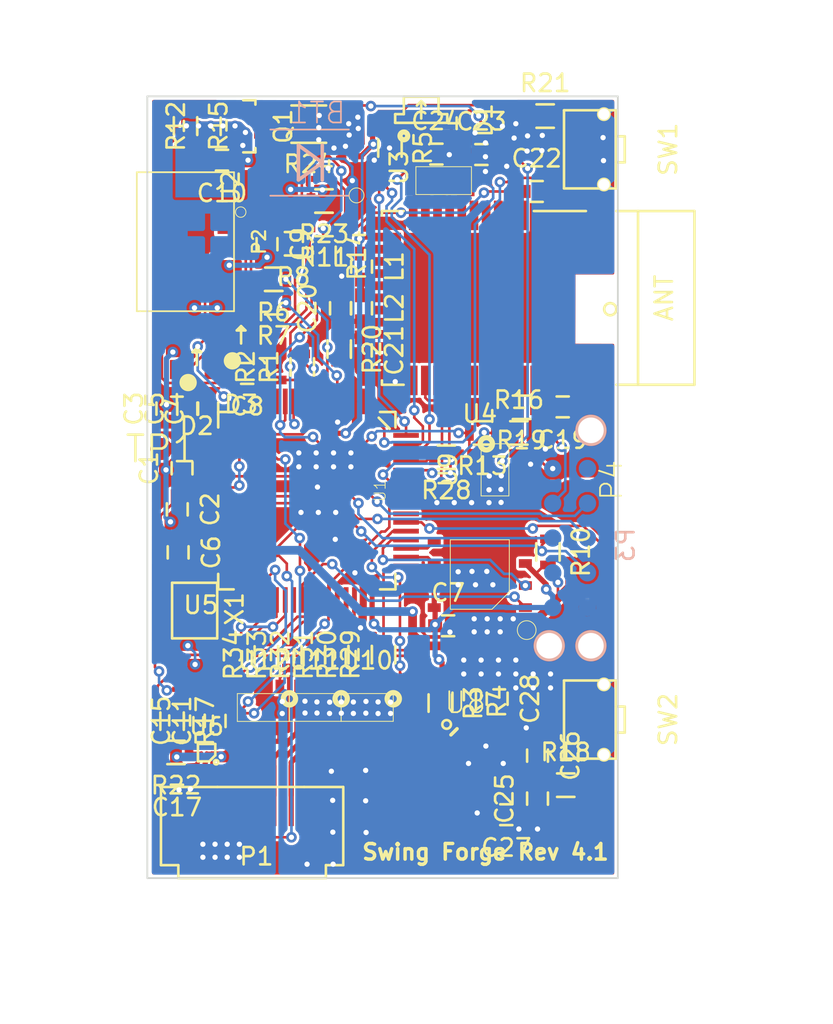
<source format=kicad_pcb>
(kicad_pcb (version 4) (host pcbnew 4.0.1-stable)
  (title_block (date 2016-11-25))
  (layers (0 F.Cu signal) (31 B.Cu signal) (34 B.Paste user hide) (35 F.Paste user) (36 B.SilkS user hide) (37 F.SilkS user) (38 B.Mask user hide) (39 F.Mask user hide) (44 Edge.Cuts user))
  (net 0 "")
  (net 1 +3V3)
  (net 2 GND)
  (net 3 "Net-(C4-Pad1)")
  (net 4 "Net-(C11-Pad1)")
  (net 5 "Net-(C15-Pad1)")
  (net 6 /DAC_audio_system/DAC_SIGNAL)
  (net 7 +BATT)
  (net 8 "Net-(C19-Pad1)")
  (net 9 "Net-(C20-Pad1)")
  (net 10 "Net-(C23-Pad1)")
  (net 11 "Net-(C24-Pad1)")
  (net 12 "Net-(C27-Pad2)")
  (net 13 "Net-(C28-Pad2)")
  (net 14 /LED_B)
  (net 15 "Net-(D1-Pad1)")
  (net 16 /LED_G)
  (net 17 "Net-(D2-Pad2)")
  (net 18 "Net-(D2-Pad1)")
  (net 19 "Net-(D3-Pad1)")
  (net 20 "Net-(L1-Pad2)")
  (net 21 /MotorDrivers/MOT_OUT_2)
  (net 22 /MotorDrivers/MOT_OUT_3)
  (net 23 /MotorDrivers/MOT_OUT_4)
  (net 24 /MotorDrivers/MOT_OUT_5)
  (net 25 /MotorDrivers/MOT_OUT_6)
  (net 26 /MotorDrivers/MOT_OUT_7)
  (net 27 /DAC_audio_system/Speaker_OUT+)
  (net 28 /DAC_audio_system/Speaker_OUT-)
  (net 29 "Net-(P2-Pad2)")
  (net 30 "Net-(P2-Pad3)")
  (net 31 /Lipo_System/USB_ID)
  (net 32 SDA)
  (net 33 SCL)
  (net 34 /LED_R)
  (net 35 "Net-(R11-Pad2)")
  (net 36 "Net-(R28-Pad1)")
  (net 37 /MotorDrivers/MOT_IN_1)
  (net 38 "Net-(R29-Pad1)")
  (net 39 /MotorDrivers/MOT_IN_2)
  (net 40 "Net-(R30-Pad1)")
  (net 41 /MotorDrivers/MOT_IN_3)
  (net 42 "Net-(R31-Pad1)")
  (net 43 /MotorDrivers/MOT_IN_4)
  (net 44 "Net-(R32-Pad1)")
  (net 45 /MotorDrivers/MOT_IN_5)
  (net 46 "Net-(R33-Pad1)")
  (net 47 /MotorDrivers/MOT_IN_6)
  (net 48 "Net-(R34-Pad1)")
  (net 49 /MotorDrivers/MOT_IN_7)
  (net 50 "Net-(U1-Pad32)")
  (net 51 "Net-(U1-Pad33)")
  (net 52 /DAC_audio_system/AUDIO_SHUTDOWN)
  (net 53 SCK)
  (net 54 MOSI)
  (net 55 MISO)
  (net 56 /BLE/DCC)
  (net 57 /Lipo_System/USB_D-)
  (net 58 /Lipo_System/USB_D+)
  (net 59 /VOL_UP)
  (net 60 /VOL_DOWN)
  (net 61 /BATT_SENSE)
  (net 62 /Lipo_System/USB+)
  (net 63 "Net-(C15-Pad2)")
  (net 64 PWR_SW+)
  (net 65 PWR_SW-)
  (net 66 /SWO)
  (net 67 /RST)
  (net 68 /SWDIO)
  (net 69 /SWDCLK)
  (net 70 /BLE/BLE_SWDCLK)
  (net 71 /BLE/BLE_SWDIO)
  (net 72 PWR_NFET_D)
  (net 73 PWR_NFET_G)
  (net 74 "Net-(R22-Pad1)")
  (net 75 /DAC_audio_system/AUDIO_GAIN)
  (net 76 "Net-(R23-Pad2)")
  (net 77 /Lipo_System/I_SENSE)
  (net 78 /DAC_audio_system/FLASH_CS)
  (net 79 /BLE/BLE_TX)
  (net 80 /BLE/BLE_RX)
  (net 81 /MotionBoard/IMU_INT)
  (net 82 "Net-(U1-Pad2)")
  (net 83 "Net-(U1-Pad19)")
  (net 84 "Net-(U1-Pad20)")
  (net 85 "Net-(U1-Pad26)")
  (net 86 "Net-(U1-Pad27)")
  (net 87 "Net-(U1-Pad39)")
  (net 88 "Net-(U1-Pad55)")
  (net 89 "Net-(U1-Pad56)")
  (net 90 "Net-(U1-Pad57)")
  (net 91 "Net-(U1-Pad58)")
  (net 92 "Net-(U2-Pad7)")
  (net 93 "Net-(U7-Pad16)")
  (net 94 "Net-(U7-Pad17)")
  (net 95 "Net-(U7-Pad18)")
  (net 96 "Net-(U7-Pad19)")
  (net 97 "Net-(U7-Pad20)")
  (net 98 "Net-(U7-Pad21)")
  (net 99 "Net-(U7-Pad22)")
  (net 100 "Net-(U7-Pad23)")
  (net 101 "Net-(U7-Pad24)")
  (net 102 "Net-(U7-Pad26)")
  (net 103 "Net-(U7-Pad28)")
  (net 104 "Net-(U7-Pad30)")
  (net 105 "Net-(U7-Pad31)")
  (net 106 "Net-(U7-Pad32)")
  (net 107 "Net-(U7-Pad33)")
  (net 108 "Net-(U7-Pad34)")
  (net 109 "Net-(U7-Pad37)")
  (net 110 "Net-(U7-Pad38)")
  (net 111 "Net-(U7-Pad39)")
  (net 112 "Net-(U7-Pad40)")
  (net 113 "Net-(U7-Pad4)")
  (net 114 "Net-(U7-Pad5)")
  (net 115 "Net-(U7-Pad6)")
  (net 116 "Net-(U7-Pad7)")
  (net 117 "Net-(U7-Pad8)")
  (net 118 "Net-(U7-Pad11)")
  (net 119 "Net-(U7-Pad12)")
  (net 120 "Net-(U8-Pad1)")
  (net 121 "Net-(U8-Pad3)")
  (net 122 "Net-(U8-Pad4)")
  (net 123 "Net-(U8-Pad5)")
  (net 124 "Net-(U8-Pad6)")
  (net 125 "Net-(U8-Pad7)")
  (net 126 "Net-(U8-Pad11)")
  (net 127 "Net-(U8-Pad14)")
  (net 128 "Net-(U8-Pad15)")
  (net 129 "Net-(U8-Pad16)")
  (net 130 "Net-(U8-Pad17)")
  (net 131 "Net-(U8-Pad19)")
  (net 132 "Net-(U8-Pad21)")
  (net 133 "Net-(U8-Pad22)")
  (net 134 /MotorDrivers/MOT_OUT_1)
  (net 135 /Lipo_System/CHG+)
  (net 136 /Lipo_System/SHUNT+)
  (net 137 "Net-(U1-Pad29)")
  (net 138 "Net-(U1-Pad28)")
  (net 139 "Net-(U1-Pad12)")
  (net 140 "Net-(P3-Pad1)")
  (module Housings_DFN_QFN:DFN-10-1EP_3x3mm_Pitch0.5mm (layer F.Cu) (at 131.63 80.1875 90)
    (fp_text reference U2 (at 0 -2.575 90) (layer F.SilkS))
    (fp_text value MCP73833-FCI/MF)
    (pad 1 smd rect (at -1.55 -1 90) (size 0.65 0.3) (layers F.Cu F.Paste F.Mask) (net 62 /Lipo_System/USB+))
    (pad 2 smd rect (at -1.55 -0.5 90) (size 0.65 0.3) (layers F.Cu F.Paste F.Mask) (net 62 /Lipo_System/USB+))
    (pad 3 smd rect (at -1.55 0 90) (size 0.65 0.3) (layers F.Cu F.Paste F.Mask) (net 18 "Net-(D2-Pad1)"))
    (pad 4 smd rect (at -1.55 0.5 90) (size 0.65 0.3) (layers F.Cu F.Paste F.Mask) (net 19 "Net-(D3-Pad1)"))
    (pad 5 smd rect (at -1.55 1 90) (size 0.65 0.3) (layers F.Cu F.Paste F.Mask) (net 2 GND))
    (pad 6 smd rect (at 1.55 1 90) (size 0.65 0.3) (layers F.Cu F.Paste F.Mask) (net 35 "Net-(R11-Pad2)"))
    (pad 7 smd rect (at 1.55 0.5 90) (size 0.65 0.3) (layers F.Cu F.Paste F.Mask) (net 92 "Net-(U2-Pad7)"))
    (pad 8 smd rect (at 1.55 0 90) (size 0.65 0.3) (layers F.Cu F.Paste F.Mask) (net 76 "Net-(R23-Pad2)"))
    (pad 9 smd rect (at 1.55 -0.5 90) (size 0.65 0.3) (layers F.Cu F.Paste F.Mask) (net 135 /Lipo_System/CHG+))
    (pad 10 smd rect (at 1.55 -1 90) (size 0.65 0.3) (layers F.Cu F.Paste F.Mask) (net 135 /Lipo_System/CHG+))
    (pad EP smd rect (at 0.3875 0.62 90) (size 0.775 1.24) (layers F.Cu F.Paste F.Mask) (net 2 GND))
    (pad EP smd rect (at 0.3875 -0.62 90) (size 0.775 1.24) (layers F.Cu F.Paste F.Mask) (net 2 GND))
    (pad EP smd rect (at -0.3875 0.62 90) (size 0.775 1.24) (layers F.Cu F.Paste F.Mask) (net 2 GND))
    (pad EP smd rect (at -0.3875 -0.62 90) (size 0.775 1.24) (layers F.Cu F.Paste F.Mask) (net 2 GND))
  )
  (module SparkFun-DiscreteSemi:SMB-DIODE (layer F.Cu) (at 149.525 100.425 270)
    (fp_text reference P4 (at -2.159 -2.159 270) (layer F.SilkS) (effects (font (size 1.2065 1.2065) (thickness 0.1016)) (justify left bottom)))
    (fp_text value MOT_CHEST hide)
    (pad 2 smd rect (at -2.2 0 270) (size 2.4 2.4) (layers F.Cu F.Mask) (net 134 /MotorDrivers/MOT_OUT_1))
    (pad 1 smd rect (at 2.2 0 270) (size 2.4 2.4) (layers F.Cu F.Mask) (net 7 +BATT))
  )
  (module Resistors_SMD:R_0603 (layer F.Cu) (at 148.35 114.575)
    (fp_text reference R18 (at 0 -1.9) (layer F.SilkS))
    (fp_text value 10k)
    (pad 1 smd rect (at -0.75 0) (size 0.5 0.9) (layers F.Cu F.Paste F.Mask) (net 1 +3V3))
    (pad 2 smd rect (at 0.75 0) (size 0.5 0.9) (layers F.Cu F.Paste F.Mask) (net 60 /VOL_DOWN))
  )
  (module Resistors_SMD:R_0603 (layer F.Cu) (at 138.225 77.9 270)
    (fp_text reference R5 (at 0 -1.9 270) (layer F.SilkS))
    (fp_text value 150R)
    (pad 1 smd rect (at -0.75 0 270) (size 0.5 0.9) (layers F.Cu F.Paste F.Mask) (net 15 "Net-(D1-Pad1)"))
    (pad 2 smd rect (at 0.75 0 270) (size 0.5 0.9) (layers F.Cu F.Paste F.Mask) (net 34 /LED_R))
  )
  (module Capacitors_SMD:C_0603 (layer F.Cu) (at 126.025 101.175 270)
    (fp_text reference C6 (at 0 -1.9 270) (layer F.SilkS))
    (fp_text value 0.1uF)
    (pad 1 smd rect (at -0.75 0 270) (size 0.8 0.75) (layers F.Cu F.Paste F.Mask) (net 1 +3V3))
    (pad 2 smd rect (at 0.75 0 270) (size 0.8 0.75) (layers F.Cu F.Paste F.Mask) (net 2 GND))
  )
  (module Sensors_Custom:MPU-6050_QFN-24 (layer F.Cu) (at 143.739038 113.32893)
    (fp_text reference U8 (at -2.45 -2.8) (layer F.SilkS) (effects (font (size 1.2065 1.2065) (thickness 0.1016)) (justify left bottom)))
    (fp_text value MPU-6050 hide)
    (pad 1 smd rect (at -2 -1.25 180) (size 0.8 0.3) (layers F.Cu F.Paste F.Mask) (net 120 "Net-(U8-Pad1)"))
    (pad 2 smd rect (at -2 -0.75 180) (size 0.8 0.3) (layers F.Cu F.Paste F.Mask) (net 33 SCL))
    (pad 3 smd rect (at -2 -0.25 180) (size 0.8 0.3) (layers F.Cu F.Paste F.Mask) (net 121 "Net-(U8-Pad3)"))
    (pad 4 smd rect (at -2 0.25 180) (size 0.8 0.3) (layers F.Cu F.Paste F.Mask) (net 122 "Net-(U8-Pad4)"))
    (pad 5 smd rect (at -2 0.75 180) (size 0.8 0.3) (layers F.Cu F.Paste F.Mask) (net 123 "Net-(U8-Pad5)"))
    (pad 6 smd rect (at -2 1.25 180) (size 0.8 0.3) (layers F.Cu F.Paste F.Mask) (net 124 "Net-(U8-Pad6)"))
    (pad 7 smd rect (at -1.25 2 90) (size 0.8 0.3) (layers F.Cu F.Paste F.Mask) (net 125 "Net-(U8-Pad7)"))
    (pad 8 smd rect (at -0.75 2 90) (size 0.8 0.3) (layers F.Cu F.Paste F.Mask) (net 1 +3V3))
    (pad 9 smd rect (at -0.25 2 90) (size 0.8 0.3) (layers F.Cu F.Paste F.Mask) (net 2 GND))
    (pad 10 smd rect (at 0.25 2 90) (size 0.8 0.3) (layers F.Cu F.Paste F.Mask) (net 12 "Net-(C27-Pad2)"))
    (pad 11 smd rect (at 0.75 2 90) (size 0.8 0.3) (layers F.Cu F.Paste F.Mask) (net 126 "Net-(U8-Pad11)"))
    (pad 12 smd rect (at 1.25 2 90) (size 0.8 0.3) (layers F.Cu F.Paste F.Mask) (net 81 /MotionBoard/IMU_INT))
    (pad 13 smd rect (at 2 1.25) (size 0.8 0.3) (layers F.Cu F.Paste F.Mask) (net 1 +3V3))
    (pad 14 smd rect (at 2 0.75) (size 0.8 0.3) (layers F.Cu F.Paste F.Mask) (net 127 "Net-(U8-Pad14)"))
    (pad 15 smd rect (at 2 0.25) (size 0.8 0.3) (layers F.Cu F.Paste F.Mask) (net 128 "Net-(U8-Pad15)"))
    (pad 16 smd rect (at 2 -0.25) (size 0.8 0.3) (layers F.Cu F.Paste F.Mask) (net 129 "Net-(U8-Pad16)"))
    (pad 17 smd rect (at 2 -0.75) (size 0.8 0.3) (layers F.Cu F.Paste F.Mask) (net 130 "Net-(U8-Pad17)"))
    (pad 18 smd rect (at 2 -1.25) (size 0.8 0.3) (layers F.Cu F.Paste F.Mask) (net 2 GND))
    (pad 19 smd rect (at 1.25 -2 270) (size 0.8 0.3) (layers F.Cu F.Paste F.Mask) (net 131 "Net-(U8-Pad19)"))
    (pad 20 smd rect (at 0.75 -2 270) (size 0.8 0.3) (layers F.Cu F.Paste F.Mask) (net 13 "Net-(C28-Pad2)"))
    (pad 21 smd rect (at 0.25 -2 270) (size 0.8 0.3) (layers F.Cu F.Paste F.Mask) (net 132 "Net-(U8-Pad21)"))
    (pad 22 smd rect (at -0.25 -2 270) (size 0.8 0.3) (layers F.Cu F.Paste F.Mask) (net 133 "Net-(U8-Pad22)"))
    (pad 23 smd rect (at -0.75 -2 270) (size 0.8 0.3) (layers F.Cu F.Paste F.Mask) (net 33 SCL))
    (pad 24 smd rect (at -1.25 -2 270) (size 0.8 0.3) (layers F.Cu F.Paste F.Mask) (net 32 SDA))
    (pad 18 smd rect (at 0 0) (size 1 1) (layers F.Cu F.Paste F.Mask) (net 2 GND))
  )
  (module open-project:MICRO-B_USB (layer F.Cu) (at 124.843995 83.292195 270)
    (fp_text reference P2 (at 0 -5.842 270) (layer F.SilkS) (effects (font (size 0.762 0.762) (thickness 0.127))))
    (fp_text value USB_micro_B hide)
    (pad 6 smd rect (at -1.19888 -1.4478 270) (size 1.89738 1.89738) (layers F.Cu F.Paste F.Mask) (net 2 GND))
    (pad 6 smd rect (at 1.19888 -1.4478 270) (size 1.89992 1.89738) (layers F.Cu F.Paste F.Mask) (net 2 GND))
    (pad 6 smd rect (at 3.79984 -1.4478 270) (size 1.79578 1.89738) (layers F.Cu F.Paste F.Mask) (net 2 GND))
    (pad 6 smd rect (at -3.0988 -3.99796 270) (size 2.0955 1.59766) (layers F.Cu F.Paste F.Mask) (net 2 GND))
    (pad 1 smd rect (at -1.29794 -4.12496 270) (size 0.39878 1.3462) (layers F.Cu F.Paste F.Mask) (net 62 /Lipo_System/USB+) (clearance 0.2032))
    (pad 2 smd rect (at -0.6477 -4.12496 270) (size 0.39878 1.3462) (layers F.Cu F.Paste F.Mask) (net 29 "Net-(P2-Pad2)") (clearance 0.2032))
    (pad 3 smd rect (at 0 -4.12496 270) (size 0.39878 1.3462) (layers F.Cu F.Paste F.Mask) (net 30 "Net-(P2-Pad3)") (clearance 0.2032))
    (pad 4 smd rect (at 0.6477 -4.12496 270) (size 0.39878 1.3462) (layers F.Cu F.Paste F.Mask) (net 31 /Lipo_System/USB_ID) (clearance 0.2032))
    (pad 5 smd rect (at 1.29794 -4.12496 270) (size 0.39878 1.3462) (layers F.Cu F.Paste F.Mask) (net 2 GND) (clearance 0.2032))
    (pad 6 smd rect (at 3.0988 -3.99796 270) (size 2.0955 1.59766) (layers F.Cu F.Paste F.Mask) (net 2 GND))
    (pad 6 smd rect (at -3.79984 -1.4478 270) (size 1.79578 1.89738) (layers F.Cu F.Paste F.Mask) (net 2 GND))
  )
  (module MK20DX256VLH7:QFP50P1200X1200X160-64N (layer F.Cu) (at 133.437281 98.199409 270)
    (fp_text reference U1 (at -0.5588 -4.2164 270) (layer F.SilkS) (effects (font (size 0.64 0.64) (thickness 0.05))))
    (fp_text value MK20DX256VLH7 hide)
    (pad 1 smd rect (at -5.715 -3.7592 180) (size 0.2794 1.4732) (layers F.Cu F.Paste F.Mask) (net 59 /VOL_UP))
    (pad 2 smd rect (at -5.715 -3.2512 180) (size 0.2794 1.4732) (layers F.Cu F.Paste F.Mask) (net 82 "Net-(U1-Pad2)"))
    (pad 3 smd rect (at -5.715 -2.7432 180) (size 0.2794 1.4732) (layers F.Cu F.Paste F.Mask) (net 1 +3V3))
    (pad 4 smd rect (at -5.715 -2.2606 180) (size 0.2794 1.4732) (layers F.Cu F.Paste F.Mask) (net 2 GND))
    (pad 5 smd rect (at -5.715 -1.7526 180) (size 0.2794 1.4732) (layers F.Cu F.Paste F.Mask) (net 58 /Lipo_System/USB_D+))
    (pad 6 smd rect (at -5.715 -1.2446 180) (size 0.2794 1.4732) (layers F.Cu F.Paste F.Mask) (net 57 /Lipo_System/USB_D-))
    (pad 7 smd rect (at -5.715 -0.762 180) (size 0.2794 1.4732) (layers F.Cu F.Paste F.Mask) (net 1 +3V3))
    (pad 8 smd rect (at -5.715 -0.254 180) (size 0.2794 1.4732) (layers F.Cu F.Paste F.Mask) (net 7 +BATT))
    (pad 9 smd rect (at -5.715 0.254 180) (size 0.2794 1.4732) (layers F.Cu F.Paste F.Mask) (net 61 /BATT_SENSE))
    (pad 10 smd rect (at -5.715 0.762 180) (size 0.2794 1.4732) (layers F.Cu F.Paste F.Mask) (net 77 /Lipo_System/I_SENSE))
    (pad 11 smd rect (at -5.715 1.2446 180) (size 0.2794 1.4732) (layers F.Cu F.Paste F.Mask) (net 73 PWR_NFET_G))
    (pad 12 smd rect (at -5.715 1.7526 180) (size 0.2794 1.4732) (layers F.Cu F.Paste F.Mask) (net 139 "Net-(U1-Pad12)"))
    (pad 13 smd rect (at -5.715 2.2606 180) (size 0.2794 1.4732) (layers F.Cu F.Paste F.Mask) (net 1 +3V3))
    (pad 14 smd rect (at -5.715 2.7432 180) (size 0.2794 1.4732) (layers F.Cu F.Paste F.Mask) (net 1 +3V3))
    (pad 15 smd rect (at -5.715 3.2512 180) (size 0.2794 1.4732) (layers F.Cu F.Paste F.Mask) (net 2 GND))
    (pad 16 smd rect (at -5.715 3.7592 180) (size 0.2794 1.4732) (layers F.Cu F.Paste F.Mask) (net 2 GND))
    (pad 17 smd rect (at -3.7592 5.715 90) (size 0.2794 1.4732) (layers F.Cu F.Paste F.Mask) (net 3 "Net-(C4-Pad1)"))
    (pad 18 smd rect (at -3.2512 5.715 90) (size 0.2794 1.4732) (layers F.Cu F.Paste F.Mask) (net 6 /DAC_audio_system/DAC_SIGNAL))
    (pad 19 smd rect (at -2.7432 5.715 90) (size 0.2794 1.4732) (layers F.Cu F.Paste F.Mask) (net 83 "Net-(U1-Pad19)"))
    (pad 20 smd rect (at -2.2606 5.715 90) (size 0.2794 1.4732) (layers F.Cu F.Paste F.Mask) (net 84 "Net-(U1-Pad20)"))
    (pad 21 smd rect (at -1.7526 5.715 90) (size 0.2794 1.4732) (layers F.Cu F.Paste F.Mask) (net 1 +3V3))
    (pad 22 smd rect (at -1.2446 5.715 90) (size 0.2794 1.4732) (layers F.Cu F.Paste F.Mask) (net 69 /SWDCLK))
    (pad 23 smd rect (at -0.762 5.715 90) (size 0.2794 1.4732) (layers F.Cu F.Paste F.Mask) (net 31 /Lipo_System/USB_ID))
    (pad 24 smd rect (at -0.254 5.715 90) (size 0.2794 1.4732) (layers F.Cu F.Paste F.Mask) (net 66 /SWO))
    (pad 25 smd rect (at 0.254 5.715 90) (size 0.2794 1.4732) (layers F.Cu F.Paste F.Mask) (net 68 /SWDIO))
    (pad 26 smd rect (at 0.762 5.715 90) (size 0.2794 1.4732) (layers F.Cu F.Paste F.Mask) (net 85 "Net-(U1-Pad26)"))
    (pad 27 smd rect (at 1.2446 5.715 90) (size 0.2794 1.4732) (layers F.Cu F.Paste F.Mask) (net 86 "Net-(U1-Pad27)"))
    (pad 28 smd rect (at 1.7526 5.715 90) (size 0.2794 1.4732) (layers F.Cu F.Paste F.Mask) (net 138 "Net-(U1-Pad28)"))
    (pad 29 smd rect (at 2.2606 5.715 90) (size 0.2794 1.4732) (layers F.Cu F.Paste F.Mask) (net 137 "Net-(U1-Pad29)"))
    (pad 30 smd rect (at 2.7432 5.715 90) (size 0.2794 1.4732) (layers F.Cu F.Paste F.Mask) (net 1 +3V3))
    (pad 31 smd rect (at 3.2512 5.715 90) (size 0.2794 1.4732) (layers F.Cu F.Paste F.Mask) (net 2 GND))
    (pad 32 smd rect (at 3.7592 5.715 90) (size 0.2794 1.4732) (layers F.Cu F.Paste F.Mask) (net 50 "Net-(U1-Pad32)"))
    (pad 33 smd rect (at 5.715 3.7592 180) (size 0.2794 1.4732) (layers F.Cu F.Paste F.Mask) (net 51 "Net-(U1-Pad33)"))
    (pad 34 smd rect (at 5.715 3.2512 180) (size 0.2794 1.4732) (layers F.Cu F.Paste F.Mask) (net 67 /RST))
    (pad 35 smd rect (at 5.715 2.7432 180) (size 0.2794 1.4732) (layers F.Cu F.Paste F.Mask) (net 52 /DAC_audio_system/AUDIO_SHUTDOWN))
    (pad 36 smd rect (at 5.715 2.2606 180) (size 0.2794 1.4732) (layers F.Cu F.Paste F.Mask) (net 75 /DAC_audio_system/AUDIO_GAIN))
    (pad 37 smd rect (at 5.715 1.7526 180) (size 0.2794 1.4732) (layers F.Cu F.Paste F.Mask) (net 33 SCL))
    (pad 38 smd rect (at 5.715 1.2446 180) (size 0.2794 1.4732) (layers F.Cu F.Paste F.Mask) (net 32 SDA))
    (pad 39 smd rect (at 5.715 0.762 180) (size 0.2794 1.4732) (layers F.Cu F.Paste F.Mask) (net 87 "Net-(U1-Pad39)"))
    (pad 40 smd rect (at 5.715 0.254 180) (size 0.2794 1.4732) (layers F.Cu F.Paste F.Mask) (net 78 /DAC_audio_system/FLASH_CS))
    (pad 41 smd rect (at 5.715 -0.254 180) (size 0.2794 1.4732) (layers F.Cu F.Paste F.Mask) (net 49 /MotorDrivers/MOT_IN_7))
    (pad 42 smd rect (at 5.715 -0.762 180) (size 0.2794 1.4732) (layers F.Cu F.Paste F.Mask) (net 47 /MotorDrivers/MOT_IN_6))
    (pad 43 smd rect (at 5.715 -1.2446 180) (size 0.2794 1.4732) (layers F.Cu F.Paste F.Mask) (net 65 PWR_SW-))
    (pad 44 smd rect (at 5.715 -1.7526 180) (size 0.2794 1.4732) (layers F.Cu F.Paste F.Mask) (net 45 /MotorDrivers/MOT_IN_5))
    (pad 45 smd rect (at 5.715 -2.2606 180) (size 0.2794 1.4732) (layers F.Cu F.Paste F.Mask) (net 43 /MotorDrivers/MOT_IN_4))
    (pad 46 smd rect (at 5.715 -2.7432 180) (size 0.2794 1.4732) (layers F.Cu F.Paste F.Mask) (net 41 /MotorDrivers/MOT_IN_3))
    (pad 47 smd rect (at 5.715 -3.2512 180) (size 0.2794 1.4732) (layers F.Cu F.Paste F.Mask) (net 2 GND))
    (pad 48 smd rect (at 5.715 -3.7592 180) (size 0.2794 1.4732) (layers F.Cu F.Paste F.Mask) (net 1 +3V3))
    (pad 49 smd rect (at 3.7592 -5.715 90) (size 0.2794 1.4732) (layers F.Cu F.Paste F.Mask) (net 39 /MotorDrivers/MOT_IN_2))
    (pad 50 smd rect (at 3.2512 -5.715 90) (size 0.2794 1.4732) (layers F.Cu F.Paste F.Mask) (net 53 SCK))
    (pad 51 smd rect (at 2.7432 -5.715 90) (size 0.2794 1.4732) (layers F.Cu F.Paste F.Mask) (net 54 MOSI))
    (pad 52 smd rect (at 2.2606 -5.715 90) (size 0.2794 1.4732) (layers F.Cu F.Paste F.Mask) (net 55 MISO))
    (pad 53 smd rect (at 1.7526 -5.715 90) (size 0.2794 1.4732) (layers F.Cu F.Paste F.Mask) (net 81 /MotionBoard/IMU_INT))
    (pad 54 smd rect (at 1.2446 -5.715 90) (size 0.2794 1.4732) (layers F.Cu F.Paste F.Mask) (net 60 /VOL_DOWN))
    (pad 55 smd rect (at 0.762 -5.715 90) (size 0.2794 1.4732) (layers F.Cu F.Paste F.Mask) (net 88 "Net-(U1-Pad55)"))
    (pad 56 smd rect (at 0.254 -5.715 90) (size 0.2794 1.4732) (layers F.Cu F.Paste F.Mask) (net 89 "Net-(U1-Pad56)"))
    (pad 57 smd rect (at -0.254 -5.715 90) (size 0.2794 1.4732) (layers F.Cu F.Paste F.Mask) (net 90 "Net-(U1-Pad57)"))
    (pad 58 smd rect (at -0.762 -5.715 90) (size 0.2794 1.4732) (layers F.Cu F.Paste F.Mask) (net 91 "Net-(U1-Pad58)"))
    (pad 59 smd rect (at -1.2446 -5.715 90) (size 0.2794 1.4732) (layers F.Cu F.Paste F.Mask) (net 79 /BLE/BLE_TX))
    (pad 60 smd rect (at -1.7526 -5.715 90) (size 0.2794 1.4732) (layers F.Cu F.Paste F.Mask) (net 80 /BLE/BLE_RX))
    (pad 61 smd rect (at -2.2606 -5.715 90) (size 0.2794 1.4732) (layers F.Cu F.Paste F.Mask) (net 37 /MotorDrivers/MOT_IN_1))
    (pad 62 smd rect (at -2.7432 -5.715 90) (size 0.2794 1.4732) (layers F.Cu F.Paste F.Mask) (net 14 /LED_B))
    (pad 63 smd rect (at -3.2512 -5.715 90) (size 0.2794 1.4732) (layers F.Cu F.Paste F.Mask) (net 16 /LED_G))
    (pad 64 smd rect (at -3.7592 -5.715 90) (size 0.2794 1.4732) (layers F.Cu F.Paste F.Mask) (net 34 /LED_R))
  )
  (module SparkFun-DiscreteSemi:SMB-DIODE (layer B.Cu) (at 133.595854 78.74 180)
    (fp_text reference BT1 (at -2.159 2.159 180) (layer B.SilkS) (effects (font (size 1.2065 1.2065) (thickness 0.1016)) (justify left bottom mirror)))
    (fp_text value "Lipo 1S 1Ah" hide)
    (pad 2 smd rect (at -7.404146 0 180) (size 3.8 3.8) (layers B.Cu B.Mask) (net 2 GND))
    (pad 1 smd rect (at 5.730854 0 180) (size 4 4) (layers B.Cu B.Mask) (net 135 /Lipo_System/CHG+))
  )
  (module Resistors_SMD:R_0603 (layer F.Cu) (at 131.105 107.08 90)
    (fp_text reference R34 (at 0 -1.9 90) (layer F.SilkS))
    (fp_text value 150R)
    (pad 1 smd rect (at -0.75 0 90) (size 0.5 0.9) (layers F.Cu F.Paste F.Mask) (net 48 "Net-(R34-Pad1)"))
    (pad 2 smd rect (at 0.75 0 90) (size 0.5 0.9) (layers F.Cu F.Paste F.Mask) (net 49 /MotorDrivers/MOT_IN_7))
  )
  (module SOT_Custom:SC70 (layer F.Cu) (at 136.3 79.675 90)
    (fp_text reference U3 (at 0.65 2.45 90) (layer F.SilkS))
    (fp_text value INA199x2DCK)
    (pad 1 smd rect (at 0 0 90) (size 0.35 0.85) (layers F.Cu F.Paste F.Mask) (net 2 GND))
    (pad 2 smd rect (at 0.65 0 90) (size 0.35 0.85) (layers F.Cu F.Paste F.Mask) (net 2 GND))
    (pad 3 smd rect (at 1.3 0 90) (size 0.35 0.85) (layers F.Cu F.Paste F.Mask) (net 1 +3V3))
    (pad 4 smd rect (at 1.3 -2.2 90) (size 0.35 0.85) (layers F.Cu F.Paste F.Mask) (net 136 /Lipo_System/SHUNT+))
    (pad 5 smd rect (at 0.65 -2.2 90) (size 0.35 0.85) (layers F.Cu F.Paste F.Mask) (net 7 +BATT))
    (pad 6 smd rect (at 0 -2.2 90) (size 0.35 0.85) (layers F.Cu F.Paste F.Mask) (net 77 /Lipo_System/I_SENSE))
  )
  (module MDBT40:MDBT40 (layer F.Cu) (at 137.763348 86.526518 270)
    (fp_text reference U7 hide)
    (fp_text value MDBT40 hide)
    (fp_text user ANT (at 0 -16.25 270) (layer F.SilkS))
    (pad 13 smd rect (at -4.2 -0.25 270) (size 0.5 1.7) (layers F.Cu F.Paste F.Mask) (net 2 GND))
    (pad 14 smd rect (at -3.5 -0.25 270) (size 0.5 1.7) (layers F.Cu F.Paste F.Mask) (net 1 +3V3))
    (pad 15 smd rect (at -2.8 -0.25 270) (size 0.5 1.7) (layers F.Cu F.Paste F.Mask) (net 56 /BLE/DCC))
    (pad 16 smd rect (at -2.1 -0.25 270) (size 0.5 1.7) (layers F.Cu F.Paste F.Mask) (net 93 "Net-(U7-Pad16)"))
    (pad 17 smd rect (at -1.4 -0.25 270) (size 0.5 1.7) (layers F.Cu F.Paste F.Mask) (net 94 "Net-(U7-Pad17)"))
    (pad 18 smd rect (at -0.7 -0.25 270) (size 0.5 1.7) (layers F.Cu F.Paste F.Mask) (net 95 "Net-(U7-Pad18)"))
    (pad 19 smd rect (at 0 -0.25 270) (size 0.5 1.7) (layers F.Cu F.Paste F.Mask) (net 96 "Net-(U7-Pad19)"))
    (pad 20 smd rect (at 0.7 -0.25 270) (size 0.5 1.7) (layers F.Cu F.Paste F.Mask) (net 97 "Net-(U7-Pad20)"))
    (pad 21 smd rect (at 1.4 -0.25 270) (size 0.5 1.7) (layers F.Cu F.Paste F.Mask) (net 98 "Net-(U7-Pad21)"))
    (pad 22 smd rect (at 2.1 -0.25 270) (size 0.5 1.7) (layers F.Cu F.Paste F.Mask) (net 99 "Net-(U7-Pad22)"))
    (pad 23 smd rect (at 2.8 -0.25 270) (size 0.5 1.7) (layers F.Cu F.Paste F.Mask) (net 100 "Net-(U7-Pad23)"))
    (pad 24 smd rect (at 3.5 -0.25 270) (size 0.5 1.7) (layers F.Cu F.Paste F.Mask) (net 101 "Net-(U7-Pad24)"))
    (pad 25 smd rect (at 4.2 -0.25 270) (size 0.5 1.7) (layers F.Cu F.Paste F.Mask) (net 2 GND))
    (pad 1 smd rect (at -4.75 -13 270) (size 1.7 0.5) (layers F.Cu F.Paste F.Mask) (net 2 GND))
    (pad 2 smd rect (at -4.75 -12.3 270) (size 1.7 0.5) (layers F.Cu F.Paste F.Mask) (net 2 GND))
    (pad 26 smd rect (at 4.75 -1.8 270) (size 1.7 0.5) (layers F.Cu F.Paste F.Mask) (net 102 "Net-(U7-Pad26)"))
    (pad 27 smd rect (at 4.75 -2.5 270) (size 1.7 0.5) (layers F.Cu F.Paste F.Mask) (net 79 /BLE/BLE_TX))
    (pad 28 smd rect (at 4.75 -3.2 270) (size 1.7 0.5) (layers F.Cu F.Paste F.Mask) (net 103 "Net-(U7-Pad28)"))
    (pad 29 smd rect (at 4.75 -3.9 270) (size 1.7 0.5) (layers F.Cu F.Paste F.Mask) (net 80 /BLE/BLE_RX))
    (pad 30 smd rect (at 4.75 -4.6 270) (size 1.7 0.5) (layers F.Cu F.Paste F.Mask) (net 104 "Net-(U7-Pad30)"))
    (pad 31 smd rect (at 4.75 -5.3 270) (size 1.7 0.5) (layers F.Cu F.Paste F.Mask) (net 105 "Net-(U7-Pad31)"))
    (pad 32 smd rect (at 4.75 -6 270) (size 1.7 0.5) (layers F.Cu F.Paste F.Mask) (net 106 "Net-(U7-Pad32)"))
    (pad 33 smd rect (at 4.75 -6.7 270) (size 1.7 0.5) (layers F.Cu F.Paste F.Mask) (net 107 "Net-(U7-Pad33)"))
    (pad 34 smd rect (at 4.75 -7.4 270) (size 1.7 0.5) (layers F.Cu F.Paste F.Mask) (net 108 "Net-(U7-Pad34)"))
    (pad 35 smd rect (at 4.75 -8.1 270) (size 1.7 0.5) (layers F.Cu F.Paste F.Mask) (net 71 /BLE/BLE_SWDIO))
    (pad 36 smd rect (at 4.75 -8.8 270) (size 1.7 0.5) (layers F.Cu F.Paste F.Mask) (net 70 /BLE/BLE_SWDCLK))
    (pad 37 smd rect (at 4.75 -9.5 270) (size 1.7 0.5) (layers F.Cu F.Paste F.Mask) (net 109 "Net-(U7-Pad37)"))
    (pad 38 smd rect (at 4.75 -10.2 270) (size 1.7 0.5) (layers F.Cu F.Paste F.Mask) (net 110 "Net-(U7-Pad38)"))
    (pad 39 smd rect (at 4.75 -10.9 270) (size 1.7 0.5) (layers F.Cu F.Paste F.Mask) (net 111 "Net-(U7-Pad39)"))
    (pad 40 smd rect (at 4.75 -11.6 270) (size 1.7 0.5) (layers F.Cu F.Paste F.Mask) (net 112 "Net-(U7-Pad40)"))
    (pad 41 smd rect (at 4.75 -12.3 270) (size 1.7 0.5) (layers F.Cu F.Paste F.Mask) (net 8 "Net-(C19-Pad1)"))
    (pad 42 smd rect (at 4.75 -13 270) (size 1.7 0.5) (layers F.Cu F.Paste F.Mask) (net 2 GND))
    (pad 3 smd rect (at -4.75 -8.1 270) (size 1.7 0.5) (layers F.Cu F.Paste F.Mask) (net 9 "Net-(C20-Pad1)"))
    (pad 4 smd rect (at -4.75 -7.4 270) (size 1.7 0.5) (layers F.Cu F.Paste F.Mask) (net 113 "Net-(U7-Pad4)"))
    (pad 5 smd rect (at -4.75 -6.7 270) (size 1.7 0.5) (layers F.Cu F.Paste F.Mask) (net 114 "Net-(U7-Pad5)"))
    (pad 6 smd rect (at -4.75 -6 270) (size 1.7 0.5) (layers F.Cu F.Paste F.Mask) (net 115 "Net-(U7-Pad6)"))
    (pad 7 smd rect (at -4.75 -5.3 270) (size 1.7 0.5) (layers F.Cu F.Paste F.Mask) (net 116 "Net-(U7-Pad7)"))
    (pad 8 smd rect (at -4.75 -4.6 270) (size 1.7 0.5) (layers F.Cu F.Paste F.Mask) (net 117 "Net-(U7-Pad8)"))
    (pad 9 smd rect (at -4.75 -3.9 270) (size 1.7 0.5) (layers F.Cu F.Paste F.Mask) (net 10 "Net-(C23-Pad1)"))
    (pad 10 smd rect (at -4.75 -3.2 270) (size 1.7 0.5) (layers F.Cu F.Paste F.Mask) (net 11 "Net-(C24-Pad1)"))
    (pad 11 smd rect (at -4.75 -2.5 270) (size 1.7 0.5) (layers F.Cu F.Paste F.Mask) (net 118 "Net-(U7-Pad11)"))
    (pad 12 smd rect (at -4.75 -1.8 270) (size 1.7 0.5) (layers F.Cu F.Paste F.Mask) (net 119 "Net-(U7-Pad12)"))
  )
  (module Crystal_Custom:ABS07AIG (layer F.Cu) (at 141.319348 79.775 180)
    (fp_text reference X2 hide)
    (fp_text value 32.768kHz hide)
    (pad 1 smd rect (at -1.275 0 180) (size 1 1.8) (layers F.Cu F.Paste F.Mask) (net 10 "Net-(C23-Pad1)"))
    (pad 2 smd rect (at 1.275 0 180) (size 1 1.8) (layers F.Cu F.Paste F.Mask) (net 11 "Net-(C24-Pad1)"))
  )
  (module Capacitors_SMD:C_0603 (layer F.Cu) (at 126.25 96.335 90)
    (fp_text reference C1 (at 0 -1.9 90) (layer F.SilkS))
    (fp_text value 1uF)
    (pad 1 smd rect (at -0.75 0 90) (size 0.8 0.75) (layers F.Cu F.Paste F.Mask) (net 1 +3V3))
    (pad 2 smd rect (at 0.75 0 90) (size 0.8 0.75) (layers F.Cu F.Paste F.Mask) (net 2 GND))
  )
  (module Capacitors_SMD:C_0603 (layer F.Cu) (at 125.975 98.7 270)
    (fp_text reference C2 (at 0 -1.9 270) (layer F.SilkS))
    (fp_text value 0.1uF)
    (pad 1 smd rect (at -0.75 0 270) (size 0.8 0.75) (layers F.Cu F.Paste F.Mask) (net 1 +3V3))
    (pad 2 smd rect (at 0.75 0 270) (size 0.8 0.75) (layers F.Cu F.Paste F.Mask) (net 2 GND))
  )
  (module Capacitors_SMD:C_0603 (layer F.Cu) (at 125.375 92.9 90)
    (fp_text reference C3 (at 0 -1.9 90) (layer F.SilkS))
    (fp_text value 0.1uF)
    (pad 1 smd rect (at -0.75 0 90) (size 0.8 0.75) (layers F.Cu F.Paste F.Mask) (net 1 +3V3))
    (pad 2 smd rect (at 0.75 0 90) (size 0.8 0.75) (layers F.Cu F.Paste F.Mask) (net 2 GND))
  )
  (module Capacitors_SMD:C_0603 (layer F.Cu) (at 127.731 92.902 90)
    (fp_text reference C4 (at 0 -1.9 90) (layer F.SilkS))
    (fp_text value 0.1uF)
    (pad 1 smd rect (at -0.75 0 90) (size 0.8 0.75) (layers F.Cu F.Paste F.Mask) (net 3 "Net-(C4-Pad1)"))
    (pad 2 smd rect (at 0.75 0 90) (size 0.8 0.75) (layers F.Cu F.Paste F.Mask) (net 2 GND))
  )
  (module Capacitors_SMD:C_0603 (layer F.Cu) (at 126.575 92.9 90)
    (fp_text reference C5 (at 0 -1.9 90) (layer F.SilkS))
    (fp_text value 0.1uF)
    (pad 1 smd rect (at -0.75 0 90) (size 0.8 0.75) (layers F.Cu F.Paste F.Mask) (net 1 +3V3))
    (pad 2 smd rect (at 0.75 0 90) (size 0.8 0.75) (layers F.Cu F.Paste F.Mask) (net 2 GND))
  )
  (module Capacitors_SMD:C_0603 (layer F.Cu) (at 141.575 105.4)
    (fp_text reference C7 (at 0 -1.9) (layer F.SilkS))
    (fp_text value 0.1uF)
    (pad 1 smd rect (at -0.75 0) (size 0.8 0.75) (layers F.Cu F.Paste F.Mask) (net 1 +3V3))
    (pad 2 smd rect (at 0.75 0) (size 0.8 0.75) (layers F.Cu F.Paste F.Mask) (net 2 GND))
  )
  (module Capacitors_SMD:C_0603 (layer F.Cu) (at 130 90.875 180)
    (fp_text reference C8 (at 0 -1.9 180) (layer F.SilkS))
    (fp_text value 0.1uF)
    (pad 1 smd rect (at -0.75 0 180) (size 0.8 0.75) (layers F.Cu F.Paste F.Mask) (net 61 /BATT_SENSE))
    (pad 2 smd rect (at 0.75 0 180) (size 0.8 0.75) (layers F.Cu F.Paste F.Mask) (net 2 GND))
  )
  (module Capacitors_SMD:C_0603 (layer F.Cu) (at 131.144146 83.43605 270)
    (fp_text reference C9 (at 0 -1.9 270) (layer F.SilkS))
    (fp_text value 1uF)
    (pad 1 smd rect (at -0.75 0 270) (size 0.8 0.75) (layers F.Cu F.Paste F.Mask) (net 62 /Lipo_System/USB+))
    (pad 2 smd rect (at 0.75 0 270) (size 0.8 0.75) (layers F.Cu F.Paste F.Mask) (net 2 GND))
  )
  (module Capacitors_SMD:C_0603 (layer F.Cu) (at 128.55 78.6 180)
    (fp_text reference C10 (at 0 -1.9 180) (layer F.SilkS))
    (fp_text value 10uF)
    (pad 1 smd rect (at -0.75 0 180) (size 0.8 0.75) (layers F.Cu F.Paste F.Mask) (net 135 /Lipo_System/CHG+))
    (pad 2 smd rect (at 0.75 0 180) (size 0.8 0.75) (layers F.Cu F.Paste F.Mask) (net 2 GND))
  )
  (module Capacitors_SMD:C_0603 (layer F.Cu) (at 128.155 110.88 90)
    (fp_text reference C11 (at 0 -1.9 90) (layer F.SilkS))
    (fp_text value 0.47uF)
    (pad 1 smd rect (at -0.75 0 90) (size 0.8 0.75) (layers F.Cu F.Paste F.Mask) (net 4 "Net-(C11-Pad1)"))
    (pad 2 smd rect (at 0.75 0 90) (size 0.8 0.75) (layers F.Cu F.Paste F.Mask) (net 2 GND))
  )
  (module Capacitors_SMD:C_0603 (layer F.Cu) (at 126.955 110.87 90)
    (fp_text reference C15 (at 0 -1.9 90) (layer F.SilkS))
    (fp_text value 0.47uF)
    (pad 1 smd rect (at -0.75 0 90) (size 0.8 0.75) (layers F.Cu F.Paste F.Mask) (net 5 "Net-(C15-Pad1)"))
    (pad 2 smd rect (at 0.75 0 90) (size 0.8 0.75) (layers F.Cu F.Paste F.Mask) (net 63 "Net-(C15-Pad2)"))
  )
  (module Capacitors_SMD:C_0603 (layer F.Cu) (at 125.955 113.95 180)
    (fp_text reference C17 (at 0 -1.9 180) (layer F.SilkS))
    (fp_text value 10uF)
    (pad 1 smd rect (at -0.75 0 180) (size 0.8 0.75) (layers F.Cu F.Paste F.Mask) (net 7 +BATT))
    (pad 2 smd rect (at 0.75 0 180) (size 0.8 0.75) (layers F.Cu F.Paste F.Mask) (net 2 GND))
  )
  (module Capacitors_SMD:C_0603 (layer F.Cu) (at 148.175 92.8 180)
    (fp_text reference C19 (at 0 -1.9 180) (layer F.SilkS))
    (fp_text value 47nF)
    (pad 1 smd rect (at -0.75 0 180) (size 0.8 0.75) (layers F.Cu F.Paste F.Mask) (net 8 "Net-(C19-Pad1)"))
    (pad 2 smd rect (at 0.75 0 180) (size 0.8 0.75) (layers F.Cu F.Paste F.Mask) (net 2 GND))
  )
  (module Capacitors_SMD:C_0603 (layer F.Cu) (at 135.375 87.125 90)
    (fp_text reference C20 (at 0 -1.9 90) (layer F.SilkS))
    (fp_text value 1uF)
    (pad 1 smd rect (at -0.75 0 90) (size 0.8 0.75) (layers F.Cu F.Paste F.Mask) (net 9 "Net-(C20-Pad1)"))
    (pad 2 smd rect (at 0.75 0 90) (size 0.8 0.75) (layers F.Cu F.Paste F.Mask) (net 2 GND))
  )
  (module Capacitors_SMD:C_0603 (layer F.Cu) (at 136.575 89.55 270)
    (fp_text reference C21 (at 0 -1.9 270) (layer F.SilkS))
    (fp_text value 100pF)
    (pad 1 smd rect (at -0.75 0 270) (size 0.8 0.75) (layers F.Cu F.Paste F.Mask) (net 9 "Net-(C20-Pad1)"))
    (pad 2 smd rect (at 0.75 0 270) (size 0.8 0.75) (layers F.Cu F.Paste F.Mask) (net 2 GND))
  )
  (module Capacitors_SMD:C_0603 (layer F.Cu) (at 146.675 80.4)
    (fp_text reference C22 (at 0 -1.9) (layer F.SilkS))
    (fp_text value 0.1uF)
    (pad 1 smd rect (at -0.75 0) (size 0.8 0.75) (layers F.Cu F.Paste F.Mask) (net 9 "Net-(C20-Pad1)"))
    (pad 2 smd rect (at 0.75 0) (size 0.8 0.75) (layers F.Cu F.Paste F.Mask) (net 2 GND))
  )
  (module Capacitors_SMD:C_0603 (layer F.Cu) (at 143.491 78.275)
    (fp_text reference C23 (at 0 -1.9) (layer F.SilkS))
    (fp_text value 12pF)
    (pad 1 smd rect (at -0.75 0) (size 0.8 0.75) (layers F.Cu F.Paste F.Mask) (net 10 "Net-(C23-Pad1)"))
    (pad 2 smd rect (at 0.75 0) (size 0.8 0.75) (layers F.Cu F.Paste F.Mask) (net 2 GND))
  )
  (module Capacitors_SMD:C_0603 (layer F.Cu) (at 140.9 78.25)
    (fp_text reference C24 (at 0 -1.9) (layer F.SilkS))
    (fp_text value 12pF)
    (pad 1 smd rect (at -0.75 0) (size 0.8 0.75) (layers F.Cu F.Paste F.Mask) (net 11 "Net-(C24-Pad1)"))
    (pad 2 smd rect (at 0.75 0) (size 0.8 0.75) (layers F.Cu F.Paste F.Mask) (net 2 GND))
  )
  (module Capacitors_SMD:C_0603 (layer F.Cu) (at 146.725 115.35 90)
    (fp_text reference C25 (at 0 -1.9 90) (layer F.SilkS))
    (fp_text value 1uF)
    (pad 1 smd rect (at -0.75 0 90) (size 0.8 0.75) (layers F.Cu F.Paste F.Mask) (net 2 GND))
    (pad 2 smd rect (at 0.75 0 90) (size 0.8 0.75) (layers F.Cu F.Paste F.Mask) (net 1 +3V3))
  )
  (module Capacitors_SMD:C_0603 (layer F.Cu) (at 146.725 112.875 270)
    (fp_text reference C26 (at 0 -1.9 270) (layer F.SilkS))
    (fp_text value 0.1uF)
    (pad 1 smd rect (at -0.75 0 270) (size 0.8 0.75) (layers F.Cu F.Paste F.Mask) (net 2 GND))
    (pad 2 smd rect (at 0.75 0 270) (size 0.8 0.75) (layers F.Cu F.Paste F.Mask) (net 1 +3V3))
  )
  (module Capacitors_SMD:C_0603 (layer F.Cu) (at 144.925 116.275 180)
    (fp_text reference C27 (at 0 -1.9 180) (layer F.SilkS))
    (fp_text value 0.1uF)
    (pad 1 smd rect (at -0.75 0 180) (size 0.8 0.75) (layers F.Cu F.Paste F.Mask) (net 2 GND))
    (pad 2 smd rect (at 0.75 0 180) (size 0.8 0.75) (layers F.Cu F.Paste F.Mask) (net 12 "Net-(C27-Pad2)"))
  )
  (module Capacitors_SMD:C_0603 (layer F.Cu) (at 144.4 109.6 270)
    (fp_text reference C28 (at 0 -1.9 270) (layer F.SilkS))
    (fp_text value 2.2nF)
    (pad 1 smd rect (at -0.75 0 270) (size 0.8 0.75) (layers F.Cu F.Paste F.Mask) (net 2 GND))
    (pad 2 smd rect (at 0.75 0 270) (size 0.8 0.75) (layers F.Cu F.Paste F.Mask) (net 13 "Net-(C28-Pad2)"))
  )
  (module LEDS_SMD_Custom:LTST-S310 (layer F.Cu) (at 140.025 76.2 90)
    (fp_text reference D1 (at -0.1 3.6 90) (layer F.SilkS))
    (fp_text value LED_RGBA)
    (pad 4 smd rect (at 0 -1.75 90) (size 1 1.5) (layers F.Cu F.Paste F.Mask) (net 1 +3V3))
    (pad 3 smd rect (at 0 1.75 90) (size 1 1.5) (layers F.Cu F.Paste F.Mask) (net 14 /LED_B))
    (pad 1 smd rect (at -0.5 -0.4 90) (size 0.8 0.5) (layers F.Cu F.Paste F.Mask) (net 15 "Net-(D1-Pad1)"))
    (pad 2 smd rect (at -0.5 0.4 90) (size 0.8 0.5) (layers F.Cu F.Paste F.Mask) (net 16 /LED_G))
  )
  (module LEDS_SMD_Custom:LTST-S270 (layer F.Cu) (at 127.1 90.65)
    (fp_text reference D2 (at 0 3.25) (layer F.SilkS))
    (fp_text value RED)
    (pad 2 smd rect (at 1 0) (size 1.1 1.1) (layers F.Cu F.Paste F.Mask) (net 17 "Net-(D2-Pad2)"))
    (pad 1 smd rect (at -1 0) (size 1.1 1.1) (layers F.Cu F.Paste F.Mask) (net 18 "Net-(D2-Pad1)"))
  )
  (module LEDS_SMD_Custom:LTST-S270 (layer F.Cu) (at 129.65 89.4)
    (fp_text reference D3 (at 0 3.25) (layer F.SilkS))
    (fp_text value GREEN)
    (pad 2 smd rect (at 1 0) (size 1.1 1.1) (layers F.Cu F.Paste F.Mask) (net 17 "Net-(D2-Pad2)"))
    (pad 1 smd rect (at -1 0) (size 1.1 1.1) (layers F.Cu F.Paste F.Mask) (net 19 "Net-(D3-Pad1)"))
  )
  (module Capacitors_SMD:C_0603 (layer F.Cu) (at 136.59 84.725 270)
    (fp_text reference L1 (at 0 -1.9 270) (layer F.SilkS))
    (fp_text value 10uH)
    (pad 1 smd rect (at -0.75 0 270) (size 0.8 0.75) (layers F.Cu F.Paste F.Mask) (net 56 /BLE/DCC))
    (pad 2 smd rect (at 0.75 0 270) (size 0.8 0.75) (layers F.Cu F.Paste F.Mask) (net 20 "Net-(L1-Pad2)"))
  )
  (module Capacitors_SMD:C_0603 (layer F.Cu) (at 136.59 87.125 270)
    (fp_text reference L2 (at 0 -1.9 270) (layer F.SilkS))
    (fp_text value 15nH)
    (pad 1 smd rect (at -0.75 0 270) (size 0.8 0.75) (layers F.Cu F.Paste F.Mask) (net 20 "Net-(L1-Pad2)"))
    (pad 2 smd rect (at 0.75 0 270) (size 0.8 0.75) (layers F.Cu F.Paste F.Mask) (net 9 "Net-(C20-Pad1)"))
  )
  (module Connectors_Custom:FPC_Socket_12pin (layer F.Cu) (at 130.785 114.68 180)
    (fp_text reference P1 (at 0.25 -4 180) (layer F.SilkS))
    (fp_text value "FPC Connector")
    (pad 1 smd rect (at -2.25 -0.5 180) (size 0.3 3.5) (layers F.Cu F.Paste F.Mask) (net 21 /MotorDrivers/MOT_OUT_2))
    (pad 2 smd rect (at -1.75 -0.5 180) (size 0.3 3.5) (layers F.Cu F.Paste F.Mask) (net 22 /MotorDrivers/MOT_OUT_3))
    (pad 3 smd rect (at -1.25 -0.5 180) (size 0.3 3.5) (layers F.Cu F.Paste F.Mask) (net 23 /MotorDrivers/MOT_OUT_4))
    (pad 4 smd rect (at -0.75 -0.5 180) (size 0.3 3.5) (layers F.Cu F.Paste F.Mask) (net 24 /MotorDrivers/MOT_OUT_5))
    (pad 5 smd rect (at -0.25 -0.5 180) (size 0.3 3.5) (layers F.Cu F.Paste F.Mask) (net 25 /MotorDrivers/MOT_OUT_6))
    (pad 6 smd rect (at 0.25 -0.5 180) (size 0.3 3.5) (layers F.Cu F.Paste F.Mask) (net 26 /MotorDrivers/MOT_OUT_7))
    (pad 7 smd rect (at 0.75 -0.5 180) (size 0.3 3.5) (layers F.Cu F.Paste F.Mask) (net 65 PWR_SW-))
    (pad 8 smd rect (at 1.25 -0.5 180) (size 0.3 3.5) (layers F.Cu F.Paste F.Mask) (net 64 PWR_SW+))
    (pad 9 smd rect (at 1.75 -0.5 180) (size 0.3 3.5) (layers F.Cu F.Paste F.Mask) (net 7 +BATT))
    (pad 10 smd rect (at 2.25 -0.5 180) (size 0.3 3.5) (layers F.Cu F.Paste F.Mask) (net 7 +BATT))
    (pad ~ smd rect (at -4.15 -2.6 180) (size 1.8 2.2) (layers F.Cu F.Paste F.Mask) (net 2 GND))
    (pad ~ smd rect (at 5.15 -2.6 180) (size 1.8 2.2) (layers F.Cu F.Paste F.Mask) (net 2 GND))
    (pad 11 smd rect (at 2.75 -0.5 180) (size 0.3 3.5) (layers F.Cu F.Paste F.Mask) (net 28 /DAC_audio_system/Speaker_OUT-))
    (pad 12 smd rect (at 3.25 -0.5 180) (size 0.3 3.5) (layers F.Cu F.Paste F.Mask) (net 27 /DAC_audio_system/Speaker_OUT+))
  )
  (module CommonLink:commonLink-pads (layer B.Cu) (at 148.6 95.35 270)
    (fp_text reference P3 (at 5.4 -3.2 270) (layer B.SilkS) (effects (justify mirror)))
    (fp_text value CommonLink-ProgPads)
    (pad 1 smd circle (at 1 -1 270) (size 1 1) (layers B.Cu B.Paste B.Mask) (net 140 "Net-(P3-Pad1)"))
    (pad 2 smd circle (at 1 1 270) (size 1 1) (layers B.Cu B.Paste B.Mask) (net 71 /BLE/BLE_SWDIO))
    (pad 3 smd circle (at 3 -1 270) (size 1 1) (layers B.Cu B.Paste B.Mask) (net 69 /SWDCLK))
    (pad 4 smd circle (at 3 1 270) (size 1 1) (layers B.Cu B.Paste B.Mask) (net 70 /BLE/BLE_SWDCLK))
    (pad 5 smd circle (at 5 -1 270) (size 1 1) (layers B.Cu B.Paste B.Mask) (net 68 /SWDIO))
    (pad 6 smd circle (at 5 1 270) (size 1 1) (layers B.Cu B.Paste B.Mask) (net 66 /SWO))
    (pad 7 smd circle (at 7 -1 270) (size 1 1) (layers B.Cu B.Paste B.Mask) (net 67 /RST))
    (pad 8 smd circle (at 7 1 270) (size 1 1) (layers B.Cu B.Paste B.Mask) (net 7 +BATT))
    (pad 9 smd circle (at 9 -1 270) (size 1 1) (layers B.Cu B.Paste B.Mask) (net 2 GND))
    (pad 10 smd circle (at 9 1 270) (size 1 1) (layers B.Cu B.Paste B.Mask) (net 1 +3V3))
    (pad 13 thru_hole circle (at -1.2 -1.2 270) (size 1.8 1.8) (drill 1.4732) (layers *.Cu *.Mask B.SilkS) (net 2 GND))
    (pad 12 thru_hole circle (at 11.2 1.2 270) (size 1.8 1.8) (drill 1.4732) (layers *.Cu *.Mask B.SilkS) (net 2 GND))
    (pad 11 thru_hole circle (at 11.2 -1.2 270) (size 1.8 1.8) (drill 1.4732) (layers *.Cu *.Mask B.SilkS) (net 2 GND))
  )
  (module TO_SOT_Packages_SMD:SOT-23 (layer F.Cu) (at 129.82576 76.65 270)
    (fp_text reference Q1 (at 0 -2.25 270) (layer F.SilkS))
    (fp_text value DMG3415U)
    (pad 1 smd rect (at -0.95 1.00076 270) (size 0.8001 0.8001) (layers F.Cu F.Paste F.Mask) (net 72 PWR_NFET_D))
    (pad 2 smd rect (at 0.95 1.00076 270) (size 0.8001 0.8001) (layers F.Cu F.Paste F.Mask) (net 135 /Lipo_System/CHG+))
    (pad 3 smd rect (at 0 -0.99822 270) (size 0.8001 0.8001) (layers F.Cu F.Paste F.Mask) (net 136 /Lipo_System/SHUNT+))
  )
  (module Resistors_SMD:R_0603 (layer F.Cu) (at 133.175 90.5 90)
    (fp_text reference R1 (at 0 -1.9 90) (layer F.SilkS))
    (fp_text value 43k*)
    (pad 1 smd rect (at -0.75 0 90) (size 0.5 0.9) (layers F.Cu F.Paste F.Mask) (net 61 /BATT_SENSE))
    (pad 2 smd rect (at 0.75 0 90) (size 0.5 0.9) (layers F.Cu F.Paste F.Mask) (net 7 +BATT))
  )
  (module Resistors_SMD:R_0603 (layer F.Cu) (at 131.816937 90.501003 90)
    (fp_text reference R2 (at 0 -1.9 90) (layer F.SilkS))
    (fp_text value 10k*)
    (pad 1 smd rect (at -0.75 0 90) (size 0.5 0.9) (layers F.Cu F.Paste F.Mask) (net 61 /BATT_SENSE))
    (pad 2 smd rect (at 0.75 0 90) (size 0.5 0.9) (layers F.Cu F.Paste F.Mask) (net 2 GND))
  )
  (module Resistors_SMD:R_0603 (layer F.Cu) (at 141.125 109.85 270)
    (fp_text reference R3 (at 0 -1.9 270) (layer F.SilkS))
    (fp_text value 3k3)
    (pad 1 smd rect (at -0.75 0 270) (size 0.5 0.9) (layers F.Cu F.Paste F.Mask) (net 1 +3V3))
    (pad 2 smd rect (at 0.75 0 270) (size 0.5 0.9) (layers F.Cu F.Paste F.Mask) (net 33 SCL))
  )
  (module Resistors_SMD:R_0603 (layer F.Cu) (at 142.5 109.75 270)
    (fp_text reference R4 (at 0 -1.9 270) (layer F.SilkS))
    (fp_text value 3k3)
    (pad 1 smd rect (at -0.75 0 270) (size 0.5 0.9) (layers F.Cu F.Paste F.Mask) (net 1 +3V3))
    (pad 2 smd rect (at 0.75 0 270) (size 0.5 0.9) (layers F.Cu F.Paste F.Mask) (net 32 SDA))
  )
  (module Resistors_SMD:R_0603 (layer F.Cu) (at 131.535 85.455 180)
    (fp_text reference R6 (at 0 -1.9 180) (layer F.SilkS))
    (fp_text value 33R)
    (pad 1 smd rect (at -0.75 0 180) (size 0.5 0.9) (layers F.Cu F.Paste F.Mask) (net 57 /Lipo_System/USB_D-))
    (pad 2 smd rect (at 0.75 0 180) (size 0.5 0.9) (layers F.Cu F.Paste F.Mask) (net 29 "Net-(P2-Pad2)"))
  )
  (module Resistors_SMD:R_0603 (layer F.Cu) (at 131.525 86.805 180)
    (fp_text reference R7 (at 0 -1.9 180) (layer F.SilkS))
    (fp_text value 33R)
    (pad 1 smd rect (at -0.75 0 180) (size 0.5 0.9) (layers F.Cu F.Paste F.Mask) (net 58 /Lipo_System/USB_D+))
    (pad 2 smd rect (at 0.75 0 180) (size 0.5 0.9) (layers F.Cu F.Paste F.Mask) (net 30 "Net-(P2-Pad3)"))
  )
  (module Resistors_SMD:R_0603 (layer F.Cu) (at 132.669146 83.41105 180)
    (fp_text reference R8 (at 0 -1.9 180) (layer F.SilkS))
    (fp_text value 150R)
    (pad 1 smd rect (at -0.75 0 180) (size 0.5 0.9) (layers F.Cu F.Paste F.Mask) (net 17 "Net-(D2-Pad2)"))
    (pad 2 smd rect (at 0.75 0 180) (size 0.5 0.9) (layers F.Cu F.Paste F.Mask) (net 62 /Lipo_System/USB+))
  )
  (module Resistors_SMD:R_0603 (layer F.Cu) (at 147.325 101.15 270)
    (fp_text reference R10 (at 0 -1.9 270) (layer F.SilkS))
    (fp_text value 3k3)
    (pad 1 smd rect (at -0.75 0 270) (size 0.5 0.9) (layers F.Cu F.Paste F.Mask) (net 67 /RST))
    (pad 2 smd rect (at 0.75 0 270) (size 0.5 0.9) (layers F.Cu F.Paste F.Mask) (net 1 +3V3))
  )
  (module Resistors_SMD:R_0603 (layer F.Cu) (at 134.425 82.3 180)
    (fp_text reference R11 (at 0 -1.9 180) (layer F.SilkS))
    (fp_text value 1k0*)
    (pad 1 smd rect (at -0.75 0 180) (size 0.5 0.9) (layers F.Cu F.Paste F.Mask) (net 2 GND))
    (pad 2 smd rect (at 0.75 0 180) (size 0.5 0.9) (layers F.Cu F.Paste F.Mask) (net 35 "Net-(R11-Pad2)"))
  )
  (module Resistors_SMD:R_0603 (layer F.Cu) (at 127.8 76.65 90)
    (fp_text reference R12 (at 0 -1.9 90) (layer F.SilkS))
    (fp_text value 100k)
    (pad 1 smd rect (at -0.75 0 90) (size 0.5 0.9) (layers F.Cu F.Paste F.Mask) (net 135 /Lipo_System/CHG+))
    (pad 2 smd rect (at 0.75 0 90) (size 0.5 0.9) (layers F.Cu F.Paste F.Mask) (net 72 PWR_NFET_D))
  )
  (module Resistors_SMD:R_0603 (layer F.Cu) (at 143.55 94.3 180)
    (fp_text reference R13 (at 0 -1.9 180) (layer F.SilkS))
    (fp_text value 270k*)
    (pad 1 smd rect (at -0.75 0 180) (size 0.5 0.9) (layers F.Cu F.Paste F.Mask) (net 65 PWR_SW-))
    (pad 2 smd rect (at 0.75 0 180) (size 0.5 0.9) (layers F.Cu F.Paste F.Mask) (net 73 PWR_NFET_G))
  )
  (module Resistors_SMD:R_0603 (layer F.Cu) (at 134.425 84.075 270)
    (fp_text reference R14 (at 0 -1.9 270) (layer F.SilkS))
    (fp_text value 10k)
    (pad 1 smd rect (at -0.75 0 270) (size 0.5 0.9) (layers F.Cu F.Paste F.Mask) (net 136 /Lipo_System/SHUNT+))
    (pad 2 smd rect (at 0.75 0 270) (size 0.5 0.9) (layers F.Cu F.Paste F.Mask) (net 73 PWR_NFET_G))
  )
  (module Resistors_SMD:R_0603 (layer F.Cu) (at 126.45 76.625 270)
    (fp_text reference R15 (at 0 -1.9 270) (layer F.SilkS))
    (fp_text value 10k)
    (pad 1 smd rect (at -0.75 0 270) (size 0.5 0.9) (layers F.Cu F.Paste F.Mask) (net 135 /Lipo_System/CHG+))
    (pad 2 smd rect (at 0.75 0 270) (size 0.5 0.9) (layers F.Cu F.Paste F.Mask) (net 64 PWR_SW+))
  )
  (module Resistors_SMD:R_0603 (layer F.Cu) (at 145.65 94.3)
    (fp_text reference R16 (at 0 -1.9) (layer F.SilkS))
    (fp_text value 43k*)
    (pad 1 smd rect (at -0.75 0) (size 0.5 0.9) (layers F.Cu F.Paste F.Mask) (net 65 PWR_SW-))
    (pad 2 smd rect (at 0.75 0) (size 0.5 0.9) (layers F.Cu F.Paste F.Mask) (net 2 GND))
  )
  (module Resistors_SMD:R_0603 (layer F.Cu) (at 125.675 110.89 270)
    (fp_text reference R17 (at 0 -1.9 270) (layer F.SilkS))
    (fp_text value 100k)
    (pad 1 smd rect (at -0.75 0 270) (size 0.5 0.9) (layers F.Cu F.Paste F.Mask) (net 63 "Net-(C15-Pad2)"))
    (pad 2 smd rect (at 0.75 0 270) (size 0.5 0.9) (layers F.Cu F.Paste F.Mask) (net 2 GND))
  )
  (module Resistors_SMD:R_0603 (layer F.Cu) (at 145.8 92.825 180)
    (fp_text reference R19 (at 0 -1.9 180) (layer F.SilkS))
    (fp_text value 10k)
    (pad 1 smd rect (at -0.75 0 180) (size 0.5 0.9) (layers F.Cu F.Paste F.Mask) (net 70 /BLE/BLE_SWDCLK))
    (pad 2 smd rect (at 0.75 0 180) (size 0.5 0.9) (layers F.Cu F.Paste F.Mask) (net 2 GND))
  )
  (module Resistors_SMD:R_0603 (layer F.Cu) (at 135.3 89.475 270)
    (fp_text reference R20 (at 0 -1.9 270) (layer F.SilkS))
    (fp_text value 0R)
    (pad 1 smd rect (at -0.75 0 270) (size 0.5 0.9) (layers F.Cu F.Paste F.Mask) (net 9 "Net-(C20-Pad1)"))
    (pad 2 smd rect (at 0.75 0 270) (size 0.5 0.9) (layers F.Cu F.Paste F.Mask) (net 1 +3V3))
  )
  (module Resistors_SMD:R_0603 (layer F.Cu) (at 147.165 76.06)
    (fp_text reference R21 (at 0 -1.9) (layer F.SilkS))
    (fp_text value 10k)
    (pad 1 smd rect (at -0.75 0) (size 0.5 0.9) (layers F.Cu F.Paste F.Mask) (net 1 +3V3))
    (pad 2 smd rect (at 0.75 0) (size 0.5 0.9) (layers F.Cu F.Paste F.Mask) (net 59 /VOL_UP))
  )
  (module Resistors_SMD:R_0603 (layer F.Cu) (at 125.9 112.69 180)
    (fp_text reference R22 (at 0 -1.9 180) (layer F.SilkS))
    (fp_text value 0-100k)
    (pad 1 smd rect (at -0.75 0 180) (size 0.5 0.9) (layers F.Cu F.Paste F.Mask) (net 74 "Net-(R22-Pad1)"))
    (pad 2 smd rect (at 0.75 0 180) (size 0.5 0.9) (layers F.Cu F.Paste F.Mask) (net 75 /DAC_audio_system/AUDIO_GAIN))
  )
  (module Resistors_SMD:R_0603 (layer F.Cu) (at 134.425 80.95 180)
    (fp_text reference R23 (at 0 -1.9 180) (layer F.SilkS))
    (fp_text value 10k)
    (pad 1 smd rect (at -0.75 0 180) (size 0.5 0.9) (layers F.Cu F.Paste F.Mask) (net 2 GND))
    (pad 2 smd rect (at 0.75 0 180) (size 0.5 0.9) (layers F.Cu F.Paste F.Mask) (net 76 "Net-(R23-Pad2)"))
  )
  (module Resistors_SMD:R_1206 (layer F.Cu) (at 133.55 76.525 180)
    (fp_text reference R24 (at 0 -2.3 180) (layer F.SilkS))
    (fp_text value 0R010)
    (pad 1 smd rect (at -1.45 0 180) (size 0.9 1.7) (layers F.Cu F.Paste F.Mask) (net 7 +BATT))
    (pad 2 smd rect (at 1.45 0 180) (size 0.9 1.7) (layers F.Cu F.Paste F.Mask) (net 136 /Lipo_System/SHUNT+))
  )
  (module Resistors_SMD:R_0603 (layer F.Cu) (at 141.475 95.7 180)
    (fp_text reference R28 (at 0 -1.9 180) (layer F.SilkS))
    (fp_text value 150R)
    (pad 1 smd rect (at -0.75 0 180) (size 0.5 0.9) (layers F.Cu F.Paste F.Mask) (net 36 "Net-(R28-Pad1)"))
    (pad 2 smd rect (at 0.75 0 180) (size 0.5 0.9) (layers F.Cu F.Paste F.Mask) (net 37 /MotorDrivers/MOT_IN_1))
  )
  (module Resistors_SMD:R_0603 (layer F.Cu) (at 137.855 107.06 90)
    (fp_text reference R29 (at 0 -1.9 90) (layer F.SilkS))
    (fp_text value 150R)
    (pad 1 smd rect (at -0.75 0 90) (size 0.5 0.9) (layers F.Cu F.Paste F.Mask) (net 38 "Net-(R29-Pad1)"))
    (pad 2 smd rect (at 0.75 0 90) (size 0.5 0.9) (layers F.Cu F.Paste F.Mask) (net 39 /MotorDrivers/MOT_IN_2))
  )
  (module Resistors_SMD:R_0603 (layer F.Cu) (at 136.505 107.06 90)
    (fp_text reference R30 (at 0 -1.9 90) (layer F.SilkS))
    (fp_text value 150R)
    (pad 1 smd rect (at -0.75 0 90) (size 0.5 0.9) (layers F.Cu F.Paste F.Mask) (net 40 "Net-(R30-Pad1)"))
    (pad 2 smd rect (at 0.75 0 90) (size 0.5 0.9) (layers F.Cu F.Paste F.Mask) (net 41 /MotorDrivers/MOT_IN_3))
  )
  (module Resistors_SMD:R_0603 (layer F.Cu) (at 135.165 107.07 90)
    (fp_text reference R31 (at 0 -1.9 90) (layer F.SilkS))
    (fp_text value 150R)
    (pad 1 smd rect (at -0.75 0 90) (size 0.5 0.9) (layers F.Cu F.Paste F.Mask) (net 42 "Net-(R31-Pad1)"))
    (pad 2 smd rect (at 0.75 0 90) (size 0.5 0.9) (layers F.Cu F.Paste F.Mask) (net 43 /MotorDrivers/MOT_IN_4))
  )
  (module Resistors_SMD:R_0603 (layer F.Cu) (at 133.815 107.07 90)
    (fp_text reference R32 (at 0 -1.9 90) (layer F.SilkS))
    (fp_text value 150R)
    (pad 1 smd rect (at -0.75 0 90) (size 0.5 0.9) (layers F.Cu F.Paste F.Mask) (net 44 "Net-(R32-Pad1)"))
    (pad 2 smd rect (at 0.75 0 90) (size 0.5 0.9) (layers F.Cu F.Paste F.Mask) (net 45 /MotorDrivers/MOT_IN_5))
  )
  (module Resistors_SMD:R_0603 (layer F.Cu) (at 132.465 107.08 90)
    (fp_text reference R33 (at 0 -1.9 90) (layer F.SilkS))
    (fp_text value 150R)
    (pad 1 smd rect (at -0.75 0 90) (size 0.5 0.9) (layers F.Cu F.Paste F.Mask) (net 46 "Net-(R33-Pad1)"))
    (pad 2 smd rect (at 0.75 0 90) (size 0.5 0.9) (layers F.Cu F.Paste F.Mask) (net 47 /MotorDrivers/MOT_IN_6))
  )
  (module Switches_Custom:PTS840_PK_alt_2pin (layer F.Cu) (at 149.75 110.8 90)
    (fp_text reference SW2 (at 0 4.5 90) (layer F.SilkS))
    (fp_text value "Side Tactile Sw")
    (pad 1 smd rect (at -1.95 -0.7 90) (size 1.65 1.05) (layers F.Cu F.Paste F.Mask) (net 60 /VOL_DOWN))
    (pad 2 smd rect (at -1.95 0.7 90) (size 1.65 1.05) (layers F.Cu F.Paste F.Mask) (net 2 GND))
    (pad 2 smd rect (at 1.95 0.7 90) (size 1.65 1.05) (layers F.Cu F.Paste F.Mask) (net 2 GND))
    (pad 1 smd rect (at 1.95 -0.7 90) (size 1.65 1.05) (layers F.Cu F.Paste F.Mask) (net 60 /VOL_DOWN))
    (pad 2 thru_hole circle (at 2.025 0.8 90) (size 0.8 0.8) (drill 0.65) (layers *.Cu *.Mask F.SilkS) (net 2 GND))
    (pad 2 thru_hole circle (at -2.025 0.8 90) (size 0.8 0.8) (drill 0.65) (layers *.Cu *.Mask F.SilkS) (net 2 GND))
  )
  (module SOT_Custom:WSON-8-6x5 (layer F.Cu) (at 143.4 102.45 180)
    (fp_text reference U4 (at 0 9.25 180) (layer F.SilkS))
    (fp_text value W25Q64FVZP)
    (pad 1 smd rect (at -2.625 -1.905 180) (size 0.75 0.5) (layers F.Cu F.Paste F.Mask) (net 78 /DAC_audio_system/FLASH_CS))
    (pad 2 smd rect (at -2.625 -0.635 180) (size 0.75 0.5) (layers F.Cu F.Paste F.Mask) (net 55 MISO))
    (pad 3 smd rect (at -2.625 0.635 180) (size 0.75 0.5) (layers F.Cu F.Paste F.Mask) (net 1 +3V3))
    (pad 4 smd rect (at -2.625 1.905 180) (size 0.75 0.5) (layers F.Cu F.Paste F.Mask) (net 2 GND))
    (pad 5 smd rect (at 2.625 1.905 180) (size 0.75 0.5) (layers F.Cu F.Paste F.Mask) (net 54 MOSI))
    (pad 6 smd rect (at 2.625 0.635 180) (size 0.75 0.5) (layers F.Cu F.Paste F.Mask) (net 53 SCK))
    (pad 7 smd rect (at 2.625 -0.635 180) (size 0.75 0.5) (layers F.Cu F.Paste F.Mask) (net 1 +3V3))
    (pad 8 smd rect (at 2.625 -1.905 180) (size 0.75 0.5) (layers F.Cu F.Paste F.Mask) (net 1 +3V3))
    (pad 9 smd rect (at 0 0 180) (size 3 3.6) (layers F.Cu F.Paste F.Mask) (net 2 GND))
  )
  (module Audio_Amplifiers_Custom:MAX38309 (layer F.Cu) (at 127.664855 112.705275 180)
    (fp_text reference U6 (at 0 1.5 180) (layer F.SilkS))
    (fp_text value MAX98304)
    (pad B2 smd circle (at 0 0 180) (size 0.175 0.175) (layers F.Cu F.Paste F.Mask) (net 2 GND))
    (pad B3 smd circle (at 0.3 0 180) (size 0.175 0.175) (layers F.Cu F.Paste F.Mask) (net 74 "Net-(R22-Pad1)"))
    (pad C1 smd circle (at -0.3 0.3 180) (size 0.175 0.175) (layers F.Cu F.Paste F.Mask) (net 52 /DAC_audio_system/AUDIO_SHUTDOWN))
    (pad C2 smd circle (at 0 0.3 180) (size 0.175 0.175) (layers F.Cu F.Paste F.Mask) (net 4 "Net-(C11-Pad1)"))
    (pad C3 smd circle (at 0.3 0.3 180) (size 0.175 0.175) (layers F.Cu F.Paste F.Mask) (net 5 "Net-(C15-Pad1)"))
    (pad A1 smd circle (at -0.3 -0.3 180) (size 0.175 0.175) (layers F.Cu F.Paste F.Mask) (net 28 /DAC_audio_system/Speaker_OUT-))
    (pad A2 smd circle (at 0 -0.3 180) (size 0.175 0.175) (layers F.Cu F.Paste F.Mask) (net 27 /DAC_audio_system/Speaker_OUT+))
    (pad A3 smd circle (at 0.3 -0.3 180) (size 0.175 0.175) (layers F.Cu F.Paste F.Mask) (net 7 +BATT))
    (pad B1 smd circle (at -0.3 0 180) (size 0.175 0.175) (layers F.Cu F.Paste F.Mask) (net 2 GND))
  )
  (module SOT_Custom:SOT-26 (layer F.Cu) (at 144.275 96.425 270)
    (fp_text reference U9 (at 0 2.7 270) (layer F.SilkS))
    (fp_text value DMN2215UDM)
    (pad 2 smd rect (at 0 1.2 270) (size 0.5 0.8) (layers F.Cu F.Paste F.Mask) (net 2 GND))
    (pad 1 smd rect (at -0.95 1.2 270) (size 0.5 0.8) (layers F.Cu F.Paste F.Mask) (net 73 PWR_NFET_G))
    (pad 3 smd rect (at 0.95 1.2 270) (size 0.5 0.8) (layers F.Cu F.Paste F.Mask) (net 36 "Net-(R28-Pad1)"))
    (pad 4 smd rect (at 0.95 -1.2 270) (size 0.5 0.8) (layers F.Cu F.Paste F.Mask) (net 134 /MotorDrivers/MOT_OUT_1))
    (pad 5 smd rect (at 0 -1.2 270) (size 0.5 0.8) (layers F.Cu F.Paste F.Mask) (net 2 GND))
    (pad 6 smd rect (at -0.95 -1.2 270) (size 0.5 0.8) (layers F.Cu F.Paste F.Mask) (net 72 PWR_NFET_D))
  )
  (module SOT_Custom:SOT-26 (layer F.Cu) (at 136.914537 110.101383 180)
    (fp_text reference U10 (at 0 2.7 180) (layer F.SilkS))
    (fp_text value DMN2215UDM)
    (pad 2 smd rect (at 0 1.2 180) (size 0.5 0.8) (layers F.Cu F.Paste F.Mask) (net 2 GND))
    (pad 1 smd rect (at -0.95 1.2 180) (size 0.5 0.8) (layers F.Cu F.Paste F.Mask) (net 38 "Net-(R29-Pad1)"))
    (pad 3 smd rect (at 0.95 1.2 180) (size 0.5 0.8) (layers F.Cu F.Paste F.Mask) (net 40 "Net-(R30-Pad1)"))
    (pad 4 smd rect (at 0.95 -1.2 180) (size 0.5 0.8) (layers F.Cu F.Paste F.Mask) (net 22 /MotorDrivers/MOT_OUT_3))
    (pad 5 smd rect (at 0 -1.2 180) (size 0.5 0.8) (layers F.Cu F.Paste F.Mask) (net 2 GND))
    (pad 6 smd rect (at -0.95 -1.2 180) (size 0.5 0.8) (layers F.Cu F.Paste F.Mask) (net 21 /MotorDrivers/MOT_OUT_2))
  )
  (module SOT_Custom:SOT-26 (layer F.Cu) (at 133.914537 110.101383 180)
    (fp_text reference U11 (at 0 2.7 180) (layer F.SilkS))
    (fp_text value DMN2215UDM)
    (pad 2 smd rect (at 0 1.2 180) (size 0.5 0.8) (layers F.Cu F.Paste F.Mask) (net 2 GND))
    (pad 1 smd rect (at -0.95 1.2 180) (size 0.5 0.8) (layers F.Cu F.Paste F.Mask) (net 42 "Net-(R31-Pad1)"))
    (pad 3 smd rect (at 0.95 1.2 180) (size 0.5 0.8) (layers F.Cu F.Paste F.Mask) (net 44 "Net-(R32-Pad1)"))
    (pad 4 smd rect (at 0.95 -1.2 180) (size 0.5 0.8) (layers F.Cu F.Paste F.Mask) (net 24 /MotorDrivers/MOT_OUT_5))
    (pad 5 smd rect (at 0 -1.2 180) (size 0.5 0.8) (layers F.Cu F.Paste F.Mask) (net 2 GND))
    (pad 6 smd rect (at -0.95 -1.2 180) (size 0.5 0.8) (layers F.Cu F.Paste F.Mask) (net 23 /MotorDrivers/MOT_OUT_4))
  )
  (module SOT_Custom:SOT-26 (layer F.Cu) (at 130.935 110.105 180)
    (fp_text reference U12 (at 0 2.7 180) (layer F.SilkS))
    (fp_text value DMN2215UDM)
    (pad 2 smd rect (at 0 1.2 180) (size 0.5 0.8) (layers F.Cu F.Paste F.Mask) (net 2 GND))
    (pad 1 smd rect (at -0.95 1.2 180) (size 0.5 0.8) (layers F.Cu F.Paste F.Mask) (net 46 "Net-(R33-Pad1)"))
    (pad 3 smd rect (at 0.95 1.2 180) (size 0.5 0.8) (layers F.Cu F.Paste F.Mask) (net 48 "Net-(R34-Pad1)"))
    (pad 4 smd rect (at 0.95 -1.2 180) (size 0.5 0.8) (layers F.Cu F.Paste F.Mask) (net 26 /MotorDrivers/MOT_OUT_7))
    (pad 5 smd rect (at 0 -1.2 180) (size 0.5 0.8) (layers F.Cu F.Paste F.Mask) (net 2 GND))
    (pad 6 smd rect (at -0.95 -1.2 180) (size 0.5 0.8) (layers F.Cu F.Paste F.Mask) (net 25 /MotorDrivers/MOT_OUT_6))
  )
  (module Crystals:crystal_FA238-TSX3225 (layer F.Cu) (at 126.975 104.525 270)
    (fp_text reference X1 (at -0.1 -2.3 270) (layer F.SilkS))
    (fp_text value "16 MHz")
    (pad 1 smd rect (at -1.1 0.8 270) (size 1.4 1.2) (layers F.Cu F.Paste F.Mask) (net 50 "Net-(U1-Pad32)"))
    (pad 3 smd rect (at 1.1 0.8 270) (size 1.4 1.2) (layers F.Cu F.Paste F.Mask) (net 2 GND))
    (pad 3 smd rect (at -1.1 -0.8 270) (size 1.4 1.2) (layers F.Cu F.Paste F.Mask) (net 2 GND))
    (pad 2 smd rect (at 1.1 -0.8 270) (size 1.4 1.2) (layers F.Cu F.Paste F.Mask) (net 51 "Net-(U1-Pad33)"))
  )
  (module Switches_Custom:PTS840_PK_alt_2pin (layer F.Cu) (at 149.75 77.975 90)
    (fp_text reference SW1 (at 0 4.5 90) (layer F.SilkS))
    (fp_text value "Side Tactile Sw")
    (pad 1 smd rect (at -1.95 -0.7 90) (size 1.65 1.05) (layers F.Cu F.Paste F.Mask) (net 59 /VOL_UP))
    (pad 2 smd rect (at -1.95 0.7 90) (size 1.65 1.05) (layers F.Cu F.Paste F.Mask) (net 2 GND))
    (pad 2 smd rect (at 1.95 0.7 90) (size 1.65 1.05) (layers F.Cu F.Paste F.Mask) (net 2 GND))
    (pad 1 smd rect (at 1.95 -0.7 90) (size 1.65 1.05) (layers F.Cu F.Paste F.Mask) (net 59 /VOL_UP))
    (pad 2 thru_hole circle (at 2.025 0.8 90) (size 0.8 0.8) (drill 0.65) (layers *.Cu *.Mask F.SilkS) (net 2 GND))
    (pad 2 thru_hole circle (at -2.025 0.8 90) (size 0.8 0.8) (drill 0.65) (layers *.Cu *.Mask F.SilkS) (net 2 GND))
  )
  (module Digipots:MAX5395 (layer F.Cu) (at 127.035 108.31 180)
    (fp_text reference U5 (at -0.3 4.1 180) (layer F.SilkS))
    (fp_text value MAX5395LATA)
    (pad 1 smd rect (at -1 -0.75 180) (size 0.7 0.3) (layers F.Cu F.Paste F.Mask) (net 2 GND))
    (pad 2 smd rect (at -1 -0.25 180) (size 0.7 0.3) (layers F.Cu F.Paste F.Mask) (net 2 GND))
    (pad 3 smd rect (at -1 0.25 180) (size 0.7 0.3) (layers F.Cu F.Paste F.Mask) (net 2 GND))
    (pad 4 smd rect (at -1 0.75 180) (size 0.7 0.3) (layers F.Cu F.Paste F.Mask) (net 32 SDA))
    (pad 5 smd rect (at 1 0.75 180) (size 0.7 0.3) (layers F.Cu F.Paste F.Mask) (net 33 SCL))
    (pad 6 smd rect (at 1 0.25 180) (size 0.7 0.3) (layers F.Cu F.Paste F.Mask) (net 1 +3V3))
    (pad 7 smd rect (at 1 -0.25 180) (size 0.7 0.3) (layers F.Cu F.Paste F.Mask) (net 63 "Net-(C15-Pad2)"))
    (pad 8 smd rect (at 1 -0.75 180) (size 0.7 0.3) (layers F.Cu F.Paste F.Mask) (net 6 /DAC_audio_system/DAC_SIGNAL))
    (pad 9 smd rect (at 0 0 180) (size 0.8 1.38) (layers F.Cu F.Paste F.Mask) (net 2 GND))
  )
  (module SparkFun-Passives:PAD.03X.05 (layer F.Cu) (at 125.05 95.225)
    (fp_text reference TP1 (at 0 0) (layer F.SilkS))
    (fp_text value TP_1 hide)
    (pad 1 smd circle (at 0 0) (size 1.27 1.27) (layers F.Cu F.Paste F.Mask) (net 6 /DAC_audio_system/DAC_SIGNAL))
  )
  (gr_text "Swing Forge Rev 4.1" (at 143.725 118.425) (layer F.SilkS) (effects (font (size 0.9 0.9) (thickness 0.2))))
  (gr_line (start 151.35 74.925) (end 151.35 119.925) (layer Edge.Cuts) (width 0.1))
  (gr_line (start 124.25 119.925) (end 124.25 74.925) (layer Edge.Cuts) (width 0.1))
  (gr_line (start 124.25 74.925) (end 151.35 74.925) (layer Edge.Cuts) (width 0.1))
  (gr_line (start 124.25 119.925) (end 151.35 119.925) (layer Edge.Cuts) (width 0.1))
  (segment (start 140.825 105.325) (end 141.822397 104.327603) (width 0.3) (layer B.Cu) (net 1))
  (segment (start 141.822397 104.327603) (end 144.875399 104.327603) (width 0.3) (layer B.Cu) (net 1))
  (segment (start 144.875399 104.327603) (end 144.897796 104.35) (width 0.3) (layer B.Cu) (net 1))
  (segment (start 144.897796 104.35) (end 147.6 104.35) (width 0.3) (layer B.Cu) (net 1))
  (segment (start 140.825 105.325) (end 140.520201 105.629799) (width 0.3) (layer B.Cu) (net 1))
  (segment (start 137.64765 105.629799) (end 137.307288 105.289437) (width 0.3) (layer B.Cu) (net 1))
  (segment (start 140.520201 105.629799) (end 137.64765 105.629799) (width 0.3) (layer B.Cu) (net 1))
  (segment (start 146.725 114.6) (end 147.575 114.6) (width 0.15) (layer F.Cu) (net 1))
  (segment (start 147.575 114.6) (end 147.6 114.575) (width 0.15) (layer F.Cu) (net 1))
  (segment (start 126.035 108.06) (end 125.535 108.06) (width 0.15) (layer F.Cu) (net 1))
  (segment (start 125.535 108.06) (end 125.459999 107.984999) (width 0.15) (layer F.Cu) (net 1))
  (segment (start 125.459999 107.984999) (end 125.459999 107.363209) (width 0.15) (layer F.Cu) (net 1))
  (segment (start 125.459999 107.363209) (end 125.009904 106.913114) (width 0.15) (layer F.Cu) (net 1))
  (segment (start 125.009904 106.913114) (end 125.009904 99.060096) (width 0.15) (layer F.Cu) (net 1))
  (segment (start 134.199281 92.484409) (end 134.199281 93.521009) (width 0.3) (layer F.Cu) (net 1))
  (segment (start 134.199281 93.521009) (end 134.999527 94.321255) (width 0.3) (layer F.Cu) (net 1))
  (segment (start 134.999527 94.321255) (end 135.672678 94.321255) (width 0.3) (layer F.Cu) (net 1))
  (segment (start 136.180481 93.813452) (end 135.672678 94.321255) (width 0.3) (layer F.Cu) (net 1))
  (segment (start 136.477794 93.516139) (end 135.672678 94.321255) (width 0.3) (layer B.Cu) (net 1))
  (segment (start 136.477794 83.120188) (end 136.477794 93.516139) (width 0.3) (layer B.Cu) (net 1))
  (via (at 135.672678 94.321255) (size 0.6096) (drill 0.3048) (layers F.Cu B.Cu) (net 1))
  (segment (start 136.180481 92.484409) (end 136.180481 93.813452) (width 0.3) (layer F.Cu) (net 1))
  (segment (start 130.694081 92.484409) (end 131.176681 92.484409) (width 0.15) (layer F.Cu) (net 1))
  (segment (start 135.44741 90.225) (end 135.3 90.225) (width 0.3) (layer F.Cu) (net 1))
  (segment (start 136.180481 92.484409) (end 136.180481 91.220483) (width 0.3) (layer F.Cu) (net 1))
  (segment (start 135.899999 90.677589) (end 135.44741 90.225) (width 0.3) (layer F.Cu) (net 1))
  (segment (start 135.899999 90.940001) (end 135.899999 90.677589) (width 0.3) (layer F.Cu) (net 1))
  (segment (start 136.180481 91.220483) (end 135.899999 90.940001) (width 0.3) (layer F.Cu) (net 1))
  (segment (start 137.196481 103.914409) (end 137.196481 105.17863) (width 0.3) (layer F.Cu) (net 1))
  (segment (start 137.196481 105.17863) (end 137.307288 105.289437) (width 0.3) (layer F.Cu) (net 1))
  (via (at 137.307288 105.289437) (size 0.6096) (drill 0.3048) (layers F.Cu B.Cu) (net 1))
  (segment (start 136.477794 83.120188) (end 136.622347 82.975635) (width 0.15) (layer B.Cu) (net 1))
  (segment (start 136.622347 82.975635) (end 136.622347 78.328066) (width 0.15) (layer B.Cu) (net 1))
  (segment (start 136.622347 78.328066) (end 137.267829 77.682584) (width 0.15) (layer B.Cu) (net 1))
  (segment (start 137.225 77.639755) (end 137.267829 77.682584) (width 0.3) (layer F.Cu) (net 1))
  (segment (start 138.025 76.2) (end 137.225 77) (width 0.3) (layer F.Cu) (net 1))
  (segment (start 138.275 76.2) (end 138.025 76.2) (width 0.3) (layer F.Cu) (net 1))
  (segment (start 137.242416 77.682584) (end 137.267829 77.682584) (width 0.3) (layer F.Cu) (net 1))
  (segment (start 136.55 78.375) (end 137.242416 77.682584) (width 0.3) (layer F.Cu) (net 1))
  (segment (start 136.3 78.375) (end 136.55 78.375) (width 0.3) (layer F.Cu) (net 1))
  (segment (start 137.225 77) (end 137.225 77.639755) (width 0.3) (layer F.Cu) (net 1))
  (via (at 137.267829 77.682584) (size 0.6096) (drill 0.3048) (layers F.Cu B.Cu) (net 1))
  (segment (start 126.68568 97.97502) (end 126.68568 99.589742) (width 0.3) (layer F.Cu) (net 1))
  (segment (start 126.68566 99.589762) (end 126.68566 100.942588) (width 0.3) (layer F.Cu) (net 1))
  (segment (start 126.68568 99.589742) (end 126.68566 99.589762) (width 0.3) (layer F.Cu) (net 1))
  (segment (start 126.685681 100.942609) (end 127.722281 100.942609) (width 0.3) (layer F.Cu) (net 1))
  (segment (start 126.68566 97.975) (end 126.68568 97.97502) (width 0.3) (layer F.Cu) (net 1))
  (segment (start 125.009904 99.060096) (end 126.09 97.98) (width 0.15) (layer F.Cu) (net 1))
  (segment (start 126.68566 100.942588) (end 126.685681 100.942609) (width 0.3) (layer F.Cu) (net 1))
  (segment (start 147.225 103.015) (end 146.625 102.415) (width 0.3) (layer F.Cu) (net 1))
  (segment (start 147.125 101.9) (end 146.625 102.4) (width 0.15) (layer F.Cu) (net 1))
  (segment (start 146.625 102.415) (end 146.025 101.815) (width 0.3) (layer F.Cu) (net 1))
  (segment (start 146.625 102.4) (end 146.625 102.415) (width 0.15) (layer F.Cu) (net 1))
  (segment (start 136.571464 83.026518) (end 136.477794 83.120188) (width 0.3) (layer F.Cu) (net 1))
  (segment (start 138.013348 83.026518) (end 136.571464 83.026518) (width 0.3) (layer F.Cu) (net 1))
  (via (at 136.477794 83.120188) (size 0.6096) (drill 0.3048) (layers F.Cu B.Cu) (net 1))
  (segment (start 145.385643 75.430643) (end 146.015 76.06) (width 0.15) (layer F.Cu) (net 1))
  (segment (start 139.294357 75.430643) (end 145.385643 75.430643) (width 0.15) (layer F.Cu) (net 1))
  (segment (start 146.015 76.06) (end 146.415 76.06) (width 0.15) (layer F.Cu) (net 1))
  (segment (start 138.525 76.2) (end 139.294357 75.430643) (width 0.15) (layer F.Cu) (net 1))
  (segment (start 138.275 76.2) (end 138.525 76.2) (width 0.15) (layer F.Cu) (net 1))
  (segment (start 126.68566 97.075) (end 126.68566 97.975) (width 0.3) (layer F.Cu) (net 1))
  (segment (start 125.975 97.95) (end 126.66066 97.95) (width 0.3) (layer F.Cu) (net 1))
  (segment (start 126.66066 97.95) (end 126.68566 97.975) (width 0.3) (layer F.Cu) (net 1))
  (segment (start 126.68566 96.44683) (end 126.68566 97.075) (width 0.3) (layer F.Cu) (net 1))
  (segment (start 126.1 97.085) (end 126.67566 97.085) (width 0.3) (layer F.Cu) (net 1))
  (segment (start 126.67566 97.085) (end 126.68566 97.075) (width 0.3) (layer F.Cu) (net 1))
  (segment (start 127.722281 96.446809) (end 126.68568 96.44681) (width 0.3) (layer F.Cu) (net 1))
  (segment (start 126.68568 96.44681) (end 126.68566 96.44683) (width 0.3) (layer F.Cu) (net 1))
  (segment (start 125.975 97.95) (end 125.975 97.975) (width 0.3) (layer F.Cu) (net 1))
  (segment (start 127.722281 100.942609) (end 126.542609 100.942609) (width 0.3) (layer F.Cu) (net 1))
  (segment (start 126.542609 100.942609) (end 126.025 100.425) (width 0.3) (layer F.Cu) (net 1))
  (segment (start 141.225 107.516665) (end 141.049078 107.340743) (width 0.3) (layer F.Cu) (net 1))
  (segment (start 141.225 109.1) (end 141.225 107.516665) (width 0.3) (layer F.Cu) (net 1))
  (segment (start 140.825 107.116665) (end 141.049078 107.340743) (width 0.3) (layer B.Cu) (net 1))
  (segment (start 140.825 105.325) (end 140.825 107.116665) (width 0.3) (layer B.Cu) (net 1))
  (via (at 141.049078 107.340743) (size 0.6096) (drill 0.3048) (layers F.Cu B.Cu) (net 1))
  (segment (start 147.225 103.3) (end 147.225 103.015) (width 0.3) (layer F.Cu) (net 1))
  (segment (start 146.655038 113.67293) (end 146.655038 113.64793) (width 0.3) (layer F.Cu) (net 1))
  (segment (start 146.655038 113.64793) (end 147.551913 112.751055) (width 0.3) (layer F.Cu) (net 1))
  (segment (start 147.551913 112.751055) (end 147.551913 111.588603) (width 0.3) (layer F.Cu) (net 1))
  (segment (start 142.575 109.1) (end 141.225 109.1) (width 0.3) (layer F.Cu) (net 1))
  (segment (start 147.551913 111.588603) (end 145.588311 109.625001) (width 0.3) (layer F.Cu) (net 1))
  (segment (start 145.588311 109.625001) (end 143.850001 109.625001) (width 0.3) (layer F.Cu) (net 1))
  (segment (start 143.850001 109.625001) (end 143.325 109.1) (width 0.3) (layer F.Cu) (net 1))
  (segment (start 143.325 109.1) (end 142.575 109.1) (width 0.3) (layer F.Cu) (net 1))
  (segment (start 147.6 104.35) (end 147.6 103.675) (width 0.3) (layer B.Cu) (net 1))
  (segment (start 147.6 103.675) (end 147.225 103.3) (width 0.3) (layer B.Cu) (net 1))
  (via (at 147.225 103.3) (size 0.6096) (drill 0.3048) (layers F.Cu B.Cu) (net 1))
  (segment (start 147.125 101.9) (end 147.325 101.9) (width 0.15) (layer F.Cu) (net 1))
  (segment (start 126.575 93.492998) (end 126.575 93.65) (width 0.3) (layer F.Cu) (net 1))
  (segment (start 128.346001 92.951999) (end 127.115999 92.951999) (width 0.3) (layer F.Cu) (net 1))
  (segment (start 128.638358 93.244357) (end 128.346001 92.951999) (width 0.3) (layer F.Cu) (net 1))
  (segment (start 128.758882 93.801136) (end 128.638358 93.680612) (width 0.3) (layer F.Cu) (net 1))
  (segment (start 128.758882 96.446808) (end 128.758882 93.801136) (width 0.3) (layer F.Cu) (net 1))
  (segment (start 128.638358 93.680612) (end 128.638358 93.244357) (width 0.3) (layer F.Cu) (net 1))
  (segment (start 127.722281 96.446809) (end 128.758882 96.446808) (width 0.3) (layer F.Cu) (net 1))
  (segment (start 127.115999 92.951999) (end 126.575 93.492998) (width 0.3) (layer F.Cu) (net 1))
  (segment (start 126 97.98) (end 126 97.955) (width 0.3) (layer F.Cu) (net 1))
  (segment (start 146.65 114.6) (end 146.65 114.625) (width 0.15) (layer F.Cu) (net 1))
  (segment (start 131.176681 92.484409) (end 131.176681 93.910776) (width 0.15) (layer F.Cu) (net 1))
  (segment (start 131.176681 93.910776) (end 131.645695 94.37979) (width 0.15) (layer F.Cu) (net 1))
  (segment (start 131.645695 94.37979) (end 133.1905 94.37979) (width 0.15) (layer F.Cu) (net 1))
  (segment (start 133.1905 94.37979) (end 134.199281 93.371009) (width 0.15) (layer F.Cu) (net 1))
  (segment (start 134.199281 93.371009) (end 134.199281 92.484409) (width 0.15) (layer F.Cu) (net 1))
  (segment (start 126.575 93.65) (end 126.575 93.625) (width 0.15) (layer F.Cu) (net 1))
  (segment (start 125.375 93.65) (end 126.575 93.65) (width 0.3) (layer F.Cu) (net 1))
  (segment (start 146.025 101.815) (end 146.15 101.815) (width 0.3) (layer F.Cu) (net 1))
  (segment (start 140.775 104.355) (end 140.775 103.085) (width 0.3) (layer F.Cu) (net 1))
  (via (at 140.825 105.325) (size 0.6096) (drill 0.3048) (layers F.Cu B.Cu) (net 1))
  (segment (start 145.739038 114.57893) (end 146.62893 114.57893) (width 0.3) (layer F.Cu) (net 1))
  (segment (start 126.09 97.98) (end 126.09 97.955) (width 0.3) (layer F.Cu) (net 1))
  (segment (start 146.655038 113.67293) (end 146.655038 114.594962) (width 0.3) (layer F.Cu) (net 1))
  (segment (start 146.655038 114.594962) (end 146.65 114.6) (width 0.3) (layer F.Cu) (net 1))
  (segment (start 142.989038 115.32893) (end 142.989038 114.738928) (width 0.3) (layer F.Cu) (net 1))
  (segment (start 142.989038 114.738928) (end 143.149036 114.57893) (width 0.3) (layer F.Cu) (net 1))
  (segment (start 143.149036 114.57893) (end 145.739038 114.57893) (width 0.3) (layer F.Cu) (net 1))
  (segment (start 146.65 114.6) (end 146.65 113.677968) (width 0.15) (layer F.Cu) (net 1))
  (segment (start 146.65 113.677968) (end 146.655038 113.67293) (width 0.15) (layer F.Cu) (net 1))
  (segment (start 146.62893 114.57893) (end 146.65 114.6) (width 0.15) (layer F.Cu) (net 1))
  (segment (start 140.825 105.325) (end 140.825 104.405) (width 0.3) (layer F.Cu) (net 1))
  (segment (start 140.825 104.405) (end 140.775 104.355) (width 0.3) (layer F.Cu) (net 1))
  (segment (start 127.722281 96.446809) (end 126.738191 96.446809) (width 0.3) (layer F.Cu) (net 1))
  (segment (start 126.1 97.085) (end 126.1 97.945) (width 0.3) (layer F.Cu) (net 1))
  (segment (start 126.1 97.945) (end 126.09 97.955) (width 0.3) (layer F.Cu) (net 1))
  (segment (start 136.825 115.475) (end 136.825 117.275) (width 0.15) (layer B.Cu) (net 2))
  (segment (start 136.825 117.275) (end 136.85 117.3) (width 0.15) (layer B.Cu) (net 2))
  (via (at 136.85 117.3) (size 0.6096) (drill 0.3048) (layers F.Cu B.Cu) (net 2))
  (segment (start 136.25 115.475) (end 136.825 115.475) (width 0.15) (layer B.Cu) (net 2))
  (segment (start 136.825 115.475) (end 137.25 115.475) (width 0.15) (layer B.Cu) (net 2))
  (segment (start 136.825 113.725) (end 136.825 115.475) (width 0.15) (layer B.Cu) (net 2))
  (via (at 136.825 115.475) (size 0.6096) (drill 0.3048) (layers F.Cu B.Cu) (net 2))
  (segment (start 134.85 113.775) (end 136.775 113.775) (width 0.15) (layer F.Cu) (net 2))
  (segment (start 136.775 113.775) (end 136.825 113.725) (width 0.15) (layer F.Cu) (net 2))
  (via (at 136.825 113.725) (size 0.6096) (drill 0.3048) (layers F.Cu B.Cu) (net 2))
  (segment (start 134.925 115.45) (end 134.925 113.85) (width 0.15) (layer B.Cu) (net 2))
  (segment (start 134.925 113.85) (end 134.85 113.775) (width 0.15) (layer B.Cu) (net 2))
  (via (at 134.85 113.775) (size 0.6096) (drill 0.3048) (layers F.Cu B.Cu) (net 2))
  (segment (start 134.95 119.125) (end 133.45 119.125) (width 0.15) (layer F.Cu) (net 2))
  (via (at 133.45 119.125) (size 0.6096) (drill 0.3048) (layers F.Cu B.Cu) (net 2))
  (segment (start 134.935 117.28) (end 134.935 119.11) (width 0.15) (layer F.Cu) (net 2))
  (via (at 134.95 119.125) (size 0.6096) (drill 0.3048) (layers F.Cu B.Cu) (net 2))
  (segment (start 134.935 119.11) (end 134.95 119.125) (width 0.15) (layer F.Cu) (net 2))
  (segment (start 134.925 115.45) (end 134.925 117.27) (width 0.15) (layer B.Cu) (net 2))
  (segment (start 134.925 117.27) (end 134.935 117.28) (width 0.15) (layer B.Cu) (net 2))
  (via (at 134.935 117.28) (size 0.6096) (drill 0.3048) (layers F.Cu B.Cu) (net 2))
  (segment (start 134.935 117.28) (end 134.935 116.03) (width 0.15) (layer F.Cu) (net 2))
  (segment (start 134.935 116.03) (end 134.925 116.02) (width 0.15) (layer F.Cu) (net 2))
  (segment (start 134.925 116.02) (end 134.925 115.45) (width 0.15) (layer F.Cu) (net 2))
  (via (at 134.925 115.45) (size 0.6096) (drill 0.3048) (layers F.Cu B.Cu) (net 2))
  (segment (start 137.25 117.475) (end 136.25 117.475) (width 0.15) (layer B.Cu) (net 2))
  (segment (start 138.25 117.475) (end 137.25 117.475) (width 0.15) (layer B.Cu) (net 2))
  (segment (start 139.25 117.475) (end 138.25 117.475) (width 0.15) (layer B.Cu) (net 2))
  (segment (start 140.25 117.475) (end 139.25 117.475) (width 0.15) (layer B.Cu) (net 2))
  (segment (start 139.25 118.475) (end 140.25 118.475) (width 0.15) (layer B.Cu) (net 2))
  (segment (start 138.25 118.475) (end 139.25 118.475) (width 0.15) (layer B.Cu) (net 2))
  (segment (start 137.25 118.475) (end 138.25 118.475) (width 0.15) (layer B.Cu) (net 2))
  (segment (start 136.25 118.475) (end 137.25 118.475) (width 0.15) (layer B.Cu) (net 2))
  (segment (start 136.25 117.475) (end 136.25 118.475) (width 0.15) (layer B.Cu) (net 2))
  (segment (start 136.25 116.475) (end 136.25 117.475) (width 0.15) (layer B.Cu) (net 2))
  (segment (start 136.25 115.475) (end 136.25 116.475) (width 0.15) (layer B.Cu) (net 2))
  (segment (start 137.25 116.475) (end 136.25 116.475) (width 0.15) (layer B.Cu) (net 2))
  (segment (start 138.25 116.475) (end 137.25 116.475) (width 0.15) (layer B.Cu) (net 2))
  (segment (start 139.25 116.475) (end 138.25 116.475) (width 0.15) (layer B.Cu) (net 2))
  (segment (start 140.25 116.475) (end 139.25 116.475) (width 0.15) (layer B.Cu) (net 2))
  (segment (start 139.25 115.475) (end 140.25 115.475) (width 0.15) (layer B.Cu) (net 2))
  (segment (start 138.25 115.475) (end 139.25 115.475) (width 0.15) (layer B.Cu) (net 2))
  (segment (start 137.25 115.475) (end 138.25 115.475) (width 0.15) (layer B.Cu) (net 2))
  (segment (start 142.949466 102.270218) (end 143.803637 102.270218) (width 0.15) (layer B.Cu) (net 2))
  (segment (start 142.152295 102.289686) (end 142.929998 102.289686) (width 0.15) (layer B.Cu) (net 2))
  (segment (start 142.929998 102.289686) (end 142.949466 102.270218) (width 0.15) (layer B.Cu) (net 2))
  (segment (start 142.152295 103.039686) (end 142.152295 102.289686) (width 0.15) (layer B.Cu) (net 2))
  (via (at 142.949466 102.270218) (size 0.6096) (drill 0.3048) (layers F.Cu B.Cu) (net 2))
  (via (at 143.803637 102.270218) (size 0.6096) (drill 0.3048) (layers F.Cu B.Cu) (net 2))
  (via (at 142.152295 102.289686) (size 0.6096) (drill 0.3048) (layers F.Cu B.Cu) (net 2))
  (segment (start 144.575 105.75) (end 143.825 105.75) (width 0.15) (layer F.Cu) (net 2))
  (segment (start 145.325 105) (end 144.575 105.75) (width 0.15) (layer F.Cu) (net 2))
  (segment (start 144.575 105) (end 145.325 105) (width 0.15) (layer F.Cu) (net 2))
  (segment (start 143.825 105) (end 144.575 105) (width 0.15) (layer F.Cu) (net 2))
  (segment (start 143.075 105) (end 143.825 105) (width 0.15) (layer F.Cu) (net 2))
  (segment (start 143.075 105.75) (end 143.075 105) (width 0.15) (layer F.Cu) (net 2))
  (via (at 145.325 105) (size 0.6096) (drill 0.3048) (layers F.Cu B.Cu) (net 2))
  (via (at 144.575 105) (size 0.6096) (drill 0.3048) (layers F.Cu B.Cu) (net 2))
  (via (at 143.825 105) (size 0.6096) (drill 0.3048) (layers F.Cu B.Cu) (net 2))
  (via (at 143.075 105) (size 0.6096) (drill 0.3048) (layers F.Cu B.Cu) (net 2))
  (via (at 144.575 105.75) (size 0.6096) (drill 0.3048) (layers F.Cu B.Cu) (net 2))
  (via (at 143.825 105.75) (size 0.6096) (drill 0.3048) (layers F.Cu B.Cu) (net 2))
  (segment (start 141.984617 105.4583) (end 141.679818 105.763099) (width 0.3) (layer F.Cu) (net 2))
  (segment (start 142.042917 105.4) (end 141.984617 105.4583) (width 0.3) (layer F.Cu) (net 2))
  (segment (start 142.325 105.4) (end 142.042917 105.4) (width 0.3) (layer F.Cu) (net 2))
  (via (at 141.679818 105.763099) (size 0.6096) (drill 0.3048) (layers F.Cu B.Cu) (net 2))
  (segment (start 142.325 105.4) (end 142.875 105.4) (width 0.15) (layer F.Cu) (net 2))
  (via (at 143.475 107.375) (size 0.6096) (drill 0.3048) (layers F.Cu B.Cu) (net 2))
  (segment (start 142.475 107.375) (end 143.475 107.375) (width 0.15) (layer F.Cu) (net 2))
  (segment (start 142.725 105.4) (end 143.075 105.75) (width 0.15) (layer F.Cu) (net 2))
  (segment (start 143.475 107.375) (end 144.475 107.375) (width 0.15) (layer F.Cu) (net 2))
  (segment (start 142.325 105.4) (end 142.725 105.4) (width 0.15) (layer F.Cu) (net 2))
  (via (at 143.075 105.75) (size 0.6096) (drill 0.3048) (layers F.Cu B.Cu) (net 2))
  (segment (start 143.512134 106.037134) (end 144.453025 106.037134) (width 0.15) (layer F.Cu) (net 2))
  (segment (start 145.176915 104.450507) (end 145.176915 105.313244) (width 0.15) (layer F.Cu) (net 2))
  (segment (start 145.176915 105.313244) (end 144.638812 105.851347) (width 0.15) (layer F.Cu) (net 2))
  (segment (start 144.457094 103.344485) (end 144.457094 103.730686) (width 0.15) (layer F.Cu) (net 2))
  (segment (start 144.457094 103.730686) (end 145.176915 104.450507) (width 0.15) (layer F.Cu) (net 2))
  (segment (start 144.152295 103.039686) (end 144.457094 103.344485) (width 0.15) (layer F.Cu) (net 2))
  (segment (start 144.453025 106.037134) (end 144.638812 105.851347) (width 0.15) (layer F.Cu) (net 2))
  (segment (start 142.875 105.4) (end 143.512134 106.037134) (width 0.15) (layer F.Cu) (net 2))
  (via (at 127 107.625) (size 0.6096) (drill 0.3048) (layers F.Cu B.Cu) (net 2))
  (segment (start 127 107.625) (end 127 106.960904) (width 0.15) (layer B.Cu) (net 2))
  (segment (start 127 106.960904) (end 126.584286 106.54519) (width 0.15) (layer B.Cu) (net 2))
  (via (at 126.584286 106.54519) (size 0.6096) (drill 0.3048) (layers F.Cu B.Cu) (net 2))
  (segment (start 135.697881 92.484409) (end 135.697881 93.371009) (width 0.15) (layer F.Cu) (net 2))
  (segment (start 135.697881 93.371009) (end 135.393079 93.675811) (width 0.15) (layer F.Cu) (net 2))
  (segment (start 135.393079 93.675811) (end 135.209403 93.675811) (width 0.15) (layer F.Cu) (net 2))
  (via (at 135.209403 93.675811) (size 0.6096) (drill 0.3048) (layers F.Cu B.Cu) (net 2))
  (segment (start 134.1 98.875) (end 134.1 97.465599) (width 0.15) (layer B.Cu) (net 2))
  (segment (start 134.1 97.465599) (end 134.05 97.415599) (width 0.15) (layer B.Cu) (net 2))
  (via (at 134.05 97.415599) (size 0.6096) (drill 0.3048) (layers F.Cu B.Cu) (net 2))
  (segment (start 135.1 98.875) (end 135.1 100.4) (width 0.15) (layer B.Cu) (net 2))
  (segment (start 135.1 100.4) (end 135.075 100.425) (width 0.15) (layer B.Cu) (net 2))
  (via (at 135.075 100.425) (size 0.6096) (drill 0.3048) (layers F.Cu B.Cu) (net 2))
  (segment (start 134.1 98.875) (end 135.1 98.875) (width 0.3) (layer F.Cu) (net 2))
  (segment (start 133.1 98.875) (end 134.1 98.875) (width 0.3) (layer F.Cu) (net 2))
  (via (at 135.1 98.875) (size 0.6096) (drill 0.3048) (layers F.Cu B.Cu) (net 2))
  (via (at 134.1 98.875) (size 0.6096) (drill 0.3048) (layers F.Cu B.Cu) (net 2))
  (segment (start 133.975 96.25) (end 132.975 96.25) (width 0.15) (layer F.Cu) (net 2))
  (segment (start 134.975 96.25) (end 133.975 96.25) (width 0.15) (layer F.Cu) (net 2))
  (segment (start 135.975 96.25) (end 134.975 96.25) (width 0.15) (layer F.Cu) (net 2))
  (segment (start 135.975 95.45) (end 135.975 96.25) (width 0.15) (layer F.Cu) (net 2))
  (segment (start 134.975 95.45) (end 135.975 95.45) (width 0.15) (layer F.Cu) (net 2))
  (segment (start 133.975 95.45) (end 134.975 95.45) (width 0.15) (layer F.Cu) (net 2))
  (segment (start 132.975 95.45) (end 133.975 95.45) (width 0.15) (layer F.Cu) (net 2))
  (via (at 135.975 96.25) (size 0.6096) (drill 0.3048) (layers F.Cu B.Cu) (net 2))
  (via (at 134.975 96.25) (size 0.6096) (drill 0.3048) (layers F.Cu B.Cu) (net 2))
  (via (at 133.975 96.25) (size 0.6096) (drill 0.3048) (layers F.Cu B.Cu) (net 2))
  (via (at 132.975 96.25) (size 0.6096) (drill 0.3048) (layers F.Cu B.Cu) (net 2))
  (via (at 135.975 95.45) (size 0.6096) (drill 0.3048) (layers F.Cu B.Cu) (net 2))
  (via (at 134.975 95.45) (size 0.6096) (drill 0.3048) (layers F.Cu B.Cu) (net 2))
  (via (at 133.975 95.45) (size 0.6096) (drill 0.3048) (layers F.Cu B.Cu) (net 2))
  (segment (start 133.1 98.875) (end 133.1 95.575) (width 0.15) (layer B.Cu) (net 2))
  (segment (start 133.1 95.575) (end 132.975 95.45) (width 0.15) (layer B.Cu) (net 2))
  (via (at 133.1 98.875) (size 0.6096) (drill 0.3048) (layers F.Cu B.Cu) (net 2))
  (segment (start 127.722281 101.450609) (end 130.524391 101.450609) (width 0.15) (layer F.Cu) (net 2))
  (segment (start 130.524391 101.450609) (end 133.1 98.875) (width 0.15) (layer F.Cu) (net 2))
  (segment (start 130.186081 92.484409) (end 130.186081 93.371009) (width 0.15) (layer F.Cu) (net 2))
  (segment (start 130.186081 93.371009) (end 131.494872 94.6798) (width 0.15) (layer F.Cu) (net 2))
  (segment (start 131.494872 94.6798) (end 132.2048 94.6798) (width 0.15) (layer F.Cu) (net 2))
  (segment (start 132.2048 94.6798) (end 132.975 95.45) (width 0.15) (layer F.Cu) (net 2))
  (via (at 132.975 95.45) (size 0.6096) (drill 0.3048) (layers F.Cu B.Cu) (net 2))
  (segment (start 128.968955 84.647287) (end 130.682909 84.647287) (width 0.3) (layer B.Cu) (net 2))
  (segment (start 130.682909 84.647287) (end 131.144146 84.18605) (width 0.3) (layer B.Cu) (net 2))
  (segment (start 128.968955 84.590135) (end 128.968955 84.647287) (width 0.3) (layer F.Cu) (net 2))
  (via (at 128.968955 84.647287) (size 0.6096) (drill 0.3048) (layers F.Cu B.Cu) (net 2))
  (via (at 131.144146 84.18605) (size 0.6096) (drill 0.3048) (layers F.Cu B.Cu) (net 2))
  (segment (start 132.502596 80.281512) (end 133.575 80.281512) (width 0.3) (layer B.Cu) (net 2))
  (segment (start 133.575 80.281512) (end 134.312505 80.281512) (width 0.3) (layer B.Cu) (net 2))
  (segment (start 134.175 78.525) (end 133.575 79.125) (width 0.15) (layer B.Cu) (net 2))
  (segment (start 133.575 79.125) (end 133.575 80.281512) (width 0.15) (layer B.Cu) (net 2))
  (segment (start 135.6 78.525) (end 134.175 78.525) (width 0.15) (layer B.Cu) (net 2))
  (segment (start 136.055686 78.980686) (end 135.6 78.525) (width 0.15) (layer B.Cu) (net 2))
  (segment (start 136.055686 79.77708) (end 136.055686 78.980686) (width 0.15) (layer B.Cu) (net 2))
  (segment (start 143.152295 103.039686) (end 142.152295 103.039686) (width 0.15) (layer B.Cu) (net 2))
  (segment (start 144.152295 103.039686) (end 143.152295 103.039686) (width 0.15) (layer B.Cu) (net 2))
  (via (at 142.152295 103.039686) (size 0.6096) (drill 0.3048) (layers F.Cu B.Cu) (net 2))
  (via (at 143.152295 103.039686) (size 0.6096) (drill 0.3048) (layers F.Cu B.Cu) (net 2))
  (via (at 144.152295 103.039686) (size 0.6096) (drill 0.3048) (layers F.Cu B.Cu) (net 2))
  (segment (start 141.927813 98.312112) (end 140.927813 98.312112) (width 0.15) (layer B.Cu) (net 2))
  (segment (start 142.927813 98.312112) (end 141.927813 98.312112) (width 0.15) (layer B.Cu) (net 2))
  (segment (start 143.927813 98.312112) (end 142.927813 98.312112) (width 0.15) (layer B.Cu) (net 2))
  (via (at 140.927813 98.312112) (size 0.6096) (drill 0.3048) (layers F.Cu B.Cu) (net 2))
  (via (at 141.927813 98.312112) (size 0.6096) (drill 0.3048) (layers F.Cu B.Cu) (net 2))
  (via (at 142.927813 98.312112) (size 0.6096) (drill 0.3048) (layers F.Cu B.Cu) (net 2))
  (segment (start 143.939925 98.3) (end 143.927813 98.312112) (width 0.15) (layer B.Cu) (net 2))
  (segment (start 144.625 98.3) (end 143.939925 98.3) (width 0.15) (layer B.Cu) (net 2))
  (via (at 143.927813 98.312112) (size 0.6096) (drill 0.3048) (layers F.Cu B.Cu) (net 2))
  (segment (start 136.688481 105.356249) (end 136.528556 105.516174) (width 0.15) (layer F.Cu) (net 2))
  (segment (start 136.688481 103.914409) (end 136.688481 105.356249) (width 0.15) (layer F.Cu) (net 2))
  (via (at 136.528556 105.516174) (size 0.6096) (drill 0.3048) (layers F.Cu B.Cu) (net 2))
  (segment (start 136.688481 103.914409) (end 136.688481 102.833833) (width 0.15) (layer F.Cu) (net 2))
  (segment (start 136.688481 102.833833) (end 136.206874 102.352226) (width 0.15) (layer F.Cu) (net 2))
  (via (at 136.206874 102.352226) (size 0.6096) (drill 0.3048) (layers F.Cu B.Cu) (net 2))
  (segment (start 141.642794 78.257206) (end 141.642794 78.281805) (width 0.3) (layer F.Cu) (net 2))
  (segment (start 141.65 78.25) (end 141.642794 78.257206) (width 0.3) (layer F.Cu) (net 2))
  (segment (start 141.642794 78.712857) (end 141.642794 78.281805) (width 0.15) (layer B.Cu) (net 2))
  (segment (start 141.642794 78.947492) (end 141.642794 78.712857) (width 0.15) (layer B.Cu) (net 2))
  (segment (start 141.648355 78.953053) (end 141.642794 78.947492) (width 0.15) (layer B.Cu) (net 2))
  (via (at 141.642794 78.281805) (size 0.6096) (drill 0.3048) (layers F.Cu B.Cu) (net 2))
  (segment (start 142.371947 78.953053) (end 141.648355 78.953053) (width 0.3) (layer B.Cu) (net 2))
  (segment (start 143.725 77.6) (end 142.371947 78.953053) (width 0.3) (layer B.Cu) (net 2))
  (segment (start 142.905646 78.953053) (end 141.648355 78.953053) (width 0.15) (layer B.Cu) (net 2))
  (segment (start 144.170039 80.791852) (end 144.170039 80.217446) (width 0.15) (layer B.Cu) (net 2))
  (segment (start 142.15 82.811891) (end 144.170039 80.791852) (width 0.15) (layer B.Cu) (net 2))
  (segment (start 144.170039 80.217446) (end 142.905646 78.953053) (width 0.15) (layer B.Cu) (net 2))
  (segment (start 137.320198 78.6) (end 137.320198 78.4498) (width 0.15) (layer F.Cu) (net 2))
  (segment (start 137.320198 78.4498) (end 137.869998 77.9) (width 0.15) (layer F.Cu) (net 2))
  (segment (start 137.869998 77.9) (end 138.2 77.9) (width 0.15) (layer F.Cu) (net 2))
  (via (at 138.2 77.9) (size 0.6096) (drill 0.3048) (layers F.Cu B.Cu) (net 2))
  (segment (start 136.3 79.025) (end 136.895198 79.025) (width 0.15) (layer F.Cu) (net 2))
  (segment (start 136.895198 79.025) (end 137.320198 78.6) (width 0.15) (layer F.Cu) (net 2))
  (via (at 137.320198 78.6) (size 0.6096) (drill 0.3048) (layers F.Cu B.Cu) (net 2))
  (segment (start 136.3 79.025) (end 136.744998 79.025) (width 0.15) (layer F.Cu) (net 2))
  (segment (start 136.744998 79.025) (end 137.894998 77.875) (width 0.15) (layer F.Cu) (net 2))
  (segment (start 137.894998 77.875) (end 138.05 77.875) (width 0.15) (layer F.Cu) (net 2))
  (segment (start 136.3 79.025) (end 136.838288 79.025) (width 0.15) (layer F.Cu) (net 2))
  (segment (start 136.838288 79.025) (end 137.575 78.288288) (width 0.15) (layer F.Cu) (net 2))
  (segment (start 136.055686 79.77708) (end 136.055686 79.880686) (width 0.3) (layer B.Cu) (net 2))
  (segment (start 136.3 79.675) (end 136.157766 79.675) (width 0.3) (layer F.Cu) (net 2))
  (segment (start 136.157766 79.675) (end 136.055686 79.77708) (width 0.3) (layer F.Cu) (net 2))
  (via (at 136.055686 79.77708) (size 0.6096) (drill 0.3048) (layers F.Cu B.Cu) (net 2))
  (segment (start 134.729803 80.304803) (end 134.335796 80.304803) (width 0.15) (layer F.Cu) (net 2))
  (segment (start 134.312505 80.281512) (end 134.335796 80.304803) (width 0.3) (layer B.Cu) (net 2))
  (segment (start 135.175 80.95) (end 135.175 80.75) (width 0.15) (layer F.Cu) (net 2))
  (segment (start 135.175 80.75) (end 134.729803 80.304803) (width 0.15) (layer F.Cu) (net 2))
  (via (at 134.335796 80.304803) (size 0.6096) (drill 0.3048) (layers F.Cu B.Cu) (net 2))
  (via (at 132.502596 80.281512) (size 0.6096) (drill 0.3048) (layers F.Cu B.Cu) (net 2))
  (segment (start 135.175 80.95) (end 134.455093 80.95) (width 0.15) (layer F.Cu) (net 2))
  (segment (start 134.455093 80.95) (end 134.379816 80.874723) (width 0.15) (layer F.Cu) (net 2))
  (segment (start 125.35 90.014203) (end 125.719015 89.645188) (width 0.3) (layer B.Cu) (net 2))
  (segment (start 125.35 92.675) (end 125.35 90.014203) (width 0.3) (layer B.Cu) (net 2))
  (via (at 125.719015 89.645188) (size 0.6096) (drill 0.3048) (layers F.Cu B.Cu) (net 2))
  (segment (start 125.325 96.425) (end 125.325 92.7) (width 0.3) (layer B.Cu) (net 2))
  (segment (start 125.325 92.7) (end 125.35 92.675) (width 0.3) (layer B.Cu) (net 2))
  (via (at 125.35 92.675) (size 0.6096) (drill 0.3048) (layers F.Cu B.Cu) (net 2))
  (segment (start 125.975 99.45) (end 125.61581 99.45) (width 0.15) (layer F.Cu) (net 2))
  (segment (start 125.325 99.15919) (end 125.582134 99.416324) (width 0.3) (layer B.Cu) (net 2))
  (segment (start 125.325 96.425) (end 125.325 99.15919) (width 0.3) (layer B.Cu) (net 2))
  (segment (start 125.61581 99.45) (end 125.582134 99.416324) (width 0.15) (layer F.Cu) (net 2))
  (via (at 125.582134 99.416324) (size 0.6096) (drill 0.3048) (layers F.Cu B.Cu) (net 2))
  (via (at 125.325 96.425) (size 0.6096) (drill 0.3048) (layers F.Cu B.Cu) (net 2))
  (segment (start 144.63799 96.71201) (end 144.63799 96.768265) (width 0.15) (layer F.Cu) (net 2))
  (segment (start 144.925 96.425) (end 144.63799 96.71201) (width 0.15) (layer F.Cu) (net 2))
  (segment (start 145.475 96.425) (end 144.925 96.425) (width 0.15) (layer F.Cu) (net 2))
  (segment (start 144.625825 96.78043) (end 144.63799 96.768265) (width 0.15) (layer B.Cu) (net 2))
  (segment (start 143.9446 96.78043) (end 144.625825 96.78043) (width 0.15) (layer B.Cu) (net 2))
  (via (at 144.63799 96.768265) (size 0.6096) (drill 0.3048) (layers F.Cu B.Cu) (net 2))
  (segment (start 143.9446 96.7446) (end 143.9446 96.78043) (width 0.15) (layer F.Cu) (net 2))
  (segment (start 143.625 96.425) (end 143.9446 96.7446) (width 0.15) (layer F.Cu) (net 2))
  (segment (start 143.075 96.425) (end 143.625 96.425) (width 0.15) (layer F.Cu) (net 2))
  (segment (start 143.929802 96.795228) (end 143.9446 96.78043) (width 0.15) (layer F.Cu) (net 2))
  (segment (start 143.929802 97.575) (end 143.929802 96.795228) (width 0.15) (layer F.Cu) (net 2))
  (via (at 143.9446 96.78043) (size 0.6096) (drill 0.3048) (layers F.Cu B.Cu) (net 2))
  (segment (start 144.620198 97.55) (end 144.620198 98.295198) (width 0.15) (layer F.Cu) (net 2))
  (segment (start 144.620198 98.295198) (end 144.625 98.3) (width 0.15) (layer F.Cu) (net 2))
  (via (at 144.625 98.3) (size 0.6096) (drill 0.3048) (layers F.Cu B.Cu) (net 2))
  (segment (start 143.929802 97.575) (end 144.595198 97.575) (width 0.15) (layer B.Cu) (net 2))
  (segment (start 144.595198 97.575) (end 144.620198 97.55) (width 0.15) (layer B.Cu) (net 2))
  (via (at 144.620198 97.55) (size 0.6096) (drill 0.3048) (layers F.Cu B.Cu) (net 2))
  (via (at 143.929802 97.575) (size 0.6096) (drill 0.3048) (layers F.Cu B.Cu) (net 2))
  (segment (start 125.945198 112.95) (end 128.487679 112.95) (width 0.5) (layer B.Cu) (net 2))
  (segment (start 128.487679 112.95) (end 128.502595 112.935084) (width 0.5) (layer B.Cu) (net 2))
  (segment (start 125.960114 112.935084) (end 125.945198 112.95) (width 0.15) (layer B.Cu) (net 2))
  (via (at 125.945198 112.95) (size 0.6096) (drill 0.3048) (layers F.Cu B.Cu) (net 2))
  (segment (start 128.419725 112.705275) (end 128.419725 112.852214) (width 0.15) (layer F.Cu) (net 2))
  (segment (start 128.419725 112.852214) (end 128.502595 112.935084) (width 0.15) (layer F.Cu) (net 2))
  (via (at 128.502595 112.935084) (size 0.6096) (drill 0.3048) (layers F.Cu B.Cu) (net 2))
  (segment (start 147 77.175) (end 147 78.025) (width 0.3) (layer B.Cu) (net 2))
  (segment (start 147 78.025) (end 146.975 78.05) (width 0.3) (layer B.Cu) (net 2))
  (via (at 146.975 78.05) (size 0.6096) (drill 0.3048) (layers F.Cu B.Cu) (net 2))
  (segment (start 145.475 76.5) (end 146.15 77.175) (width 0.3) (layer F.Cu) (net 2))
  (via (at 147 77.175) (size 0.6096) (drill 0.3048) (layers F.Cu B.Cu) (net 2))
  (segment (start 146.15 77.175) (end 147 77.175) (width 0.3) (layer F.Cu) (net 2))
  (segment (start 146.15 77.2) (end 146.15 77.175) (width 0.3) (layer B.Cu) (net 2))
  (segment (start 146.15 77.175) (end 145.475 76.5) (width 0.3) (layer B.Cu) (net 2))
  (via (at 145.475 76.5) (size 0.6096) (drill 0.3048) (layers F.Cu B.Cu) (net 2))
  (segment (start 146.125 78.075) (end 146.125 77.225) (width 0.3) (layer F.Cu) (net 2))
  (segment (start 146.125 77.225) (end 146.15 77.2) (width 0.3) (layer F.Cu) (net 2))
  (via (at 146.15 77.2) (size 0.6096) (drill 0.3048) (layers F.Cu B.Cu) (net 2))
  (segment (start 145.375 77.325) (end 146.125 78.075) (width 0.3) (layer B.Cu) (net 2))
  (via (at 146.125 78.075) (size 0.6096) (drill 0.3048) (layers F.Cu B.Cu) (net 2))
  (segment (start 144.7 76.65) (end 145.375 77.325) (width 0.3) (layer F.Cu) (net 2))
  (via (at 145.375 77.325) (size 0.6096) (drill 0.3048) (layers F.Cu B.Cu) (net 2))
  (segment (start 143.725 77.6) (end 143.75 77.6) (width 0.3) (layer B.Cu) (net 2))
  (segment (start 143.75 77.6) (end 144.7 76.65) (width 0.3) (layer B.Cu) (net 2))
  (via (at 144.7 76.65) (size 0.6096) (drill 0.3048) (layers F.Cu B.Cu) (net 2))
  (segment (start 143.725 77.6) (end 143.7 77.6) (width 0.3) (layer F.Cu) (net 2))
  (segment (start 143.7 77.6) (end 143.125 77.025) (width 0.3) (layer F.Cu) (net 2))
  (via (at 143.125 77.025) (size 0.6096) (drill 0.3048) (layers F.Cu B.Cu) (net 2))
  (segment (start 144.241 78.275) (end 144.275 78.275) (width 0.3) (layer F.Cu) (net 2))
  (segment (start 144.275 78.275) (end 144.95 78.95) (width 0.3) (layer F.Cu) (net 2))
  (via (at 144.95 78.95) (size 0.6096) (drill 0.3048) (layers F.Cu B.Cu) (net 2))
  (segment (start 144.241 78.275) (end 144.241 78.734) (width 0.3) (layer F.Cu) (net 2))
  (via (at 143.725 79.25) (size 0.6096) (drill 0.3048) (layers F.Cu B.Cu) (net 2))
  (segment (start 144.241 78.734) (end 143.725 79.25) (width 0.3) (layer F.Cu) (net 2))
  (segment (start 143.725 78.4) (end 144.3 78.4) (width 0.3) (layer B.Cu) (net 2))
  (segment (start 144.241 78.275) (end 143.85 78.275) (width 0.3) (layer F.Cu) (net 2))
  (segment (start 143.85 78.275) (end 143.725 78.4) (width 0.3) (layer F.Cu) (net 2))
  (via (at 143.725 78.4) (size 0.6096) (drill 0.3048) (layers F.Cu B.Cu) (net 2))
  (segment (start 144.241 78.275) (end 144.241 78.116) (width 0.3) (layer F.Cu) (net 2))
  (segment (start 144.241 78.116) (end 143.725 77.6) (width 0.3) (layer F.Cu) (net 2))
  (via (at 143.725 77.6) (size 0.6096) (drill 0.3048) (layers F.Cu B.Cu) (net 2))
  (segment (start 150.55 80) (end 150.55 78.65) (width 0.3) (layer F.Cu) (net 2))
  (segment (start 150.55 78.65) (end 150.525 78.625) (width 0.3) (layer F.Cu) (net 2))
  (via (at 150.525 78.625) (size 0.6096) (drill 0.3048) (layers F.Cu B.Cu) (net 2))
  (segment (start 150.55 75.95) (end 150.55 77.25) (width 0.3) (layer F.Cu) (net 2))
  (segment (start 150.55 77.25) (end 150.5 77.3) (width 0.3) (layer F.Cu) (net 2))
  (via (at 150.5 77.3) (size 0.6096) (drill 0.3048) (layers F.Cu B.Cu) (net 2))
  (segment (start 147.475 108.175) (end 147.475 108.975) (width 0.15) (layer F.Cu) (net 2))
  (segment (start 146.475 108.175) (end 147.475 108.175) (width 0.15) (layer F.Cu) (net 2))
  (segment (start 146.475 108.975) (end 146.475 108.175) (width 0.15) (layer F.Cu) (net 2))
  (segment (start 145.475 108.175) (end 146.475 108.175) (width 0.15) (layer F.Cu) (net 2))
  (segment (start 145.475 108.175) (end 145.475 108.975) (width 0.15) (layer F.Cu) (net 2))
  (segment (start 144.475 108.175) (end 145.475 108.175) (width 0.15) (layer F.Cu) (net 2))
  (segment (start 143.475 108.175) (end 144.475 108.175) (width 0.15) (layer F.Cu) (net 2))
  (segment (start 142.475 108.175) (end 143.475 108.175) (width 0.15) (layer F.Cu) (net 2))
  (segment (start 144.475 107.375) (end 145.475 107.375) (width 0.15) (layer F.Cu) (net 2))
  (segment (start 142.475 108.175) (end 142.475 107.375) (width 0.15) (layer F.Cu) (net 2))
  (via (at 147.475 108.975) (size 0.6096) (drill 0.3048) (layers F.Cu B.Cu) (net 2))
  (via (at 146.475 108.975) (size 0.6096) (drill 0.3048) (layers F.Cu B.Cu) (net 2))
  (via (at 145.475 108.975) (size 0.6096) (drill 0.3048) (layers F.Cu B.Cu) (net 2))
  (via (at 147.475 108.175) (size 0.6096) (drill 0.3048) (layers F.Cu B.Cu) (net 2))
  (via (at 146.475 108.175) (size 0.6096) (drill 0.3048) (layers F.Cu B.Cu) (net 2))
  (via (at 145.475 107.375) (size 0.6096) (drill 0.3048) (layers F.Cu B.Cu) (net 2))
  (via (at 144.475 107.375) (size 0.6096) (drill 0.3048) (layers F.Cu B.Cu) (net 2))
  (via (at 142.475 107.375) (size 0.6096) (drill 0.3048) (layers F.Cu B.Cu) (net 2))
  (via (at 145.475 108.175) (size 0.6096) (drill 0.3048) (layers F.Cu B.Cu) (net 2))
  (via (at 144.475 108.175) (size 0.6096) (drill 0.3048) (layers F.Cu B.Cu) (net 2))
  (via (at 143.475 108.175) (size 0.6096) (drill 0.3048) (layers F.Cu B.Cu) (net 2))
  (segment (start 144.4 108.85) (end 144.4 108.825) (width 0.15) (layer F.Cu) (net 2))
  (segment (start 143.75 108.175) (end 142.475 108.175) (width 0.15) (layer F.Cu) (net 2))
  (segment (start 144.4 108.825) (end 143.75 108.175) (width 0.15) (layer F.Cu) (net 2))
  (via (at 142.475 108.175) (size 0.6096) (drill 0.3048) (layers F.Cu B.Cu) (net 2))
  (segment (start 146.325 96.1) (end 146.325 96.075) (width 0.15) (layer B.Cu) (net 2))
  (via (at 147.175 95.225) (size 0.6096) (drill 0.3048) (layers F.Cu B.Cu) (net 2))
  (segment (start 146.325 96.075) (end 147.175 95.225) (width 0.15) (layer B.Cu) (net 2))
  (segment (start 145.475 96.425) (end 146 96.425) (width 0.15) (layer F.Cu) (net 2))
  (segment (start 146 96.425) (end 146.325 96.1) (width 0.15) (layer F.Cu) (net 2))
  (via (at 146.325 96.1) (size 0.6096) (drill 0.3048) (layers F.Cu B.Cu) (net 2))
  (segment (start 146.725 116.1) (end 146.725 117.1) (width 0.15) (layer F.Cu) (net 2))
  (via (at 146.725 117.1) (size 0.6096) (drill 0.3048) (layers F.Cu B.Cu) (net 2))
  (segment (start 145.675 116.275) (end 145.675 117.075) (width 0.15) (layer F.Cu) (net 2))
  (segment (start 145.675 117.075) (end 145.65 117.1) (width 0.15) (layer F.Cu) (net 2))
  (via (at 145.65 117.1) (size 0.6096) (drill 0.3048) (layers F.Cu B.Cu) (net 2))
  (segment (start 143.489038 115.32893) (end 143.489038 115.935962) (width 0.15) (layer F.Cu) (net 2))
  (segment (start 143.489038 115.935962) (end 143.25 116.175) (width 0.15) (layer F.Cu) (net 2))
  (via (at 143.25 116.175) (size 0.6096) (drill 0.3048) (layers F.Cu B.Cu) (net 2))
  (segment (start 146.725 112.125) (end 146.725 111.925) (width 0.15) (layer F.Cu) (net 2))
  (segment (start 146.725 111.925) (end 146.075 111.275) (width 0.15) (layer F.Cu) (net 2))
  (via (at 146.075 111.275) (size 0.6096) (drill 0.3048) (layers F.Cu B.Cu) (net 2))
  (segment (start 143.739038 113.32893) (end 143.739038 112.335962) (width 0.15) (layer F.Cu) (net 2))
  (segment (start 143.739038 112.335962) (end 143.75 112.325) (width 0.15) (layer F.Cu) (net 2))
  (via (at 143.75 112.325) (size 0.6096) (drill 0.3048) (layers F.Cu B.Cu) (net 2))
  (segment (start 143.739038 113.32893) (end 142.75393 113.32893) (width 0.15) (layer F.Cu) (net 2))
  (segment (start 142.75393 113.32893) (end 142.75 113.325) (width 0.15) (layer F.Cu) (net 2))
  (via (at 142.75 113.325) (size 0.6096) (drill 0.3048) (layers F.Cu B.Cu) (net 2))
  (segment (start 143.739038 113.32893) (end 144.74607 113.32893) (width 0.15) (layer F.Cu) (net 2))
  (segment (start 144.74607 113.32893) (end 144.75 113.325) (width 0.15) (layer F.Cu) (net 2))
  (via (at 144.75 113.325) (size 0.6096) (drill 0.3048) (layers F.Cu B.Cu) (net 2))
  (segment (start 136.85639 110.451434) (end 136.835888 110.430932) (width 0.15) (layer F.Cu) (net 2))
  (segment (start 137.540051 110.451434) (end 136.85639 110.451434) (width 0.15) (layer F.Cu) (net 2))
  (segment (start 136.914537 110.509581) (end 136.835888 110.430932) (width 0.15) (layer F.Cu) (net 2))
  (segment (start 136.914537 111.301383) (end 136.914537 110.509581) (width 0.15) (layer F.Cu) (net 2))
  (segment (start 136.117932 110.446571) (end 136.820249 110.446571) (width 0.15) (layer F.Cu) (net 2))
  (segment (start 136.820249 110.446571) (end 136.835888 110.430932) (width 0.15) (layer F.Cu) (net 2))
  (via (at 136.835888 110.430932) (size 0.6096) (drill 0.3048) (layers F.Cu B.Cu) (net 2))
  (segment (start 136.809064 109.789628) (end 136.84315 109.755542) (width 0.15) (layer F.Cu) (net 2))
  (segment (start 136.117286 109.789628) (end 136.809064 109.789628) (width 0.15) (layer F.Cu) (net 2))
  (segment (start 136.914537 109.684155) (end 136.84315 109.755542) (width 0.15) (layer F.Cu) (net 2))
  (segment (start 136.914537 108.901383) (end 136.914537 109.684155) (width 0.15) (layer F.Cu) (net 2))
  (segment (start 136.871595 109.783987) (end 136.84315 109.755542) (width 0.15) (layer F.Cu) (net 2))
  (segment (start 137.540051 109.783987) (end 136.871595 109.783987) (width 0.15) (layer F.Cu) (net 2))
  (via (at 136.84315 109.755542) (size 0.6096) (drill 0.3048) (layers F.Cu B.Cu) (net 2))
  (segment (start 136.10426 110.432899) (end 136.117932 110.446571) (width 0.15) (layer F.Cu) (net 2))
  (segment (start 135.423703 110.432899) (end 136.10426 110.432899) (width 0.15) (layer F.Cu) (net 2))
  (via (at 136.117932 110.446571) (size 0.6096) (drill 0.3048) (layers F.Cu B.Cu) (net 2))
  (segment (start 137.543843 110.447642) (end 137.540051 110.451434) (width 0.15) (layer F.Cu) (net 2))
  (segment (start 138.260591 110.447642) (end 137.543843 110.447642) (width 0.15) (layer F.Cu) (net 2))
  (via (at 137.540051 110.451434) (size 0.6096) (drill 0.3048) (layers F.Cu B.Cu) (net 2))
  (via (at 138.260591 110.447642) (size 0.6096) (drill 0.3048) (layers F.Cu B.Cu) (net 2))
  (segment (start 138.245422 109.783987) (end 138.256799 109.795364) (width 0.15) (layer F.Cu) (net 2))
  (segment (start 137.540051 109.783987) (end 138.245422 109.783987) (width 0.15) (layer F.Cu) (net 2))
  (via (at 138.256799 109.795364) (size 0.6096) (drill 0.3048) (layers F.Cu B.Cu) (net 2))
  (via (at 137.540051 109.783987) (size 0.6096) (drill 0.3048) (layers F.Cu B.Cu) (net 2))
  (segment (start 136.110099 109.782441) (end 136.117286 109.789628) (width 0.15) (layer F.Cu) (net 2))
  (segment (start 135.423703 109.782441) (end 136.110099 109.782441) (width 0.15) (layer F.Cu) (net 2))
  (via (at 136.117286 109.789628) (size 0.6096) (drill 0.3048) (layers F.Cu B.Cu) (net 2))
  (segment (start 135.409328 109.796816) (end 135.423703 109.782441) (width 0.15) (layer F.Cu) (net 2))
  (segment (start 134.751683 109.796816) (end 135.409328 109.796816) (width 0.15) (layer F.Cu) (net 2))
  (via (at 135.423703 109.782441) (size 0.6096) (drill 0.3048) (layers F.Cu B.Cu) (net 2))
  (segment (start 134.744495 110.446569) (end 135.410033 110.446569) (width 0.15) (layer F.Cu) (net 2))
  (segment (start 135.410033 110.446569) (end 135.423703 110.432899) (width 0.15) (layer F.Cu) (net 2))
  (via (at 135.423703 110.432899) (size 0.6096) (drill 0.3048) (layers F.Cu B.Cu) (net 2))
  (segment (start 133.974003 109.741469) (end 134.018569 109.786035) (width 0.15) (layer F.Cu) (net 2))
  (segment (start 133.329294 109.741469) (end 133.974003 109.741469) (width 0.15) (layer F.Cu) (net 2))
  (segment (start 134.02935 109.796816) (end 134.018569 109.786035) (width 0.15) (layer F.Cu) (net 2))
  (segment (start 134.751683 109.796816) (end 134.02935 109.796816) (width 0.15) (layer F.Cu) (net 2))
  (via (at 134.018569 109.786035) (size 0.6096) (drill 0.3048) (layers F.Cu B.Cu) (net 2))
  (via (at 134.751683 109.796816) (size 0.6096) (drill 0.3048) (layers F.Cu B.Cu) (net 2))
  (segment (start 134.720044 110.422118) (end 134.744495 110.446569) (width 0.15) (layer F.Cu) (net 2))
  (segment (start 134.022163 110.422118) (end 134.720044 110.422118) (width 0.15) (layer F.Cu) (net 2))
  (via (at 134.744495 110.446569) (size 0.6096) (drill 0.3048) (layers F.Cu B.Cu) (net 2))
  (segment (start 133.914537 110.529744) (end 134.022163 110.422118) (width 0.15) (layer F.Cu) (net 2))
  (segment (start 133.332173 110.422118) (end 134.022163 110.422118) (width 0.15) (layer F.Cu) (net 2))
  (segment (start 133.914537 111.301383) (end 133.914537 110.529744) (width 0.15) (layer F.Cu) (net 2))
  (via (at 134.022163 110.422118) (size 0.6096) (drill 0.3048) (layers F.Cu B.Cu) (net 2))
  (segment (start 132.094351 110.422118) (end 133.332173 110.422118) (width 0.15) (layer F.Cu) (net 2))
  (segment (start 132.025 110.491469) (end 132.094351 110.422118) (width 0.15) (layer F.Cu) (net 2))
  (via (at 133.332173 110.422118) (size 0.6096) (drill 0.3048) (layers F.Cu B.Cu) (net 2))
  (segment (start 132.025 110.491469) (end 131.598531 110.491469) (width 0.15) (layer F.Cu) (net 2))
  (segment (start 132.025 110.491469) (end 132.025 110.455008) (width 0.15) (layer F.Cu) (net 2))
  (segment (start 132.025 110.455008) (end 132.02019 110.450198) (width 0.15) (layer F.Cu) (net 2))
  (via (at 132.02019 110.450198) (size 0.6096) (drill 0.3048) (layers F.Cu B.Cu) (net 2))
  (segment (start 131.925 109.741469) (end 133.329294 109.741469) (width 0.15) (layer F.Cu) (net 2))
  (segment (start 131.621469 109.741469) (end 131.925 109.741469) (width 0.15) (layer F.Cu) (net 2))
  (segment (start 132.001857 109.741469) (end 132.02019 109.759802) (width 0.15) (layer F.Cu) (net 2))
  (segment (start 131.925 109.741469) (end 132.001857 109.741469) (width 0.15) (layer F.Cu) (net 2))
  (via (at 132.02019 109.759802) (size 0.6096) (drill 0.3048) (layers F.Cu B.Cu) (net 2))
  (segment (start 130.935 108.905) (end 130.935 109.055) (width 0.15) (layer F.Cu) (net 2))
  (segment (start 130.935 109.055) (end 131.621469 109.741469) (width 0.15) (layer F.Cu) (net 2))
  (segment (start 131.598531 110.491469) (end 130.935 111.155) (width 0.15) (layer F.Cu) (net 2))
  (segment (start 130.935 111.155) (end 130.935 111.305) (width 0.15) (layer F.Cu) (net 2))
  (segment (start 133.914537 108.901383) (end 133.914537 109.156226) (width 0.15) (layer F.Cu) (net 2))
  (segment (start 133.914537 109.156226) (end 133.329294 109.741469) (width 0.15) (layer F.Cu) (net 2))
  (via (at 133.329294 109.741469) (size 0.6096) (drill 0.3048) (layers F.Cu B.Cu) (net 2))
  (segment (start 135.375 86.375) (end 135.375 85.345191) (width 0.15) (layer F.Cu) (net 2))
  (segment (start 135.375 85.345191) (end 135.445191 85.275) (width 0.15) (layer F.Cu) (net 2))
  (via (at 135.445191 85.275) (size 0.6096) (drill 0.3048) (layers F.Cu B.Cu) (net 2))
  (segment (start 138.013348 90.726518) (end 138.013348 90.834959) (width 0.15) (layer F.Cu) (net 2))
  (segment (start 138.013348 90.834959) (end 138.528389 91.35) (width 0.15) (layer F.Cu) (net 2))
  (via (at 138.528389 91.35) (size 0.6096) (drill 0.3048) (layers F.Cu B.Cu) (net 2))
  (segment (start 127.035 108.31) (end 127.035 107.66) (width 0.15) (layer F.Cu) (net 2))
  (segment (start 127.035 107.66) (end 127 107.625) (width 0.15) (layer F.Cu) (net 2))
  (segment (start 126.965333 87.101648) (end 126.965331 87.10165) (width 0.3) (layer B.Cu) (net 2))
  (segment (start 128.279127 87.101648) (end 126.965333 87.101648) (width 0.3) (layer B.Cu) (net 2))
  (via (at 126.965331 87.10165) (size 0.6096) (drill 0.3048) (layers F.Cu B.Cu) (net 2))
  (via (at 128.279127 87.101648) (size 0.6096) (drill 0.3048) (layers F.Cu B.Cu) (net 2))
  (segment (start 126.025 101.925) (end 126.025 101.9) (width 0.15) (layer F.Cu) (net 2))
  (segment (start 126.025 101.9) (end 125.424999 101.299999) (width 0.15) (layer F.Cu) (net 2))
  (segment (start 125.55 99.455) (end 126.075 99.455) (width 0.15) (layer F.Cu) (net 2))
  (segment (start 125.424999 101.299999) (end 125.424999 99.580001) (width 0.15) (layer F.Cu) (net 2))
  (segment (start 125.424999 99.580001) (end 125.55 99.455) (width 0.15) (layer F.Cu) (net 2))
  (segment (start 126 101.875) (end 126 101.9) (width 0.15) (layer F.Cu) (net 2))
  (segment (start 126 101.825) (end 126.374391 101.450609) (width 0.3) (layer F.Cu) (net 2))
  (segment (start 126.374391 101.450609) (end 127.722281 101.450609) (width 0.3) (layer F.Cu) (net 2))
  (segment (start 126.09 101.825) (end 126.09 101.8) (width 0.15) (layer F.Cu) (net 2))
  (segment (start 127.964855 112.705275) (end 128.419725 112.705275) (width 0.12) (layer F.Cu) (net 2))
  (segment (start 138.013348 90.726518) (end 137.001518 90.726518) (width 0.3) (layer F.Cu) (net 2))
  (segment (start 137.001518 90.726518) (end 136.575 90.3) (width 0.3) (layer F.Cu) (net 2))
  (segment (start 127.664855 112.705275) (end 127.964855 112.705275) (width 0.12) (layer F.Cu) (net 2))
  (segment (start 127.731 93.652) (end 127.731 94.43149) (width 0.3) (layer F.Cu) (net 3))
  (segment (start 127.731 94.43149) (end 127.722281 94.440209) (width 0.3) (layer F.Cu) (net 3))
  (segment (start 127.664855 112.010145) (end 128.045 111.63) (width 0.12) (layer F.Cu) (net 4))
  (segment (start 128.045 111.63) (end 128.155 111.63) (width 0.12) (layer F.Cu) (net 4))
  (segment (start 127.664855 112.405275) (end 127.664855 112.010145) (width 0.12) (layer F.Cu) (net 4))
  (segment (start 127.975 112.025) (end 128.155 111.845) (width 0.12) (layer F.Cu) (net 4))
  (segment (start 128.155 111.845) (end 128.155 111.63) (width 0.12) (layer F.Cu) (net 4))
  (segment (start 127.921387 112.025) (end 127.975 112.025) (width 0.12) (layer F.Cu) (net 4))
  (segment (start 127.664855 112.405275) (end 127.664855 112.281532) (width 0.12) (layer F.Cu) (net 4))
  (segment (start 127.664855 112.281532) (end 127.921387 112.025) (width 0.12) (layer F.Cu) (net 4))
  (segment (start 128.017226 112.107774) (end 128.155 111.97) (width 0.12) (layer F.Cu) (net 4))
  (segment (start 128.155 111.97) (end 128.155 111.63) (width 0.12) (layer F.Cu) (net 4))
  (segment (start 127.822054 112.107774) (end 128.017226 112.107774) (width 0.12) (layer F.Cu) (net 4))
  (segment (start 127.664855 112.405275) (end 127.664855 112.264973) (width 0.12) (layer F.Cu) (net 4))
  (segment (start 127.664855 112.264973) (end 127.822054 112.107774) (width 0.12) (layer F.Cu) (net 4))
  (segment (start 127.664855 112.405275) (end 127.664855 112.120145) (width 0.12) (layer F.Cu) (net 4))
  (segment (start 127.664855 112.120145) (end 128.155 111.63) (width 0.12) (layer F.Cu) (net 4))
  (segment (start 127.364855 112.405275) (end 127.364855 112.139855) (width 0.12) (layer F.Cu) (net 5))
  (segment (start 127.364855 112.139855) (end 126.955 111.73) (width 0.12) (layer F.Cu) (net 5))
  (segment (start 126.955 111.73) (end 126.955 111.62) (width 0.12) (layer F.Cu) (net 5))
  (segment (start 127.364855 112.239855) (end 126.955 111.83) (width 0.12) (layer F.Cu) (net 5))
  (segment (start 126.955 111.83) (end 126.955 111.62) (width 0.12) (layer F.Cu) (net 5))
  (segment (start 127.364855 112.405275) (end 127.364855 112.239855) (width 0.12) (layer F.Cu) (net 5))
  (segment (start 127.364855 112.405275) (end 127.364855 112.029855) (width 0.12) (layer F.Cu) (net 5))
  (segment (start 127.364855 112.029855) (end 126.955 111.62) (width 0.12) (layer F.Cu) (net 5))
  (segment (start 126.955 111.62) (end 126.955 111.99542) (width 0.12) (layer F.Cu) (net 5))
  (segment (start 126.955 111.99542) (end 127.364855 112.405275) (width 0.12) (layer F.Cu) (net 5))
  (segment (start 124.925 108.025) (end 124.690521 107.790521) (width 0.15) (layer F.Cu) (net 6))
  (segment (start 124.690521 107.790521) (end 124.690521 95.359479) (width 0.15) (layer F.Cu) (net 6))
  (segment (start 124.690521 95.359479) (end 125 95.05) (width 0.15) (layer F.Cu) (net 6))
  (segment (start 127.722281 94.948209) (end 125.556789 94.948209) (width 0.15) (layer F.Cu) (net 6))
  (segment (start 124.925 108.025) (end 124.925 108.670412) (width 0.15) (layer B.Cu) (net 6))
  (segment (start 124.925 108.670412) (end 125.373536 109.118948) (width 0.15) (layer B.Cu) (net 6))
  (via (at 124.925 108.025) (size 0.6096) (drill 0.3048) (layers F.Cu B.Cu) (net 6))
  (via (at 125.373536 109.118948) (size 0.6096) (drill 0.3048) (layers F.Cu B.Cu) (net 6))
  (segment (start 125.432484 109.06) (end 125.373536 109.118948) (width 0.15) (layer F.Cu) (net 6))
  (segment (start 126.035 109.06) (end 125.432484 109.06) (width 0.15) (layer F.Cu) (net 6))
  (segment (start 149.100002 102.625) (end 147.6 104.125002) (width 0.5) (layer F.Cu) (net 7))
  (segment (start 147.6 104.125002) (end 145.167367 106.557635) (width 0.5) (layer F.Cu) (net 7))
  (segment (start 147.9 102.9) (end 147.9 103.825002) (width 0.15) (layer F.Cu) (net 7))
  (segment (start 147.9 103.825002) (end 147.6 104.125002) (width 0.15) (layer F.Cu) (net 7))
  (segment (start 147.6 102.35) (end 147.6 102.6) (width 0.15) (layer B.Cu) (net 7))
  (segment (start 147.6 102.6) (end 147.9 102.9) (width 0.15) (layer B.Cu) (net 7))
  (via (at 147.9 102.9) (size 0.6096) (drill 0.3048) (layers F.Cu B.Cu) (net 7))
  (segment (start 139.527899 105.884813) (end 139.527899 104.581417) (width 0.5) (layer F.Cu) (net 7))
  (segment (start 145.167367 106.557635) (end 140.200721 106.557635) (width 0.5) (layer F.Cu) (net 7))
  (segment (start 149.525 102.625) (end 149.100002 102.625) (width 0.5) (layer F.Cu) (net 7))
  (segment (start 140.200721 106.557635) (end 139.527899 105.884813) (width 0.5) (layer F.Cu) (net 7))
  (segment (start 136.539921 104.581417) (end 139.527899 104.581417) (width 0.5) (layer B.Cu) (net 7))
  (segment (start 130.854078 101.054078) (end 133.012582 101.054078) (width 0.5) (layer B.Cu) (net 7))
  (segment (start 130.525 100.725) (end 130.854078 101.054078) (width 0.5) (layer B.Cu) (net 7))
  (segment (start 133.012582 101.054078) (end 136.539921 104.581417) (width 0.5) (layer B.Cu) (net 7))
  (via (at 139.527899 104.581417) (size 0.6096) (drill 0.3048) (layers F.Cu B.Cu) (net 7))
  (segment (start 133.828393 90.162161) (end 133.789352 90.12312) (width 0.15) (layer B.Cu) (net 7))
  (segment (start 133.789352 88.789352) (end 133.05 88.05) (width 0.15) (layer B.Cu) (net 7))
  (segment (start 133.828393 90.593213) (end 133.828393 90.162161) (width 0.15) (layer B.Cu) (net 7))
  (segment (start 133.789352 90.12312) (end 133.789352 88.789352) (width 0.15) (layer B.Cu) (net 7))
  (segment (start 133.05 88.05) (end 131.65 88.05) (width 0.15) (layer B.Cu) (net 7))
  (segment (start 133.850001 90.825001) (end 133.850001 90.614821) (width 0.15) (layer F.Cu) (net 7))
  (segment (start 133.850001 90.614821) (end 133.828393 90.593213) (width 0.15) (layer F.Cu) (net 7))
  (via (at 133.828393 90.593213) (size 0.6096) (drill 0.3048) (layers F.Cu B.Cu) (net 7))
  (segment (start 133.850001 90.825001) (end 133.175 90.15) (width 0.15) (layer F.Cu) (net 7))
  (via (at 134.660381 79.065804) (size 0.6096) (drill 0.3048) (layers F.Cu B.Cu) (net 7))
  (segment (start 134.140804 79.065804) (end 134.229329 79.065804) (width 0.15) (layer F.Cu) (net 7))
  (segment (start 134.1 79.025) (end 134.140804 79.065804) (width 0.15) (layer F.Cu) (net 7))
  (segment (start 134.229329 79.065804) (end 134.660381 79.065804) (width 0.15) (layer F.Cu) (net 7))
  (segment (start 127.45 118.725) (end 128.15 118.725) (width 0.15) (layer F.Cu) (net 7))
  (segment (start 127.45 117.975) (end 127.45 118.725) (width 0.15) (layer F.Cu) (net 7))
  (segment (start 128.15 117.975) (end 127.45 117.975) (width 0.15) (layer F.Cu) (net 7))
  (via (at 127.45 118.725) (size 0.6096) (drill 0.3048) (layers F.Cu B.Cu) (net 7))
  (via (at 128.15 118.725) (size 0.6096) (drill 0.3048) (layers F.Cu B.Cu) (net 7))
  (via (at 127.45 117.975) (size 0.6096) (drill 0.3048) (layers F.Cu B.Cu) (net 7))
  (segment (start 128.85 117.975) (end 128.85 118.725) (width 0.15) (layer F.Cu) (net 7))
  (segment (start 128.15 117.975) (end 128.15 118.725) (width 0.15) (layer F.Cu) (net 7))
  (segment (start 128.85 118.725) (end 128.15 118.725) (width 0.15) (layer F.Cu) (net 7))
  (segment (start 129.55 118.725) (end 128.85 118.725) (width 0.15) (layer F.Cu) (net 7))
  (segment (start 129.55 117.975) (end 129.55 118.725) (width 0.15) (layer F.Cu) (net 7))
  (segment (start 128.85 117.975) (end 129.55 117.975) (width 0.15) (layer F.Cu) (net 7))
  (segment (start 128.15 117.975) (end 128.85 117.975) (width 0.15) (layer F.Cu) (net 7))
  (via (at 129.55 118.725) (size 0.6096) (drill 0.3048) (layers F.Cu B.Cu) (net 7))
  (via (at 128.85 118.725) (size 0.6096) (drill 0.3048) (layers F.Cu B.Cu) (net 7))
  (via (at 129.55 117.975) (size 0.6096) (drill 0.3048) (layers F.Cu B.Cu) (net 7))
  (via (at 128.85 117.975) (size 0.6096) (drill 0.3048) (layers F.Cu B.Cu) (net 7))
  (segment (start 126.725 114.8) (end 126.420201 115.104799) (width 0.15) (layer B.Cu) (net 7))
  (segment (start 126.420201 116.245201) (end 128.15 117.975) (width 0.15) (layer B.Cu) (net 7))
  (segment (start 126.420201 115.104799) (end 126.420201 116.245201) (width 0.15) (layer B.Cu) (net 7))
  (segment (start 129.55 117.975) (end 129.035 117.46) (width 0.15) (layer F.Cu) (net 7))
  (segment (start 129.035 117.46) (end 129.035 115.18) (width 0.15) (layer F.Cu) (net 7))
  (segment (start 128.535 115.18) (end 128.535 117.59) (width 0.15) (layer F.Cu) (net 7))
  (segment (start 128.535 117.59) (end 128.15 117.975) (width 0.15) (layer F.Cu) (net 7))
  (via (at 128.15 117.975) (size 0.6096) (drill 0.3048) (layers F.Cu B.Cu) (net 7))
  (segment (start 135 76.525) (end 134.4 76.525) (width 0.15) (layer F.Cu) (net 7))
  (segment (start 134.4 76.525) (end 134.125 76.8) (width 0.15) (layer F.Cu) (net 7))
  (segment (start 134.125 76.8) (end 134.125 77.425) (width 0.15) (layer F.Cu) (net 7))
  (via (at 134.125 77.425) (size 0.6096) (drill 0.3048) (layers F.Cu B.Cu) (net 7))
  (segment (start 135 77.525) (end 135.273705 77.798705) (width 0.15) (layer F.Cu) (net 7))
  (segment (start 135.273705 77.798705) (end 135.660976 77.798705) (width 0.15) (layer F.Cu) (net 7))
  (via (at 135.660976 77.798705) (size 0.6096) (drill 0.3048) (layers F.Cu B.Cu) (net 7))
  (segment (start 135 77.9) (end 135 77.525) (width 0.15) (layer F.Cu) (net 7))
  (segment (start 135 76.525) (end 135 77.9) (width 0.15) (layer F.Cu) (net 7))
  (via (at 135 77.9) (size 0.6096) (drill 0.3048) (layers F.Cu B.Cu) (net 7))
  (segment (start 135 76.525) (end 134.325 76.525) (width 0.15) (layer F.Cu) (net 7))
  (segment (start 134.325 76.525) (end 134.125 76.725) (width 0.15) (layer F.Cu) (net 7))
  (via (at 134.125 76.725) (size 0.6096) (drill 0.3048) (layers F.Cu B.Cu) (net 7))
  (segment (start 135 76.525) (end 134.65 76.525) (width 0.15) (layer F.Cu) (net 7))
  (segment (start 134.65 76.525) (end 134.15 76.025) (width 0.15) (layer F.Cu) (net 7))
  (via (at 134.15 76.025) (size 0.6096) (drill 0.3048) (layers F.Cu B.Cu) (net 7))
  (segment (start 133.850001 91.624999) (end 133.850001 90.825001) (width 0.15) (layer F.Cu) (net 7))
  (segment (start 133.175 90.15) (end 133.175 89.75) (width 0.15) (layer F.Cu) (net 7))
  (segment (start 133.691281 91.783719) (end 133.850001 91.624999) (width 0.15) (layer F.Cu) (net 7))
  (segment (start 133.691281 92.484409) (end 133.691281 91.783719) (width 0.15) (layer F.Cu) (net 7))
  (segment (start 126.075 114.85) (end 126.675 114.85) (width 0.3) (layer B.Cu) (net 7))
  (segment (start 126.675 114.85) (end 126.725 114.8) (width 0.3) (layer B.Cu) (net 7))
  (segment (start 126.705 113.95) (end 126.705 114.22) (width 0.3) (layer F.Cu) (net 7))
  (segment (start 126.705 114.22) (end 126.075 114.85) (width 0.3) (layer F.Cu) (net 7))
  (via (at 126.075 114.85) (size 0.6096) (drill 0.3048) (layers F.Cu B.Cu) (net 7))
  (segment (start 126.705 113.95) (end 126.705 114.78) (width 0.3) (layer F.Cu) (net 7))
  (segment (start 126.705 114.78) (end 126.725 114.8) (width 0.3) (layer F.Cu) (net 7))
  (via (at 126.725 114.8) (size 0.6096) (drill 0.3048) (layers F.Cu B.Cu) (net 7))
  (segment (start 135.875 77.15) (end 136.025 77.15) (width 0.15) (layer B.Cu) (net 7))
  (segment (start 136.025 77.15) (end 136.4 76.775) (width 0.15) (layer B.Cu) (net 7))
  (via (at 136.4 76.775) (size 0.6096) (drill 0.3048) (layers F.Cu B.Cu) (net 7))
  (segment (start 135 76.525) (end 135.25 76.525) (width 0.15) (layer F.Cu) (net 7))
  (segment (start 135.25 76.525) (end 135.875 77.15) (width 0.15) (layer F.Cu) (net 7))
  (via (at 135.875 77.15) (size 0.6096) (drill 0.3048) (layers F.Cu B.Cu) (net 7))
  (segment (start 135.85 76.5) (end 136 76.5) (width 0.15) (layer B.Cu) (net 7))
  (segment (start 136 76.5) (end 136.375 76.125) (width 0.15) (layer B.Cu) (net 7))
  (via (at 136.375 76.125) (size 0.6096) (drill 0.3048) (layers F.Cu B.Cu) (net 7))
  (segment (start 135 76.525) (end 135.825 76.525) (width 0.15) (layer F.Cu) (net 7))
  (segment (start 135.825 76.525) (end 135.85 76.5) (width 0.15) (layer F.Cu) (net 7))
  (via (at 135.85 76.5) (size 0.6096) (drill 0.3048) (layers F.Cu B.Cu) (net 7))
  (segment (start 135 76.525) (end 135.1 76.525) (width 0.15) (layer F.Cu) (net 7))
  (segment (start 127.364855 113.005275) (end 126.705 113.66513) (width 0.12) (layer F.Cu) (net 7))
  (segment (start 126.705 113.66513) (end 126.705 113.95) (width 0.12) (layer F.Cu) (net 7))
  (segment (start 135 77.525) (end 135 76.525) (width 0.15) (layer F.Cu) (net 7))
  (segment (start 148.775 92.8) (end 149.539866 92.8) (width 0.15) (layer F.Cu) (net 8))
  (segment (start 149.539866 92.8) (end 150.063348 92.276518) (width 0.15) (layer F.Cu) (net 8))
  (segment (start 150.063348 92.276518) (end 150.063348 91.276518) (width 0.15) (layer F.Cu) (net 8))
  (segment (start 135.95 87.875) (end 135.975001 87.849999) (width 0.15) (layer F.Cu) (net 9))
  (segment (start 137.192194 81.621682) (end 138.858536 81.621682) (width 0.15) (layer F.Cu) (net 9))
  (segment (start 135.975001 87.849999) (end 135.975001 83.401501) (width 0.15) (layer F.Cu) (net 9))
  (segment (start 142.490215 81.621682) (end 138.858536 81.621682) (width 0.15) (layer B.Cu) (net 9))
  (segment (start 135.947993 83.374493) (end 135.947993 83.056288) (width 0.15) (layer F.Cu) (net 9))
  (segment (start 135.950012 82.863864) (end 137.192194 81.621682) (width 0.15) (layer F.Cu) (net 9))
  (segment (start 143.640191 80.471706) (end 142.490215 81.621682) (width 0.15) (layer B.Cu) (net 9))
  (via (at 138.858536 81.621682) (size 0.6096) (drill 0.3048) (layers F.Cu B.Cu) (net 9))
  (segment (start 135.975001 83.401501) (end 135.947993 83.374493) (width 0.15) (layer F.Cu) (net 9))
  (segment (start 135.947993 83.056288) (end 135.950012 83.054269) (width 0.15) (layer F.Cu) (net 9))
  (segment (start 135.950012 83.054269) (end 135.950012 82.863864) (width 0.15) (layer F.Cu) (net 9))
  (segment (start 145.925 80.4) (end 143.711897 80.4) (width 0.15) (layer F.Cu) (net 9))
  (segment (start 143.711897 80.4) (end 143.640191 80.471706) (width 0.15) (layer F.Cu) (net 9))
  (via (at 143.640191 80.471706) (size 0.6096) (drill 0.3048) (layers F.Cu B.Cu) (net 9))
  (segment (start 135.375 87.875) (end 135.95 87.875) (width 0.3) (layer F.Cu) (net 9))
  (segment (start 135.95 87.875) (end 136.59 87.875) (width 0.3) (layer F.Cu) (net 9))
  (segment (start 135.375 87.875) (end 135.375 88.65) (width 0.3) (layer F.Cu) (net 9))
  (segment (start 135.375 88.65) (end 135.3 88.725) (width 0.3) (layer F.Cu) (net 9))
  (segment (start 135.3 88.725) (end 136.5 88.725) (width 0.3) (layer F.Cu) (net 9))
  (segment (start 136.5 88.725) (end 136.575 88.8) (width 0.3) (layer F.Cu) (net 9))
  (segment (start 136.575 88.8) (end 136.575 87.89) (width 0.3) (layer F.Cu) (net 9))
  (segment (start 136.575 87.89) (end 136.59 87.875) (width 0.3) (layer F.Cu) (net 9))
  (segment (start 145.863348 81.776518) (end 145.863348 80.461652) (width 0.15) (layer F.Cu) (net 9))
  (segment (start 145.863348 80.461652) (end 145.925 80.4) (width 0.15) (layer F.Cu) (net 9))
  (segment (start 142.594348 79.668518) (end 142.594348 78.618518) (width 0.15) (layer F.Cu) (net 10))
  (segment (start 142.594348 78.618518) (end 142.741 78.471866) (width 0.15) (layer F.Cu) (net 10))
  (segment (start 142.741 78.471866) (end 142.741 78.17) (width 0.15) (layer F.Cu) (net 10))
  (segment (start 142.594348 79.668518) (end 141.944348 79.668518) (width 0.15) (layer F.Cu) (net 10))
  (segment (start 141.944348 79.668518) (end 141.663348 79.949518) (width 0.15) (layer F.Cu) (net 10))
  (segment (start 141.663348 79.949518) (end 141.663348 81.776518) (width 0.15) (layer F.Cu) (net 10))
  (segment (start 140.044348 79.668518) (end 140.044348 78.355652) (width 0.15) (layer F.Cu) (net 11))
  (segment (start 140.044348 78.355652) (end 140.15 78.25) (width 0.15) (layer F.Cu) (net 11))
  (segment (start 140.044348 79.668518) (end 140.694348 79.668518) (width 0.15) (layer F.Cu) (net 11))
  (segment (start 140.694348 79.668518) (end 140.963348 79.937518) (width 0.15) (layer F.Cu) (net 11))
  (segment (start 140.963348 79.937518) (end 140.963348 81.776518) (width 0.15) (layer F.Cu) (net 11))
  (segment (start 144.025 116.275) (end 144.025 115.364892) (width 0.15) (layer F.Cu) (net 12))
  (segment (start 144.025 115.364892) (end 143.989038 115.32893) (width 0.15) (layer F.Cu) (net 12))
  (segment (start 144.489038 111.32893) (end 144.489038 110.514038) (width 0.15) (layer F.Cu) (net 13))
  (segment (start 144.489038 110.514038) (end 144.4 110.425) (width 0.15) (layer F.Cu) (net 13))
  (segment (start 138.874999 80.821137) (end 138.874999 79.950687) (width 0.15) (layer B.Cu) (net 14))
  (segment (start 140.501681 84.048963) (end 138.328735 81.876017) (width 0.15) (layer B.Cu) (net 14))
  (segment (start 138.328735 81.876017) (end 138.328735 81.367401) (width 0.15) (layer B.Cu) (net 14))
  (segment (start 138.874999 79.950687) (end 138.645188 79.720876) (width 0.15) (layer B.Cu) (net 14))
  (segment (start 138.328735 81.367401) (end 138.874999 80.821137) (width 0.15) (layer B.Cu) (net 14))
  (segment (start 140.501681 93.515949) (end 140.501681 84.048963) (width 0.15) (layer B.Cu) (net 14))
  (segment (start 139.319347 79.046717) (end 138.645188 79.720876) (width 0.15) (layer F.Cu) (net 14))
  (segment (start 139.319347 77.975651) (end 139.319347 79.046717) (width 0.15) (layer F.Cu) (net 14))
  (segment (start 139.669986 77.625012) (end 139.319347 77.975651) (width 0.15) (layer F.Cu) (net 14))
  (segment (start 140.999988 77.625012) (end 139.669986 77.625012) (width 0.15) (layer F.Cu) (net 14))
  (segment (start 141.775 76.85) (end 140.999988 77.625012) (width 0.15) (layer F.Cu) (net 14))
  (segment (start 141.775 76.2) (end 141.775 76.85) (width 0.15) (layer F.Cu) (net 14))
  (via (at 138.645188 79.720876) (size 0.6096) (drill 0.3048) (layers F.Cu B.Cu) (net 14))
  (segment (start 140.501681 94.818317) (end 140.501681 93.515949) (width 0.15) (layer F.Cu) (net 14))
  (via (at 140.501681 93.515949) (size 0.6096) (drill 0.3048) (layers F.Cu B.Cu) (net 14))
  (segment (start 139.152281 95.456209) (end 139.863789 95.456209) (width 0.15) (layer F.Cu) (net 14))
  (segment (start 139.863789 95.456209) (end 140.501681 94.818317) (width 0.15) (layer F.Cu) (net 14))
  (segment (start 139.625 76.7) (end 139.175 77.15) (width 0.15) (layer F.Cu) (net 15))
  (segment (start 139.175 77.15) (end 138.3 77.15) (width 0.15) (layer F.Cu) (net 15))
  (via (at 138.345179 80.490299) (size 0.6096) (drill 0.3048) (layers F.Cu B.Cu) (net 16))
  (segment (start 138.04038 79.525383) (end 138.04038 80.1855) (width 0.15) (layer F.Cu) (net 16))
  (segment (start 139.626997 92.995186) (end 139.626997 83.721804) (width 0.15) (layer B.Cu) (net 16))
  (segment (start 139.018238 78.886764) (end 138.713928 79.191074) (width 0.15) (layer F.Cu) (net 16))
  (segment (start 138.028724 82.123531) (end 138.028724 81.243109) (width 0.15) (layer B.Cu) (net 16))
  (segment (start 139.626997 83.721804) (end 138.028724 82.123531) (width 0.15) (layer B.Cu) (net 16))
  (segment (start 138.713928 79.191074) (end 138.374689 79.191074) (width 0.15) (layer F.Cu) (net 16))
  (segment (start 140.425 77.25) (end 140.349999 77.325001) (width 0.15) (layer F.Cu) (net 16))
  (segment (start 139.424999 77.325001) (end 139.018238 77.731762) (width 0.15) (layer F.Cu) (net 16))
  (segment (start 140.425 76.7) (end 140.425 77.25) (width 0.15) (layer F.Cu) (net 16))
  (segment (start 140.349999 77.325001) (end 139.424999 77.325001) (width 0.15) (layer F.Cu) (net 16))
  (segment (start 138.028724 81.243109) (end 138.345179 80.926654) (width 0.15) (layer B.Cu) (net 16))
  (segment (start 138.345179 80.926654) (end 138.345179 80.490299) (width 0.15) (layer B.Cu) (net 16))
  (segment (start 139.018238 77.731762) (end 139.018238 78.886764) (width 0.15) (layer F.Cu) (net 16))
  (segment (start 138.374689 79.191074) (end 138.04038 79.525383) (width 0.15) (layer F.Cu) (net 16))
  (segment (start 138.04038 80.1855) (end 138.345179 80.490299) (width 0.15) (layer F.Cu) (net 16))
  (segment (start 140.120796 93.920037) (end 139.626997 93.426238) (width 0.15) (layer F.Cu) (net 16))
  (segment (start 139.94751 94.948209) (end 140.120796 94.774923) (width 0.15) (layer F.Cu) (net 16))
  (segment (start 139.626997 93.426238) (end 139.626997 92.995186) (width 0.15) (layer F.Cu) (net 16))
  (segment (start 139.152281 94.948209) (end 139.94751 94.948209) (width 0.15) (layer F.Cu) (net 16))
  (segment (start 140.120796 94.774923) (end 140.120796 93.920037) (width 0.15) (layer F.Cu) (net 16))
  (via (at 139.626997 92.995186) (size 0.6096) (drill 0.3048) (layers F.Cu B.Cu) (net 16))
  (segment (start 133.415364 84.014832) (end 133.419146 84.01105) (width 0.15) (layer F.Cu) (net 17))
  (segment (start 133.415364 87.193916) (end 133.415364 84.014832) (width 0.15) (layer F.Cu) (net 17))
  (segment (start 130.773998 89.276002) (end 131.333278 89.276002) (width 0.15) (layer F.Cu) (net 17))
  (segment (start 131.333278 89.276002) (end 133.415364 87.193916) (width 0.15) (layer F.Cu) (net 17))
  (segment (start 133.419146 84.01105) (end 133.419146 83.41105) (width 0.15) (layer F.Cu) (net 17))
  (segment (start 130.65 89.4) (end 130.773998 89.276002) (width 0.15) (layer F.Cu) (net 17))
  (segment (start 130.65 89.4) (end 129.497396 89.4) (width 0.15) (layer F.Cu) (net 17))
  (segment (start 129.497396 89.4) (end 129.425001 89.472395) (width 0.15) (layer F.Cu) (net 17))
  (segment (start 128.1 90.65) (end 128.574999 90.175001) (width 0.15) (layer F.Cu) (net 17))
  (segment (start 128.574999 90.175001) (end 129.380001 90.175001) (width 0.15) (layer F.Cu) (net 17))
  (segment (start 129.380001 90.175001) (end 129.425001 90.130001) (width 0.15) (layer F.Cu) (net 17))
  (segment (start 129.425001 90.130001) (end 129.425001 89.472395) (width 0.15) (layer F.Cu) (net 17))
  (segment (start 127.874999 88.669999) (end 127.874999 89.409109) (width 0.15) (layer F.Cu) (net 18))
  (segment (start 128.330072 88.214926) (end 127.874999 88.669999) (width 0.15) (layer F.Cu) (net 18))
  (segment (start 131.260001 87.425001) (end 130.470076 88.214926) (width 0.15) (layer F.Cu) (net 18))
  (segment (start 126.634108 90.65) (end 126.1 90.65) (width 0.15) (layer F.Cu) (net 18))
  (segment (start 131.260001 85.374997) (end 131.260001 87.425001) (width 0.15) (layer F.Cu) (net 18))
  (segment (start 132.394147 84.240851) (end 131.260001 85.374997) (width 0.15) (layer F.Cu) (net 18))
  (segment (start 130.470076 88.214926) (end 128.330072 88.214926) (width 0.15) (layer F.Cu) (net 18))
  (segment (start 132.394147 82.781049) (end 132.394147 84.240851) (width 0.15) (layer F.Cu) (net 18))
  (segment (start 127.874999 89.409109) (end 126.634108 90.65) (width 0.15) (layer F.Cu) (net 18))
  (segment (start 132.394147 82.781049) (end 132.394147 82.744147) (width 0.15) (layer F.Cu) (net 18))
  (segment (start 132.394147 82.744147) (end 132.237511 82.587511) (width 0.15) (layer F.Cu) (net 18))
  (segment (start 132.237511 82.587511) (end 132.080732 82.58751) (width 0.15) (layer F.Cu) (net 18))
  (segment (start 131.744147 81.851647) (end 131.63 81.7375) (width 0.15) (layer F.Cu) (net 18))
  (segment (start 132.080732 82.58751) (end 131.744147 82.250925) (width 0.15) (layer F.Cu) (net 18))
  (segment (start 131.744147 82.250925) (end 131.744147 81.851647) (width 0.15) (layer F.Cu) (net 18))
  (segment (start 132.349147 82.736049) (end 132.394147 82.781049) (width 0.15) (layer F.Cu) (net 18))
  (segment (start 132.387501 82.287501) (end 132.205001 82.287501) (width 0.15) (layer F.Cu) (net 19))
  (segment (start 132.13 82.2125) (end 132.13 81.7375) (width 0.15) (layer F.Cu) (net 19))
  (segment (start 132.205001 82.287501) (end 132.13 82.2125) (width 0.15) (layer F.Cu) (net 19))
  (segment (start 128.65 89.4) (end 128.65 88.7) (width 0.15) (layer F.Cu) (net 19))
  (segment (start 128.65 88.7) (end 128.835065 88.514935) (width 0.15) (layer F.Cu) (net 19))
  (segment (start 128.835065 88.514935) (end 131.670067 88.514935) (width 0.15) (layer F.Cu) (net 19))
  (segment (start 131.670067 88.514935) (end 132.760001 87.425001) (width 0.15) (layer F.Cu) (net 19))
  (segment (start 132.760001 87.425001) (end 132.760001 82.660001) (width 0.15) (layer F.Cu) (net 19))
  (segment (start 132.760001 82.660001) (end 132.387501 82.287501) (width 0.15) (layer F.Cu) (net 19))
  (segment (start 136.59 85.475) (end 136.59 86.375) (width 0.3) (layer F.Cu) (net 20))
  (segment (start 133.035 115.18) (end 133.035 113.415) (width 0.3) (layer F.Cu) (net 21))
  (segment (start 133.035 113.415) (end 133.548596 112.901404) (width 0.3) (layer F.Cu) (net 21))
  (segment (start 133.548596 112.901404) (end 136.414516 112.901404) (width 0.3) (layer F.Cu) (net 21))
  (segment (start 136.414516 112.901404) (end 137.864537 111.451383) (width 0.3) (layer F.Cu) (net 21))
  (segment (start 137.864537 111.451383) (end 137.864537 111.301383) (width 0.3) (layer F.Cu) (net 21))
  (segment (start 135.548606 112.451394) (end 135.964537 112.035463) (width 0.3) (layer F.Cu) (net 22))
  (segment (start 135.964537 112.035463) (end 135.964537 111.301383) (width 0.3) (layer F.Cu) (net 22))
  (segment (start 132.535 113.26423) (end 133.347836 112.451394) (width 0.3) (layer F.Cu) (net 22))
  (segment (start 133.347836 112.451394) (end 135.548606 112.451394) (width 0.3) (layer F.Cu) (net 22))
  (segment (start 132.535 115.18) (end 132.535 113.26423) (width 0.3) (layer F.Cu) (net 22))
  (segment (start 132.035 115.18) (end 132.035 113.12782) (width 0.3) (layer F.Cu) (net 23))
  (segment (start 132.035 113.12782) (end 133.161434 112.001386) (width 0.3) (layer F.Cu) (net 23))
  (segment (start 133.161434 112.001386) (end 134.864537 112.001383) (width 0.3) (layer F.Cu) (net 23))
  (segment (start 134.864537 112.001383) (end 134.864537 111.301383) (width 0.3) (layer F.Cu) (net 23))
  (segment (start 131.535 115.18) (end 131.535 112.99141) (width 0.3) (layer F.Cu) (net 24))
  (segment (start 131.535 112.99141) (end 132.414537 112.111873) (width 0.3) (layer F.Cu) (net 24))
  (segment (start 132.414537 112.111873) (end 132.414537 112.001383) (width 0.3) (layer F.Cu) (net 24))
  (segment (start 132.414537 112.001383) (end 132.964537 111.451383) (width 0.3) (layer F.Cu) (net 24))
  (segment (start 132.964537 111.451383) (end 132.964537 111.301383) (width 0.3) (layer F.Cu) (net 24))
  (segment (start 131.525 112.05) (end 131.84 112.05) (width 0.3) (layer F.Cu) (net 25))
  (segment (start 131.84 112.05) (end 131.885 112.005) (width 0.3) (layer F.Cu) (net 25))
  (segment (start 131.885 112.005) (end 131.885 111.305) (width 0.3) (layer F.Cu) (net 25))
  (segment (start 131.035 112.54) (end 131.525 112.05) (width 0.3) (layer F.Cu) (net 25))
  (segment (start 131.035 115.18) (end 131.035 112.54) (width 0.3) (layer F.Cu) (net 25))
  (segment (start 129.985 111.305) (end 129.985 112.005) (width 0.3) (layer F.Cu) (net 26))
  (segment (start 130.535 112.555) (end 130.535 115.18) (width 0.3) (layer F.Cu) (net 26))
  (segment (start 129.985 112.005) (end 130.535 112.555) (width 0.3) (layer F.Cu) (net 26))
  (segment (start 127.664855 113.005275) (end 127.664855 115.050145) (width 0.12) (layer F.Cu) (net 27))
  (segment (start 127.664855 115.050145) (end 127.535 115.18) (width 0.12) (layer F.Cu) (net 27))
  (segment (start 127.964855 113.005275) (end 127.964855 115.109855) (width 0.12) (layer F.Cu) (net 28))
  (segment (start 127.964855 115.109855) (end 128.035 115.18) (width 0.12) (layer F.Cu) (net 28))
  (segment (start 130.785 85.455) (end 130.385 85.455) (width 0.15) (layer F.Cu) (net 29))
  (segment (start 130.385 85.455) (end 130.220265 85.290265) (width 0.15) (layer F.Cu) (net 29))
  (segment (start 130.220265 85.290265) (end 130.220265 83.072705) (width 0.15) (layer F.Cu) (net 29))
  (segment (start 130.220265 83.072705) (end 129.792055 82.644495) (width 0.15) (layer F.Cu) (net 29))
  (segment (start 129.792055 82.644495) (end 128.968955 82.644495) (width 0.15) (layer F.Cu) (net 29))
  (segment (start 129.920256 86.44553) (end 130.279726 86.805) (width 0.15) (layer F.Cu) (net 30))
  (segment (start 130.279726 86.805) (end 130.775 86.805) (width 0.15) (layer F.Cu) (net 30))
  (segment (start 128.968955 83.292195) (end 129.694507 83.292195) (width 0.15) (layer F.Cu) (net 30))
  (segment (start 129.694507 83.292195) (end 129.920256 83.517944) (width 0.15) (layer F.Cu) (net 30))
  (segment (start 129.920256 83.517944) (end 129.920256 86.44553) (width 0.15) (layer F.Cu) (net 30))
  (segment (start 127.574988 88.898319) (end 127.152564 89.320743) (width 0.15) (layer F.Cu) (net 31))
  (segment (start 127.574988 84.510762) (end 127.574988 88.898319) (width 0.15) (layer F.Cu) (net 31))
  (segment (start 128.968955 83.939895) (end 128.145855 83.939895) (width 0.15) (layer F.Cu) (net 31))
  (segment (start 127.152564 90.702564) (end 127.152564 89.320743) (width 0.15) (layer B.Cu) (net 31))
  (segment (start 128.145855 83.939895) (end 127.574988 84.510762) (width 0.15) (layer F.Cu) (net 31))
  (segment (start 128.65 92.2) (end 127.152564 90.702564) (width 0.15) (layer B.Cu) (net 31))
  (via (at 127.152564 89.320743) (size 0.6096) (drill 0.3048) (layers F.Cu B.Cu) (net 31))
  (segment (start 127.722281 97.437409) (end 129.437591 97.437409) (width 0.15) (layer F.Cu) (net 31))
  (via (at 129.55 97.325) (size 0.6096) (drill 0.3048) (layers F.Cu B.Cu) (net 31))
  (segment (start 129.437591 97.437409) (end 129.55 97.325) (width 0.15) (layer F.Cu) (net 31))
  (segment (start 129.55 97.325) (end 129.55 96.225) (width 0.15) (layer B.Cu) (net 31))
  (segment (start 129.013369 93.525278) (end 129.013369 92.563369) (width 0.15) (layer F.Cu) (net 31))
  (segment (start 129.55 96.225) (end 129.55 94.061909) (width 0.15) (layer F.Cu) (net 31))
  (segment (start 129.55 94.061909) (end 129.013369 93.525278) (width 0.15) (layer F.Cu) (net 31))
  (segment (start 129.013369 92.563369) (end 128.65 92.2) (width 0.15) (layer F.Cu) (net 31))
  (via (at 128.65 92.2) (size 0.6096) (drill 0.3048) (layers F.Cu B.Cu) (net 31))
  (via (at 129.55 96.225) (size 0.6096) (drill 0.3048) (layers F.Cu B.Cu) (net 31))
  (segment (start 131.528989 105.464701) (end 131.48759 105.464701) (width 0.15) (layer F.Cu) (net 32))
  (segment (start 132.192681 103.914409) (end 132.192681 104.801009) (width 0.15) (layer F.Cu) (net 32))
  (segment (start 142.5 110.5) (end 142.3 110.5) (width 0.15) (layer F.Cu) (net 32))
  (segment (start 130.429999 105.899999) (end 130.865297 105.464701) (width 0.15) (layer F.Cu) (net 32))
  (segment (start 130.429999 106.760001) (end 130.429999 105.899999) (width 0.15) (layer F.Cu) (net 32))
  (segment (start 140.350002 107.748478) (end 139.406525 106.805001) (width 0.15) (layer F.Cu) (net 32))
  (segment (start 140.350002 109.450002) (end 140.350002 107.748478) (width 0.15) (layer F.Cu) (net 32))
  (segment (start 130.865297 105.464701) (end 131.056538 105.464701) (width 0.15) (layer F.Cu) (net 32))
  (segment (start 140.681379 109.781379) (end 140.350002 109.450002) (width 0.15) (layer F.Cu) (net 32))
  (segment (start 131.056538 105.464701) (end 131.48759 105.464701) (width 0.15) (layer F.Cu) (net 32))
  (via (at 131.48759 105.464701) (size 0.6096) (drill 0.3048) (layers F.Cu B.Cu) (net 32))
  (segment (start 141.581379 109.781379) (end 140.681379 109.781379) (width 0.15) (layer F.Cu) (net 32))
  (segment (start 131.478535 105.455646) (end 131.48759 105.464701) (width 0.15) (layer B.Cu) (net 32))
  (segment (start 132.192681 104.801009) (end 131.528989 105.464701) (width 0.15) (layer F.Cu) (net 32))
  (segment (start 129.652928 105.455646) (end 131.478535 105.455646) (width 0.15) (layer B.Cu) (net 32))
  (segment (start 142.3 110.5) (end 141.581379 109.781379) (width 0.15) (layer F.Cu) (net 32))
  (segment (start 139.406525 106.805001) (end 130.474999 106.805001) (width 0.15) (layer F.Cu) (net 32))
  (segment (start 130.474999 106.805001) (end 130.429999 106.760001) (width 0.15) (layer F.Cu) (net 32))
  (segment (start 128.685 107.56) (end 128.035 107.56) (width 0.15) (layer F.Cu) (net 32))
  (segment (start 129.652928 106.592072) (end 128.685 107.56) (width 0.15) (layer F.Cu) (net 32))
  (segment (start 142.489038 111.32893) (end 142.489038 110.77893) (width 0.15) (layer F.Cu) (net 32))
  (segment (start 142.489038 111.32893) (end 142.489038 110.510962) (width 0.15) (layer F.Cu) (net 32))
  (segment (start 142.489038 110.510962) (end 142.5 110.5) (width 0.15) (layer F.Cu) (net 32))
  (segment (start 129.652928 105.455646) (end 129.652928 106.592072) (width 0.15) (layer F.Cu) (net 32))
  (via (at 129.652928 105.455646) (size 0.6096) (drill 0.3048) (layers F.Cu B.Cu) (net 32))
  (segment (start 140.632925 110.375) (end 141.125 110.867075) (width 0.15) (layer F.Cu) (net 33))
  (segment (start 141.125 110.867075) (end 141.125 111.737966) (width 0.15) (layer F.Cu) (net 33))
  (segment (start 141.114037 112.503929) (end 141.189038 112.57893) (width 0.15) (layer F.Cu) (net 33))
  (segment (start 141.125 111.737966) (end 141.114037 111.748929) (width 0.15) (layer F.Cu) (net 33))
  (segment (start 141.114037 111.748929) (end 141.114037 112.503929) (width 0.15) (layer F.Cu) (net 33))
  (segment (start 128.55 107.075) (end 129.123127 106.501873) (width 0.15) (layer F.Cu) (net 33))
  (segment (start 126.22 107.075) (end 128.55 107.075) (width 0.15) (layer F.Cu) (net 33))
  (segment (start 126.035 107.26) (end 126.22 107.075) (width 0.15) (layer F.Cu) (net 33))
  (segment (start 126.035 107.56) (end 126.035 107.26) (width 0.15) (layer F.Cu) (net 33))
  (segment (start 140.049991 109.792066) (end 140.632925 110.375) (width 0.15) (layer F.Cu) (net 33))
  (segment (start 140.632925 110.375) (end 140.857925 110.6) (width 0.15) (layer F.Cu) (net 33))
  (segment (start 131.684681 104.884731) (end 130.931361 104.884731) (width 0.15) (layer F.Cu) (net 33))
  (segment (start 130.12999 105.686102) (end 130.12999 106.88427) (width 0.15) (layer F.Cu) (net 33))
  (segment (start 140.049991 107.872746) (end 140.049991 109.792066) (width 0.15) (layer F.Cu) (net 33))
  (segment (start 130.931361 104.884731) (end 130.12999 105.686102) (width 0.15) (layer F.Cu) (net 33))
  (segment (start 130.376165 107.130445) (end 139.30769 107.130445) (width 0.15) (layer F.Cu) (net 33))
  (segment (start 130.12999 106.88427) (end 130.376165 107.130445) (width 0.15) (layer F.Cu) (net 33))
  (segment (start 139.30769 107.130445) (end 140.049991 107.872746) (width 0.15) (layer F.Cu) (net 33))
  (segment (start 140.857925 110.6) (end 141.225 110.6) (width 0.15) (layer F.Cu) (net 33))
  (segment (start 129.123127 106.501873) (end 129.123127 105.201341) (width 0.15) (layer F.Cu) (net 33))
  (segment (start 129.123127 105.201341) (end 129.439737 104.884731) (width 0.15) (layer F.Cu) (net 33))
  (segment (start 129.439737 104.884731) (end 131.684681 104.884731) (width 0.15) (layer F.Cu) (net 33))
  (segment (start 142.989038 111.32893) (end 142.989038 111.87893) (width 0.15) (layer F.Cu) (net 33))
  (segment (start 131.684681 103.914409) (end 131.684681 104.884731) (width 0.15) (layer F.Cu) (net 33))
  (segment (start 142.989038 111.87893) (end 142.289038 112.57893) (width 0.15) (layer F.Cu) (net 33))
  (segment (start 141.189038 112.57893) (end 141.739038 112.57893) (width 0.15) (layer F.Cu) (net 33))
  (segment (start 142.289038 112.57893) (end 141.739038 112.57893) (width 0.15) (layer F.Cu) (net 33))
  (segment (start 137.601916 92.169842) (end 137.601916 80.821726) (width 0.15) (layer B.Cu) (net 34))
  (segment (start 137.601916 79.348084) (end 137.601916 80.821726) (width 0.15) (layer F.Cu) (net 34))
  (segment (start 138.3 78.65) (end 137.601916 79.348084) (width 0.15) (layer F.Cu) (net 34))
  (segment (start 139.068216 93.636142) (end 137.601916 92.169842) (width 0.15) (layer B.Cu) (net 34))
  (via (at 137.601916 80.821726) (size 0.6096) (drill 0.3048) (layers F.Cu B.Cu) (net 34))
  (segment (start 139.152281 93.720207) (end 139.068216 93.636142) (width 0.15) (layer F.Cu) (net 34))
  (segment (start 139.152281 94.440209) (end 139.152281 93.720207) (width 0.15) (layer F.Cu) (net 34))
  (via (at 139.068216 93.636142) (size 0.6096) (drill 0.3048) (layers F.Cu B.Cu) (net 34))
  (segment (start 133.675 82.3) (end 133.675 82.1) (width 0.15) (layer F.Cu) (net 35))
  (segment (start 133.675 82.1) (end 133.149988 81.574988) (width 0.15) (layer F.Cu) (net 35))
  (segment (start 133.149988 81.574988) (end 133.149988 79.332488) (width 0.15) (layer F.Cu) (net 35))
  (segment (start 133.149988 79.332488) (end 132.63 78.8125) (width 0.15) (layer F.Cu) (net 35))
  (segment (start 132.63 78.8125) (end 132.63 78.6375) (width 0.15) (layer F.Cu) (net 35))
  (segment (start 142.05 95.7) (end 142.249999 95.899999) (width 0.15) (layer F.Cu) (net 36))
  (segment (start 142.249999 95.899999) (end 142.249999 96.874999) (width 0.15) (layer F.Cu) (net 36))
  (segment (start 142.249999 96.874999) (end 142.725 97.35) (width 0.15) (layer F.Cu) (net 36))
  (segment (start 142.725 97.35) (end 142.875 97.35) (width 0.15) (layer F.Cu) (net 36))
  (segment (start 139.152281 95.938809) (end 140.311191 95.938809) (width 0.15) (layer F.Cu) (net 37))
  (segment (start 140.311191 95.938809) (end 140.55 95.7) (width 0.15) (layer F.Cu) (net 37))
  (segment (start 137.864537 108.901383) (end 137.864537 107.819537) (width 0.15) (layer F.Cu) (net 38))
  (segment (start 137.864537 107.819537) (end 137.855 107.81) (width 0.15) (layer F.Cu) (net 38))
  (segment (start 139.152281 101.958609) (end 138.265681 101.958609) (width 0.15) (layer F.Cu) (net 39))
  (segment (start 138.265681 101.958609) (end 137.855 102.36929) (width 0.15) (layer F.Cu) (net 39))
  (segment (start 137.855 102.36929) (end 137.855 106.31) (width 0.15) (layer F.Cu) (net 39))
  (segment (start 135.964537 108.901383) (end 135.964537 108.350463) (width 0.15) (layer F.Cu) (net 40))
  (segment (start 135.964537 108.350463) (end 136.505 107.81) (width 0.15) (layer F.Cu) (net 40))
  (segment (start 136.305 106.31) (end 135.998754 106.003754) (width 0.15) (layer F.Cu) (net 41))
  (segment (start 135.998754 106.003754) (end 135.998754 105.261868) (width 0.15) (layer F.Cu) (net 41))
  (segment (start 136.305 106.31) (end 136.505 106.31) (width 0.15) (layer F.Cu) (net 41))
  (segment (start 136.180481 103.914409) (end 136.180481 105.080141) (width 0.15) (layer F.Cu) (net 41))
  (segment (start 136.180481 105.080141) (end 135.998754 105.261868) (width 0.15) (layer F.Cu) (net 41))
  (segment (start 134.864537 108.901383) (end 134.864537 108.120463) (width 0.15) (layer F.Cu) (net 42))
  (segment (start 134.864537 108.120463) (end 135.165 107.82) (width 0.15) (layer F.Cu) (net 42))
  (segment (start 135.697881 104.801009) (end 135.697881 104.7) (width 0.15) (layer F.Cu) (net 43))
  (segment (start 135.697881 104.7) (end 135.697881 103.914409) (width 0.15) (layer F.Cu) (net 43))
  (segment (start 135.165 106.32) (end 135.165 105.792938) (width 0.15) (layer F.Cu) (net 43))
  (segment (start 135.165 105.792938) (end 135.697881 105.260057) (width 0.15) (layer F.Cu) (net 43))
  (segment (start 135.697881 105.260057) (end 135.697881 104.7) (width 0.15) (layer F.Cu) (net 43))
  (segment (start 132.964537 108.901383) (end 132.964537 108.670463) (width 0.15) (layer F.Cu) (net 44))
  (segment (start 132.964537 108.670463) (end 133.815 107.82) (width 0.15) (layer F.Cu) (net 44))
  (segment (start 133.815 106.32) (end 133.815 105.92) (width 0.15) (layer F.Cu) (net 45))
  (segment (start 133.815 105.92) (end 133.917922 105.817078) (width 0.15) (layer F.Cu) (net 45))
  (segment (start 133.917922 105.817078) (end 134.716582 105.817078) (width 0.15) (layer F.Cu) (net 45))
  (segment (start 135.189881 105.343779) (end 135.189881 103.914409) (width 0.15) (layer F.Cu) (net 45))
  (segment (start 134.716582 105.817078) (end 135.189881 105.343779) (width 0.15) (layer F.Cu) (net 45))
  (segment (start 133.815 106.32) (end 134.015 106.32) (width 0.15) (layer F.Cu) (net 45))
  (segment (start 131.885 108.41) (end 132.465 107.83) (width 0.15) (layer F.Cu) (net 46))
  (segment (start 131.885 108.905) (end 131.885 108.41) (width 0.15) (layer F.Cu) (net 46))
  (segment (start 132.465 106.33) (end 132.465 105.93) (width 0.15) (layer F.Cu) (net 47))
  (segment (start 132.465 105.93) (end 133.21898 105.17602) (width 0.15) (layer F.Cu) (net 47))
  (segment (start 133.21898 105.17602) (end 133.82427 105.17602) (width 0.15) (layer F.Cu) (net 47))
  (segment (start 133.82427 105.17602) (end 134.199281 104.801009) (width 0.15) (layer F.Cu) (net 47))
  (segment (start 134.199281 104.801009) (end 134.199281 103.914409) (width 0.15) (layer F.Cu) (net 47))
  (segment (start 129.985 108.905) (end 129.985 108.75) (width 0.15) (layer F.Cu) (net 48))
  (segment (start 129.985 108.75) (end 130.905 107.83) (width 0.15) (layer F.Cu) (net 48))
  (segment (start 130.905 107.83) (end 131.105 107.83) (width 0.15) (layer F.Cu) (net 48))
  (segment (start 132.899788 104.87601) (end 133.61628 104.87601) (width 0.15) (layer F.Cu) (net 49))
  (segment (start 131.445798 106.33) (end 132.899788 104.87601) (width 0.15) (layer F.Cu) (net 49))
  (segment (start 133.691281 104.801009) (end 133.691281 103.914409) (width 0.15) (layer F.Cu) (net 49))
  (segment (start 131.105 106.33) (end 131.445798 106.33) (width 0.15) (layer F.Cu) (net 49))
  (segment (start 133.61628 104.87601) (end 133.691281 104.801009) (width 0.15) (layer F.Cu) (net 49))
  (segment (start 126.175 103.425) (end 126.175 102.90899) (width 0.15) (layer F.Cu) (net 50))
  (segment (start 126.175 102.90899) (end 127.125381 101.958609) (width 0.15) (layer F.Cu) (net 50))
  (segment (start 127.125381 101.958609) (end 127.722281 101.958609) (width 0.15) (layer F.Cu) (net 50))
  (segment (start 127.775 105.625) (end 127.775 105.525) (width 0.15) (layer F.Cu) (net 51))
  (segment (start 129.385591 103.914409) (end 129.678081 103.914409) (width 0.15) (layer F.Cu) (net 51))
  (segment (start 127.775 105.525) (end 129.385591 103.914409) (width 0.15) (layer F.Cu) (net 51))
  (segment (start 132.587789 102.845431) (end 132.28299 102.540632) (width 0.15) (layer B.Cu) (net 52))
  (segment (start 130.694081 102.354476) (end 131.671969 101.376588) (width 0.15) (layer F.Cu) (net 52))
  (segment (start 132.28299 101.820433) (end 132.28299 102.540632) (width 0.15) (layer F.Cu) (net 52))
  (segment (start 130.694081 103.914409) (end 130.694081 102.354476) (width 0.15) (layer F.Cu) (net 52))
  (segment (start 131.854192 108.020808) (end 131.854192 106.795808) (width 0.15) (layer B.Cu) (net 52))
  (via (at 132.28299 102.540632) (size 0.6096) (drill 0.3048) (layers F.Cu B.Cu) (net 52))
  (segment (start 130.2 109.675) (end 131.854192 108.020808) (width 0.15) (layer B.Cu) (net 52))
  (segment (start 131.854192 106.795808) (end 132.587789 106.062211) (width 0.15) (layer B.Cu) (net 52))
  (segment (start 131.671969 101.376588) (end 131.839145 101.376588) (width 0.15) (layer F.Cu) (net 52))
  (segment (start 131.839145 101.376588) (end 132.28299 101.820433) (width 0.15) (layer F.Cu) (net 52))
  (segment (start 132.587789 106.062211) (end 132.587789 102.845431) (width 0.15) (layer B.Cu) (net 52))
  (segment (start 129.906632 109.982648) (end 129.81428 110.075) (width 0.15) (layer F.Cu) (net 52))
  (segment (start 129.81428 110.075) (end 128.875 111.01428) (width 0.15) (layer F.Cu) (net 52))
  (segment (start 130.2 109.675) (end 130.2 109.68928) (width 0.15) (layer F.Cu) (net 52))
  (segment (start 130.2 109.68928) (end 129.81428 110.075) (width 0.15) (layer F.Cu) (net 52))
  (via (at 130.05 109.759802) (size 0.6096) (drill 0.3048) (layers F.Cu B.Cu) (net 52))
  (segment (start 129.906632 109.856632) (end 129.906632 109.982648) (width 0.15) (layer F.Cu) (net 52))
  (segment (start 128.875 111.01428) (end 128.875 112.090002) (width 0.15) (layer F.Cu) (net 52))
  (segment (start 128.875 112.090002) (end 128.559727 112.405275) (width 0.15) (layer F.Cu) (net 52))
  (segment (start 128.559727 112.405275) (end 128.27 112.405275) (width 0.15) (layer F.Cu) (net 52))
  (segment (start 128.27 112.405275) (end 128.386725 112.405275) (width 0.12) (layer F.Cu) (net 52))
  (segment (start 127.964855 112.405275) (end 128.27 112.405275) (width 0.12) (layer F.Cu) (net 52))
  (segment (start 139.152281 101.450609) (end 140.410609 101.450609) (width 0.15) (layer F.Cu) (net 53))
  (segment (start 140.410609 101.450609) (end 140.775 101.815) (width 0.15) (layer F.Cu) (net 53))
  (segment (start 139.152281 100.942609) (end 140.377391 100.942609) (width 0.15) (layer F.Cu) (net 54))
  (segment (start 140.377391 100.942609) (end 140.775 100.545) (width 0.15) (layer F.Cu) (net 54))
  (segment (start 138.305463 100.460009) (end 137.819644 100.945828) (width 0.15) (layer F.Cu) (net 55))
  (segment (start 138.250696 101.607117) (end 137.819644 101.607117) (width 0.15) (layer B.Cu) (net 55))
  (segment (start 143.996138 101.607117) (end 138.250696 101.607117) (width 0.15) (layer B.Cu) (net 55))
  (segment (start 137.819644 101.176065) (end 137.819644 101.607117) (width 0.15) (layer F.Cu) (net 55))
  (via (at 137.819644 101.607117) (size 0.6096) (drill 0.3048) (layers F.Cu B.Cu) (net 55))
  (segment (start 144.8 102.410979) (end 143.996138 101.607117) (width 0.15) (layer B.Cu) (net 55))
  (segment (start 139.152281 100.460009) (end 138.305463 100.460009) (width 0.15) (layer F.Cu) (net 55))
  (segment (start 137.819644 100.945828) (end 137.819644 101.176065) (width 0.15) (layer F.Cu) (net 55))
  (segment (start 144.870085 102.410979) (end 144.8 102.410979) (width 0.15) (layer B.Cu) (net 55))
  (segment (start 145.9 103.085) (end 145.225979 102.410979) (width 0.15) (layer B.Cu) (net 55))
  (segment (start 146.025 103.085) (end 145.9 103.085) (width 0.15) (layer B.Cu) (net 55))
  (segment (start 145.225979 102.410979) (end 144.8 102.410979) (width 0.15) (layer B.Cu) (net 55))
  (via (at 146.025 103.085) (size 0.6096) (drill 0.3048) (layers F.Cu B.Cu) (net 55))
  (segment (start 138.013348 83.726518) (end 136.838482 83.726518) (width 0.3) (layer F.Cu) (net 56))
  (segment (start 136.838482 83.726518) (end 136.59 83.975) (width 0.3) (layer F.Cu) (net 56))
  (segment (start 134.619167 91.535095) (end 134.619167 89.36688) (width 0.15) (layer F.Cu) (net 57))
  (segment (start 134.619167 87.843976) (end 134.619167 89.36688) (width 0.15) (layer B.Cu) (net 57))
  (segment (start 132.230191 85.455) (end 134.619167 87.843976) (width 0.15) (layer B.Cu) (net 57))
  (segment (start 134.681881 91.597809) (end 134.619167 91.535095) (width 0.15) (layer F.Cu) (net 57))
  (via (at 134.619167 89.36688) (size 0.6096) (drill 0.3048) (layers F.Cu B.Cu) (net 57))
  (segment (start 134.681881 92.484409) (end 134.681881 91.597809) (width 0.15) (layer F.Cu) (net 57))
  (segment (start 132.285 85.455) (end 132.230191 85.455) (width 0.15) (layer F.Cu) (net 57))
  (via (at 132.230191 85.455) (size 0.6096) (drill 0.3048) (layers F.Cu B.Cu) (net 57))
  (segment (start 134.089363 89.919613) (end 135.159121 90.989371) (width 0.15) (layer B.Cu) (net 58))
  (segment (start 134.089363 88.664172) (end 134.089363 89.919613) (width 0.15) (layer B.Cu) (net 58))
  (segment (start 132.230191 86.805) (end 134.089363 88.664172) (width 0.15) (layer B.Cu) (net 58))
  (segment (start 135.189881 92.484409) (end 135.189881 91.020131) (width 0.15) (layer F.Cu) (net 58))
  (via (at 135.159121 90.989371) (size 0.6096) (drill 0.3048) (layers F.Cu B.Cu) (net 58))
  (segment (start 135.189881 91.020131) (end 135.159121 90.989371) (width 0.15) (layer F.Cu) (net 58))
  (segment (start 132.275 86.805) (end 132.230191 86.805) (width 0.15) (layer F.Cu) (net 58))
  (via (at 132.230191 86.805) (size 0.6096) (drill 0.3048) (layers F.Cu B.Cu) (net 58))
  (segment (start 144.558046 80.862661) (end 144.558046 79.856673) (width 0.15) (layer B.Cu) (net 59))
  (segment (start 142.429305 94.829801) (end 143.120199 94.138907) (width 0.15) (layer B.Cu) (net 59))
  (segment (start 143.120199 94.138907) (end 143.120199 82.300508) (width 0.15) (layer B.Cu) (net 59))
  (segment (start 149.05 79.925) (end 148.375 79.925) (width 0.15) (layer F.Cu) (net 59))
  (segment (start 144.989098 79.856673) (end 144.558046 79.856673) (width 0.15) (layer F.Cu) (net 59))
  (segment (start 143.120199 82.300508) (end 144.558046 80.862661) (width 0.15) (layer B.Cu) (net 59))
  (segment (start 145.226746 79.619025) (end 144.989098 79.856673) (width 0.15) (layer F.Cu) (net 59))
  (segment (start 148.069025 79.619025) (end 145.226746 79.619025) (width 0.15) (layer F.Cu) (net 59))
  (segment (start 139.075 94.829801) (end 142.429305 94.829801) (width 0.15) (layer B.Cu) (net 59))
  (via (at 144.558046 79.856673) (size 0.6096) (drill 0.3048) (layers F.Cu B.Cu) (net 59))
  (segment (start 148.375 79.925) (end 148.069025 79.619025) (width 0.15) (layer F.Cu) (net 59))
  (segment (start 138.696732 94.829801) (end 139.075 94.829801) (width 0.15) (layer B.Cu) (net 59))
  (segment (start 137.9 94.849089) (end 138.331052 94.849089) (width 0.15) (layer B.Cu) (net 59))
  (segment (start 138.331052 94.849089) (end 138.35034 94.829801) (width 0.15) (layer B.Cu) (net 59))
  (segment (start 138.35034 94.829801) (end 139.075 94.829801) (width 0.15) (layer B.Cu) (net 59))
  (segment (start 137.196481 93.371009) (end 137.9 94.074528) (width 0.15) (layer F.Cu) (net 59))
  (segment (start 137.9 94.074528) (end 137.9 94.849089) (width 0.15) (layer F.Cu) (net 59))
  (via (at 137.9 94.849089) (size 0.6096) (drill 0.3048) (layers F.Cu B.Cu) (net 59))
  (segment (start 137.196481 92.484409) (end 137.196481 93.371009) (width 0.15) (layer F.Cu) (net 59))
  (segment (start 147.915 76.06) (end 149.015 76.06) (width 0.15) (layer F.Cu) (net 59))
  (segment (start 149.015 76.06) (end 149.05 76.025) (width 0.15) (layer F.Cu) (net 59))
  (segment (start 149.1 114.575) (end 149.1 112.8) (width 0.15) (layer F.Cu) (net 60))
  (segment (start 149.1 112.8) (end 149.05 112.75) (width 0.15) (layer F.Cu) (net 60))
  (segment (start 140.5 99.8) (end 140.394872 99.8) (width 0.15) (layer F.Cu) (net 60))
  (segment (start 140.394872 99.8) (end 140.038881 99.444009) (width 0.15) (layer F.Cu) (net 60))
  (segment (start 140.038881 99.444009) (end 139.152281 99.444009) (width 0.15) (layer F.Cu) (net 60))
  (segment (start 146.45 99.8) (end 140.5 99.8) (width 0.15) (layer B.Cu) (net 60))
  (via (at 140.5 99.8) (size 0.6096) (drill 0.3048) (layers F.Cu B.Cu) (net 60))
  (via (at 146.45 99.8) (size 0.6096) (drill 0.3048) (layers F.Cu B.Cu) (net 60))
  (segment (start 146.599999 99.650001) (end 146.45 99.8) (width 0.15) (layer F.Cu) (net 60))
  (segment (start 149.355003 99.650001) (end 146.599999 99.650001) (width 0.15) (layer F.Cu) (net 60))
  (segment (start 149.05 108.85) (end 149.05 108.55) (width 0.15) (layer F.Cu) (net 60))
  (segment (start 149.05 108.55) (end 149.833434 107.766566) (width 0.15) (layer F.Cu) (net 60))
  (segment (start 149.833434 107.766566) (end 150.248436 107.766566) (width 0.15) (layer F.Cu) (net 60))
  (segment (start 150.248436 107.766566) (end 150.950001 107.065001) (width 0.15) (layer F.Cu) (net 60))
  (segment (start 150.950001 107.065001) (end 150.950001 101.244999) (width 0.15) (layer F.Cu) (net 60))
  (segment (start 150.950001 101.244999) (end 149.355003 99.650001) (width 0.15) (layer F.Cu) (net 60))
  (segment (start 131.816937 91.251003) (end 133.173997 91.251003) (width 0.15) (layer F.Cu) (net 61))
  (segment (start 133.175 91.25) (end 133.175 92.476128) (width 0.15) (layer F.Cu) (net 61))
  (segment (start 131.816937 91.251003) (end 131.126003 91.251003) (width 0.15) (layer F.Cu) (net 61))
  (segment (start 131.126003 91.251003) (end 130.75 90.875) (width 0.15) (layer F.Cu) (net 61))
  (segment (start 133.173997 91.251003) (end 133.175 91.25) (width 0.15) (layer F.Cu) (net 61))
  (segment (start 133.175 92.476128) (end 133.183281 92.484409) (width 0.15) (layer F.Cu) (net 61))
  (segment (start 126.035 108.56) (end 125.148379 108.56) (width 0.15) (layer F.Cu) (net 63))
  (segment (start 125.148379 108.56) (end 124.843735 108.864643) (width 0.15) (layer F.Cu) (net 63))
  (segment (start 124.843735 108.864643) (end 124.843735 109.508735) (width 0.15) (layer F.Cu) (net 63))
  (segment (start 124.843735 109.508735) (end 125.475 110.14) (width 0.15) (layer F.Cu) (net 63))
  (segment (start 125.475 110.14) (end 125.675 110.14) (width 0.15) (layer F.Cu) (net 63))
  (segment (start 125.675 110.14) (end 126.935 110.14) (width 0.15) (layer F.Cu) (net 63))
  (segment (start 126.935 110.14) (end 126.955 110.12) (width 0.15) (layer F.Cu) (net 63))
  (segment (start 132.199508 95.824011) (end 132.199508 99.524506) (width 0.15) (layer B.Cu) (net 64))
  (via (at 133.024279 100.349277) (size 0.6096) (drill 0.3048) (layers F.Cu B.Cu) (net 64))
  (segment (start 133.042396 100.367394) (end 133.024279 100.349277) (width 0.15) (layer F.Cu) (net 64))
  (segment (start 132.199508 99.524506) (end 133.024279 100.349277) (width 0.15) (layer B.Cu) (net 64))
  (segment (start 133.042396 102.233816) (end 133.042396 100.367394) (width 0.15) (layer F.Cu) (net 64))
  (segment (start 131.768456 95.824011) (end 132.199508 95.824011) (width 0.15) (layer F.Cu) (net 64))
  (segment (start 129.31338 93.368935) (end 131.768456 95.824011) (width 0.15) (layer F.Cu) (net 64))
  (segment (start 129.31338 92.079272) (end 129.31338 93.368935) (width 0.15) (layer F.Cu) (net 64))
  (segment (start 125.087851 78.137149) (end 125.087851 91.142853) (width 0.15) (layer F.Cu) (net 64))
  (segment (start 125.85 77.375) (end 125.087851 78.137149) (width 0.15) (layer F.Cu) (net 64))
  (segment (start 128.659109 91.425001) (end 129.31338 92.079272) (width 0.15) (layer F.Cu) (net 64))
  (segment (start 125.369999 91.425001) (end 128.659109 91.425001) (width 0.15) (layer F.Cu) (net 64))
  (segment (start 125.087851 91.142853) (end 125.369999 91.425001) (width 0.15) (layer F.Cu) (net 64))
  (segment (start 126.45 77.375) (end 125.85 77.375) (width 0.15) (layer F.Cu) (net 64))
  (via (at 132.199508 95.824011) (size 0.6096) (drill 0.3048) (layers F.Cu B.Cu) (net 64))
  (segment (start 133.042396 106.28288) (end 133.042396 102.233816) (width 0.15) (layer B.Cu) (net 64))
  (segment (start 130.397908 110.435978) (end 132.154202 108.679684) (width 0.15) (layer B.Cu) (net 64))
  (segment (start 132.154202 107.171074) (end 133.042396 106.28288) (width 0.15) (layer B.Cu) (net 64))
  (segment (start 132.154202 108.679684) (end 132.154202 107.171074) (width 0.15) (layer B.Cu) (net 64))
  (via (at 133.042396 102.233816) (size 0.6096) (drill 0.3048) (layers F.Cu B.Cu) (net 64))
  (segment (start 129.87758 110.435978) (end 130.397908 110.435978) (width 0.15) (layer F.Cu) (net 64))
  (via (at 130.397908 110.435978) (size 0.6096) (drill 0.3048) (layers F.Cu B.Cu) (net 64))
  (segment (start 129.509999 110.803559) (end 129.87758 110.435978) (width 0.15) (layer F.Cu) (net 64))
  (segment (start 129.509999 113.254999) (end 129.509999 110.803559) (width 0.15) (layer F.Cu) (net 64))
  (segment (start 129.535 115.18) (end 129.535 113.28) (width 0.15) (layer F.Cu) (net 64))
  (segment (start 129.535 113.28) (end 129.509999 113.254999) (width 0.15) (layer F.Cu) (net 64))
  (segment (start 138.19068 97.06568) (end 137.825 96.7) (width 0.15) (layer F.Cu) (net 65))
  (segment (start 134.681881 103.027809) (end 137.733737 99.975953) (width 0.15) (layer F.Cu) (net 65))
  (segment (start 134.681881 103.914409) (end 134.681881 103.027809) (width 0.15) (layer F.Cu) (net 65))
  (segment (start 138.19068 99.726234) (end 138.19068 97.06568) (width 0.15) (layer F.Cu) (net 65))
  (segment (start 137.940961 99.975953) (end 138.19068 99.726234) (width 0.15) (layer F.Cu) (net 65))
  (segment (start 137.733737 99.975953) (end 137.940961 99.975953) (width 0.15) (layer F.Cu) (net 65))
  (segment (start 132.55 117.575) (end 132.55 107.199554) (width 0.15) (layer B.Cu) (net 65))
  (segment (start 132.55 107.199554) (end 134.462277 105.287277) (width 0.15) (layer B.Cu) (net 65))
  (segment (start 130.53 117.575) (end 132.55 117.575) (width 0.15) (layer F.Cu) (net 65))
  (via (at 132.55 117.575) (size 0.6096) (drill 0.3048) (layers F.Cu B.Cu) (net 65))
  (segment (start 130.035 117.08) (end 130.53 117.575) (width 0.15) (layer F.Cu) (net 65))
  (segment (start 130.035 115.18) (end 130.035 117.08) (width 0.15) (layer F.Cu) (net 65))
  (segment (start 134.681881 103.914409) (end 134.681881 105.067673) (width 0.15) (layer F.Cu) (net 65))
  (segment (start 134.681881 105.067673) (end 134.462277 105.287277) (width 0.15) (layer F.Cu) (net 65))
  (via (at 134.462277 105.287277) (size 0.6096) (drill 0.3048) (layers F.Cu B.Cu) (net 65))
  (segment (start 144.3 94.3) (end 143.675 94.3) (width 0.15) (layer F.Cu) (net 65))
  (via (at 143.65 94.275) (size 0.6096) (drill 0.3048) (layers F.Cu B.Cu) (net 65))
  (segment (start 143.675 94.3) (end 143.65 94.275) (width 0.15) (layer F.Cu) (net 65))
  (segment (start 143.65 94.275) (end 141.859072 96.065928) (width 0.15) (layer B.Cu) (net 65))
  (segment (start 141.859072 96.065928) (end 138.459072 96.065928) (width 0.15) (layer B.Cu) (net 65))
  (segment (start 138.459072 96.065928) (end 137.825 96.7) (width 0.15) (layer B.Cu) (net 65))
  (via (at 137.825 96.7) (size 0.6096) (drill 0.3048) (layers F.Cu B.Cu) (net 65))
  (segment (start 144.9 94.3) (end 144.3 94.3) (width 0.3) (layer F.Cu) (net 65))
  (segment (start 136.410521 98.969591) (end 136.410521 98.340168) (width 0.15) (layer B.Cu) (net 66))
  (segment (start 146.888093 100.354801) (end 137.795731 100.354801) (width 0.15) (layer B.Cu) (net 66))
  (segment (start 147.6 100.35) (end 146.892894 100.35) (width 0.15) (layer B.Cu) (net 66))
  (segment (start 146.892894 100.35) (end 146.888093 100.354801) (width 0.15) (layer B.Cu) (net 66))
  (segment (start 137.795731 100.354801) (end 136.410521 98.969591) (width 0.15) (layer B.Cu) (net 66))
  (segment (start 136.015762 97.945409) (end 136.410521 98.340168) (width 0.15) (layer F.Cu) (net 66))
  (segment (start 127.722281 97.945409) (end 136.015762 97.945409) (width 0.15) (layer F.Cu) (net 66))
  (via (at 136.410521 98.340168) (size 0.6096) (drill 0.3048) (layers F.Cu B.Cu) (net 66))
  (segment (start 146.975 101.1) (end 146.670201 100.795201) (width 0.15) (layer B.Cu) (net 67))
  (segment (start 136.874512 100.269719) (end 136.569713 99.96492) (width 0.15) (layer B.Cu) (net 67))
  (segment (start 137.399994 100.795201) (end 136.874512 100.269719) (width 0.15) (layer B.Cu) (net 67))
  (segment (start 146.670201 100.795201) (end 137.399994 100.795201) (width 0.15) (layer B.Cu) (net 67))
  (segment (start 130.186081 103.914409) (end 130.186081 102.438197) (width 0.15) (layer F.Cu) (net 67))
  (segment (start 130.186081 102.438197) (end 132.964157 99.660121) (width 0.15) (layer F.Cu) (net 67))
  (segment (start 136.264914 99.660121) (end 136.569713 99.96492) (width 0.15) (layer F.Cu) (net 67))
  (segment (start 132.964157 99.660121) (end 136.264914 99.660121) (width 0.15) (layer F.Cu) (net 67))
  (via (at 136.569713 99.96492) (size 0.6096) (drill 0.3048) (layers F.Cu B.Cu) (net 67))
  (segment (start 146.975 101.1) (end 146.975 100.75) (width 0.15) (layer F.Cu) (net 67))
  (segment (start 146.975 100.75) (end 147.325 100.4) (width 0.15) (layer F.Cu) (net 67))
  (segment (start 148.35 101.1) (end 146.975 101.1) (width 0.15) (layer B.Cu) (net 67))
  (via (at 146.975 101.1) (size 0.6096) (drill 0.3048) (layers F.Cu B.Cu) (net 67))
  (segment (start 149.6 102.35) (end 148.35 101.1) (width 0.15) (layer B.Cu) (net 67))
  (segment (start 127.722281 98.453409) (end 128.608881 98.453409) (width 0.15) (layer F.Cu) (net 68))
  (segment (start 128.608881 98.453409) (end 128.717092 98.345198) (width 0.15) (layer F.Cu) (net 68))
  (segment (start 128.717092 98.345198) (end 135.487705 98.345198) (width 0.15) (layer F.Cu) (net 68))
  (segment (start 135.487705 98.345198) (end 136.391459 99.248952) (width 0.15) (layer F.Cu) (net 68))
  (segment (start 136.391459 99.248952) (end 137.50747 99.248952) (width 0.15) (layer F.Cu) (net 68))
  (segment (start 146.683058 99.248952) (end 137.50747 99.248952) (width 0.15) (layer B.Cu) (net 68))
  (segment (start 146.810649 99.376543) (end 146.683058 99.248952) (width 0.15) (layer B.Cu) (net 68))
  (segment (start 148.626543 99.376543) (end 146.810649 99.376543) (width 0.15) (layer B.Cu) (net 68))
  (segment (start 149.6 100.35) (end 148.626543 99.376543) (width 0.15) (layer B.Cu) (net 68))
  (via (at 137.50747 99.248952) (size 0.6096) (drill 0.3048) (layers F.Cu B.Cu) (net 68))
  (segment (start 138.173658 98.945188) (end 137.485222 98.256752) (width 0.15) (layer B.Cu) (net 69))
  (segment (start 146.90428 98.945188) (end 138.173658 98.945188) (width 0.15) (layer B.Cu) (net 69))
  (segment (start 148.874999 99.075001) (end 147.034093 99.075001) (width 0.15) (layer B.Cu) (net 69))
  (segment (start 149.6 98.35) (end 148.874999 99.075001) (width 0.15) (layer B.Cu) (net 69))
  (segment (start 147.034093 99.075001) (end 146.90428 98.945188) (width 0.15) (layer B.Cu) (net 69))
  (segment (start 136.023668 96.795198) (end 137.485222 98.256752) (width 0.15) (layer F.Cu) (net 69))
  (segment (start 127.722281 96.954809) (end 129.036083 96.954809) (width 0.15) (layer F.Cu) (net 69))
  (via (at 137.485222 98.256752) (size 0.6096) (drill 0.3048) (layers F.Cu B.Cu) (net 69))
  (segment (start 129.195694 96.795198) (end 136.023668 96.795198) (width 0.15) (layer F.Cu) (net 69))
  (segment (start 129.036083 96.954809) (end 129.195694 96.795198) (width 0.15) (layer F.Cu) (net 69))
  (segment (start 148.125 95.1) (end 147.820201 94.795201) (width 0.15) (layer F.Cu) (net 70))
  (segment (start 147.820201 94.795201) (end 147.820201 94.695201) (width 0.15) (layer F.Cu) (net 70))
  (segment (start 147.820201 94.695201) (end 146.55 93.425) (width 0.15) (layer F.Cu) (net 70))
  (segment (start 146.55 93.425) (end 146.55 92.825) (width 0.15) (layer F.Cu) (net 70))
  (segment (start 147.6 98.35) (end 148.325001 97.624999) (width 0.15) (layer B.Cu) (net 70))
  (segment (start 148.325001 97.624999) (end 148.325001 95.300001) (width 0.15) (layer B.Cu) (net 70))
  (segment (start 148.325001 95.300001) (end 148.125 95.1) (width 0.15) (layer B.Cu) (net 70))
  (via (at 148.125 95.1) (size 0.6096) (drill 0.3048) (layers F.Cu B.Cu) (net 70))
  (segment (start 146.55 92.825) (end 146.55 91.289866) (width 0.15) (layer F.Cu) (net 70))
  (segment (start 146.55 91.289866) (end 146.563348 91.276518) (width 0.15) (layer F.Cu) (net 70))
  (segment (start 147.344998 96.35) (end 147.6 96.35) (width 0.15) (layer F.Cu) (net 71))
  (segment (start 145.863348 91.276518) (end 145.863348 94.86835) (width 0.15) (layer F.Cu) (net 71))
  (segment (start 145.863348 94.86835) (end 147.344998 96.35) (width 0.15) (layer F.Cu) (net 71))
  (via (at 147.6 96.35) (size 0.6096) (drill 0.3048) (layers F.Cu B.Cu) (net 71))
  (segment (start 146.153956 94.462796) (end 144.70202 95.914732) (width 0.15) (layer B.Cu) (net 72))
  (segment (start 145.166752 95.45) (end 144.70202 95.914732) (width 0.15) (layer F.Cu) (net 72))
  (segment (start 146.153956 79.070899) (end 146.153956 94.462796) (width 0.15) (layer B.Cu) (net 72))
  (segment (start 145.275 95.45) (end 145.166752 95.45) (width 0.15) (layer F.Cu) (net 72))
  (via (at 144.70202 95.914732) (size 0.6096) (drill 0.3048) (layers F.Cu B.Cu) (net 72))
  (segment (start 137.12456 75.484379) (end 142.766213 75.484379) (width 0.15) (layer B.Cu) (net 72))
  (segment (start 142.766213 75.484379) (end 143.337599 76.055765) (width 0.15) (layer B.Cu) (net 72))
  (segment (start 146.153956 79.070899) (end 143.337599 76.254542) (width 0.15) (layer F.Cu) (net 72))
  (segment (start 143.337599 76.254542) (end 143.337599 76.055765) (width 0.15) (layer F.Cu) (net 72))
  (via (at 143.337599 76.055765) (size 0.6096) (drill 0.3048) (layers F.Cu B.Cu) (net 72))
  (via (at 146.153956 79.070899) (size 0.6096) (drill 0.3048) (layers F.Cu B.Cu) (net 72))
  (segment (start 128.825 75.7) (end 129.37505 75.7) (width 0.15) (layer F.Cu) (net 72))
  (segment (start 129.37505 75.7) (end 129.625051 75.449999) (width 0.15) (layer F.Cu) (net 72))
  (segment (start 129.625051 75.449999) (end 137.09018 75.449999) (width 0.15) (layer F.Cu) (net 72))
  (segment (start 137.09018 75.449999) (end 137.12456 75.484379) (width 0.15) (layer F.Cu) (net 72))
  (via (at 137.12456 75.484379) (size 0.6096) (drill 0.3048) (layers F.Cu B.Cu) (net 72))
  (segment (start 127.8 75.9) (end 128.625 75.9) (width 0.3) (layer F.Cu) (net 72))
  (segment (start 128.625 75.9) (end 128.825 75.7) (width 0.3) (layer F.Cu) (net 72))
  (segment (start 136.774242 94.900758) (end 137.175 94.5) (width 0.15) (layer F.Cu) (net 73))
  (segment (start 134.163994 94.900758) (end 136.774242 94.900758) (width 0.15) (layer F.Cu) (net 73))
  (segment (start 133.791395 94.528159) (end 134.163994 94.900758) (width 0.15) (layer F.Cu) (net 73))
  (segment (start 133.021748 88.791411) (end 134.015384 87.797775) (width 0.15) (layer F.Cu) (net 73))
  (segment (start 134.015384 87.797775) (end 134.015384 85.634616) (width 0.15) (layer F.Cu) (net 73))
  (segment (start 134.015384 85.634616) (end 134.425 85.225) (width 0.15) (layer F.Cu) (net 73))
  (segment (start 134.425 85.225) (end 134.425 84.825) (width 0.15) (layer F.Cu) (net 73))
  (segment (start 137.175 94.5) (end 137.479799 94.195201) (width 0.15) (layer B.Cu) (net 73))
  (segment (start 137.479799 94.195201) (end 142.070201 94.195201) (width 0.15) (layer B.Cu) (net 73))
  (segment (start 142.070201 94.195201) (end 142.175 94.3) (width 0.15) (layer B.Cu) (net 73))
  (via (at 137.175 94.5) (size 0.6096) (drill 0.3048) (layers F.Cu B.Cu) (net 73))
  (segment (start 131.9 94.281041) (end 132.168959 94.55) (width 0.15) (layer B.Cu) (net 73))
  (segment (start 132.168959 94.55) (end 133.769554 94.55) (width 0.15) (layer B.Cu) (net 73))
  (segment (start 133.769554 94.55) (end 133.791395 94.528159) (width 0.15) (layer B.Cu) (net 73))
  (via (at 133.791395 94.528159) (size 0.6096) (drill 0.3048) (layers F.Cu B.Cu) (net 73))
  (segment (start 131.9 89.900659) (end 133.009248 88.791411) (width 0.15) (layer B.Cu) (net 73))
  (segment (start 133.009248 88.791411) (end 133.021748 88.791411) (width 0.15) (layer B.Cu) (net 73))
  (segment (start 131.9 93.849989) (end 131.9 89.900659) (width 0.15) (layer B.Cu) (net 73))
  (segment (start 142.155721 94.319279) (end 142.175 94.3) (width 0.15) (layer B.Cu) (net 73))
  (segment (start 131.9 93.849989) (end 131.9 94.281041) (width 0.15) (layer B.Cu) (net 73))
  (segment (start 131.9 94.281041) (end 131.938238 94.319279) (width 0.15) (layer B.Cu) (net 73))
  (segment (start 142.8 94.3) (end 142.8 95.375) (width 0.15) (layer F.Cu) (net 73))
  (segment (start 142.8 95.375) (end 142.875 95.45) (width 0.15) (layer F.Cu) (net 73))
  (via (at 133.021748 88.791411) (size 0.6096) (drill 0.3048) (layers F.Cu B.Cu) (net 73))
  (segment (start 132.192681 92.484409) (end 132.192681 93.557308) (width 0.15) (layer F.Cu) (net 73))
  (segment (start 132.192681 93.557308) (end 131.9 93.849989) (width 0.15) (layer F.Cu) (net 73))
  (via (at 131.9 93.849989) (size 0.6096) (drill 0.3048) (layers F.Cu B.Cu) (net 73))
  (segment (start 134.4 84.85) (end 134.425 84.825) (width 0.15) (layer F.Cu) (net 73))
  (segment (start 142.8 94.3) (end 142.175 94.3) (width 0.15) (layer F.Cu) (net 73))
  (via (at 142.175 94.3) (size 0.6096) (drill 0.3048) (layers F.Cu B.Cu) (net 73))
  (segment (start 127.364855 112.705275) (end 126.665275 112.705275) (width 0.12) (layer F.Cu) (net 74))
  (segment (start 126.665275 112.705275) (end 126.65 112.69) (width 0.12) (layer F.Cu) (net 74))
  (via (at 131.61058 102.187256) (size 0.6096) (drill 0.3048) (layers F.Cu B.Cu) (net 75))
  (segment (start 131.176681 103.914409) (end 131.176681 102.621155) (width 0.15) (layer F.Cu) (net 75))
  (segment (start 131.176681 102.621155) (end 131.61058 102.187256) (width 0.15) (layer F.Cu) (net 75))
  (segment (start 132.22499 105.760746) (end 132.22499 103.373546) (width 0.15) (layer B.Cu) (net 75))
  (segment (start 132.22499 103.373546) (end 131.61058 102.759136) (width 0.15) (layer B.Cu) (net 75))
  (segment (start 131.61058 102.759136) (end 131.61058 102.187256) (width 0.15) (layer B.Cu) (net 75))
  (segment (start 131.435736 106.55) (end 132.22499 105.760746) (width 0.15) (layer B.Cu) (net 75))
  (segment (start 130.180368 107.805368) (end 130.02963 107.805368) (width 0.15) (layer F.Cu) (net 75))
  (segment (start 130.02963 107.805368) (end 129.376831 108.458167) (width 0.15) (layer F.Cu) (net 75))
  (segment (start 129.376831 108.458167) (end 129.376831 110.073169) (width 0.15) (layer F.Cu) (net 75))
  (segment (start 129.376831 110.073169) (end 129.032 110.418) (width 0.15) (layer F.Cu) (net 75))
  (segment (start 129.032 110.418) (end 129.032 110.433002) (width 0.15) (layer F.Cu) (net 75))
  (segment (start 129.032 110.433002) (end 128.710001 110.755001) (width 0.15) (layer F.Cu) (net 75))
  (segment (start 128.710001 110.755001) (end 125.454997 110.755001) (width 0.15) (layer F.Cu) (net 75))
  (segment (start 125.454997 110.755001) (end 124.946807 111.263191) (width 0.15) (layer F.Cu) (net 75))
  (segment (start 124.946807 111.263191) (end 124.946807 112.286807) (width 0.15) (layer F.Cu) (net 75))
  (segment (start 124.946807 112.286807) (end 125.15 112.49) (width 0.15) (layer F.Cu) (net 75))
  (segment (start 125.15 112.49) (end 125.15 112.69) (width 0.15) (layer F.Cu) (net 75))
  (segment (start 130.180368 107.805368) (end 131.435736 106.55) (width 0.15) (layer B.Cu) (net 75))
  (segment (start 131.435736 106.55) (end 131.504801 106.480935) (width 0.15) (layer B.Cu) (net 75))
  (via (at 130.180368 107.805368) (size 0.6096) (drill 0.3048) (layers F.Cu B.Cu) (net 75))
  (segment (start 132.960001 78.087499) (end 131.705001 78.087499) (width 0.15) (layer F.Cu) (net 76))
  (segment (start 133.449999 80.030001) (end 133.449999 78.577497) (width 0.15) (layer F.Cu) (net 76))
  (segment (start 133.675 80.255002) (end 133.449999 80.030001) (width 0.15) (layer F.Cu) (net 76))
  (segment (start 133.675 80.95) (end 133.675 80.255002) (width 0.15) (layer F.Cu) (net 76))
  (segment (start 133.449999 78.577497) (end 132.960001 78.087499) (width 0.15) (layer F.Cu) (net 76))
  (segment (start 131.63 78.1625) (end 131.63 78.6375) (width 0.15) (layer F.Cu) (net 76))
  (segment (start 131.705001 78.087499) (end 131.63 78.1625) (width 0.15) (layer F.Cu) (net 76))
  (segment (start 135.647982 82.93202) (end 135.650001 82.930001) (width 0.15) (layer F.Cu) (net 77))
  (segment (start 133.715375 87.318183) (end 133.715375 84.429623) (width 0.15) (layer F.Cu) (net 77))
  (segment (start 135.005002 79.675) (end 134.1 79.675) (width 0.15) (layer F.Cu) (net 77))
  (segment (start 134.344997 83.800001) (end 135.055001 83.800001) (width 0.15) (layer F.Cu) (net 77))
  (segment (start 132.475 90.475) (end 132.491938 90.458062) (width 0.15) (layer F.Cu) (net 77))
  (segment (start 135.055001 83.800001) (end 135.647982 83.20702) (width 0.15) (layer F.Cu) (net 77))
  (segment (start 135.650001 82.930001) (end 135.650001 80.319999) (width 0.15) (layer F.Cu) (net 77))
  (segment (start 135.650001 80.319999) (end 135.005002 79.675) (width 0.15) (layer F.Cu) (net 77))
  (segment (start 133.715375 84.429623) (end 134.344997 83.800001) (width 0.15) (layer F.Cu) (net 77))
  (segment (start 135.647982 83.20702) (end 135.647982 82.93202) (width 0.15) (layer F.Cu) (net 77))
  (segment (start 132.491938 88.54162) (end 133.715375 87.318183) (width 0.15) (layer F.Cu) (net 77))
  (segment (start 132.491938 90.458062) (end 132.491938 88.54162) (width 0.15) (layer F.Cu) (net 77))
  (segment (start 132.475 90.475) (end 132.475 93.541968) (width 0.15) (layer B.Cu) (net 77))
  (segment (start 132.475 93.541968) (end 132.722491 93.789459) (width 0.15) (layer B.Cu) (net 77))
  (via (at 132.475 90.475) (size 0.6096) (drill 0.3048) (layers F.Cu B.Cu) (net 77))
  (segment (start 132.675281 92.484409) (end 132.675281 93.742249) (width 0.15) (layer F.Cu) (net 77))
  (segment (start 132.675281 93.742249) (end 132.722491 93.789459) (width 0.15) (layer F.Cu) (net 77))
  (via (at 132.722491 93.789459) (size 0.6096) (drill 0.3048) (layers F.Cu B.Cu) (net 77))
  (segment (start 137.006997 103.956997) (end 134.9 101.85) (width 0.15) (layer B.Cu) (net 78))
  (segment (start 139.010104 103.725) (end 138.778107 103.956997) (width 0.15) (layer B.Cu) (net 78))
  (segment (start 138.778107 103.956997) (end 137.006997 103.956997) (width 0.15) (layer B.Cu) (net 78))
  (segment (start 145.4 103.725) (end 139.010104 103.725) (width 0.15) (layer B.Cu) (net 78))
  (segment (start 134.9 101.85) (end 134.36109 101.85) (width 0.15) (layer F.Cu) (net 78))
  (segment (start 134.36109 101.85) (end 133.183281 103.027809) (width 0.15) (layer F.Cu) (net 78))
  (segment (start 133.183281 103.027809) (end 133.183281 103.914409) (width 0.15) (layer F.Cu) (net 78))
  (via (at 134.9 101.85) (size 0.6096) (drill 0.3048) (layers F.Cu B.Cu) (net 78))
  (segment (start 146.025 104.355) (end 146.025 104.35) (width 0.15) (layer F.Cu) (net 78))
  (segment (start 146.025 104.35) (end 145.4 103.725) (width 0.15) (layer F.Cu) (net 78))
  (via (at 145.4 103.725) (size 0.6096) (drill 0.3048) (layers F.Cu B.Cu) (net 78))
  (segment (start 146.025 104.355) (end 145.9 104.355) (width 0.15) (layer F.Cu) (net 78))
  (segment (start 133.175 103.906128) (end 133.183281 103.914409) (width 0.15) (layer F.Cu) (net 78))
  (segment (start 140.395695 97.134603) (end 140.215901 96.954809) (width 0.15) (layer F.Cu) (net 79))
  (segment (start 140.215901 96.954809) (end 139.152281 96.954809) (width 0.15) (layer F.Cu) (net 79))
  (segment (start 140.414907 92.428077) (end 140.946569 92.428077) (width 0.15) (layer F.Cu) (net 79))
  (segment (start 141.179801 96.859107) (end 140.904305 97.134603) (width 0.15) (layer F.Cu) (net 79))
  (segment (start 141.179801 96.350497) (end 141.179801 96.859107) (width 0.15) (layer F.Cu) (net 79))
  (segment (start 141.222065 96.308233) (end 141.179801 96.350497) (width 0.15) (layer F.Cu) (net 79))
  (segment (start 141.222065 92.703573) (end 141.222065 96.308233) (width 0.15) (layer F.Cu) (net 79))
  (segment (start 140.263348 91.276518) (end 140.263348 92.276518) (width 0.15) (layer F.Cu) (net 79))
  (segment (start 140.904305 97.134603) (end 140.395695 97.134603) (width 0.15) (layer F.Cu) (net 79))
  (segment (start 140.946569 92.428077) (end 141.222065 92.703573) (width 0.15) (layer F.Cu) (net 79))
  (segment (start 140.263348 92.276518) (end 140.414907 92.428077) (width 0.15) (layer F.Cu) (net 79))
  (segment (start 141.70961 96.595729) (end 141.70961 96.164677) (width 0.15) (layer F.Cu) (net 80))
  (segment (start 141.70961 96.164677) (end 141.645199 96.100266) (width 0.15) (layer F.Cu) (net 80))
  (segment (start 141.645199 96.100266) (end 141.645199 92.294667) (width 0.15) (layer F.Cu) (net 80))
  (segment (start 141.645199 92.294667) (end 141.663348 92.276518) (width 0.15) (layer F.Cu) (net 80))
  (segment (start 141.663348 92.276518) (end 141.663348 91.276518) (width 0.15) (layer F.Cu) (net 80))
  (segment (start 141.70961 96.595729) (end 141.574999 96.461118) (width 0.15) (layer F.Cu) (net 80))
  (segment (start 140.65 96.604802) (end 141.700537 96.604802) (width 0.15) (layer B.Cu) (net 80))
  (segment (start 141.700537 96.604802) (end 141.70961 96.595729) (width 0.15) (layer B.Cu) (net 80))
  (via (at 141.70961 96.595729) (size 0.6096) (drill 0.3048) (layers F.Cu B.Cu) (net 80))
  (segment (start 139.152281 96.446809) (end 140.492007 96.446809) (width 0.15) (layer F.Cu) (net 80))
  (segment (start 140.492007 96.446809) (end 140.65 96.604802) (width 0.15) (layer F.Cu) (net 80))
  (via (at 140.65 96.604802) (size 0.6096) (drill 0.3048) (layers F.Cu B.Cu) (net 80))
  (segment (start 137.18194 101.159253) (end 137.18194 101.588791) (width 0.15) (layer F.Cu) (net 81))
  (segment (start 138.389184 99.952009) (end 137.18194 101.159253) (width 0.15) (layer F.Cu) (net 81))
  (segment (start 137.773398 102.611301) (end 137.486739 102.324642) (width 0.15) (layer B.Cu) (net 81))
  (segment (start 137.18194 101.588791) (end 137.18194 102.019843) (width 0.15) (layer F.Cu) (net 81))
  (segment (start 139.152281 99.952009) (end 138.389184 99.952009) (width 0.15) (layer F.Cu) (net 81))
  (segment (start 138.702063 102.611301) (end 137.773398 102.611301) (width 0.15) (layer B.Cu) (net 81))
  (segment (start 137.486739 102.324642) (end 137.18194 102.019843) (width 0.15) (layer B.Cu) (net 81))
  (via (at 137.18194 102.019843) (size 0.6096) (drill 0.3048) (layers F.Cu B.Cu) (net 81))
  (segment (start 138.8 102.709238) (end 138.702063 102.611301) (width 0.15) (layer F.Cu) (net 81))
  (via (at 138.702063 102.611301) (size 0.6096) (drill 0.3048) (layers F.Cu B.Cu) (net 81))
  (segment (start 138.8 106.275191) (end 138.8 102.709238) (width 0.15) (layer F.Cu) (net 81))
  (segment (start 138.805528 107.696519) (end 138.805528 108.127571) (width 0.15) (layer F.Cu) (net 81))
  (segment (start 144.755001 116.875001) (end 144.989038 116.640964) (width 0.15) (layer F.Cu) (net 81))
  (segment (start 138.805528 108.127571) (end 139.644091 108.966134) (width 0.15) (layer F.Cu) (net 81))
  (segment (start 140.76007 114.469176) (end 143.165895 116.875001) (width 0.15) (layer F.Cu) (net 81))
  (segment (start 139.644091 108.966134) (end 139.644091 110.279264) (width 0.15) (layer F.Cu) (net 81))
  (segment (start 139.644091 110.279264) (end 140.76007 111.395243) (width 0.15) (layer F.Cu) (net 81))
  (segment (start 140.76007 111.395243) (end 140.76007 114.469176) (width 0.15) (layer F.Cu) (net 81))
  (segment (start 143.165895 116.875001) (end 144.755001 116.875001) (width 0.15) (layer F.Cu) (net 81))
  (segment (start 144.989038 116.640964) (end 144.989038 115.32893) (width 0.15) (layer F.Cu) (net 81))
  (segment (start 138.8 106.275191) (end 138.8 107.690991) (width 0.15) (layer B.Cu) (net 81))
  (segment (start 138.8 107.690991) (end 138.805528 107.696519) (width 0.15) (layer B.Cu) (net 81))
  (via (at 138.805528 107.696519) (size 0.6096) (drill 0.3048) (layers F.Cu B.Cu) (net 81))
  (via (at 138.8 106.275191) (size 0.6096) (drill 0.3048) (layers F.Cu B.Cu) (net 81))
  (segment (start 128.6 76.625) (end 128.6 78.005) (width 0.5) (layer B.Cu) (net 135))
  (segment (start 128.6 78.005) (end 127.865 78.74) (width 0.5) (layer B.Cu) (net 135))
  (segment (start 129.3 76.625) (end 129.3 77.305) (width 0.5) (layer B.Cu) (net 135))
  (segment (start 129.3 77.305) (end 127.865 78.74) (width 0.5) (layer B.Cu) (net 135))
  (segment (start 129.9 77) (end 129.605 77) (width 0.5) (layer B.Cu) (net 135))
  (segment (start 129.605 77) (end 127.865 78.74) (width 0.5) (layer B.Cu) (net 135))
  (segment (start 130.05 78.6) (end 130.05 77.15) (width 0.5) (layer B.Cu) (net 135))
  (segment (start 130.05 77.15) (end 129.9 77) (width 0.5) (layer B.Cu) (net 135))
  (segment (start 129.9 77) (end 129.9 78.45) (width 0.5) (layer B.Cu) (net 135))
  (segment (start 129.9 78.45) (end 130.05 78.6) (width 0.5) (layer B.Cu) (net 135))
  (segment (start 129.75 77.75) (end 129.75 78.3) (width 0.5) (layer B.Cu) (net 135))
  (segment (start 129.75 78.3) (end 130.05 78.6) (width 0.5) (layer B.Cu) (net 135))
  (segment (start 129.9 77) (end 129.9 77.6) (width 0.5) (layer B.Cu) (net 135))
  (segment (start 129.9 77.6) (end 129.75 77.75) (width 0.5) (layer B.Cu) (net 135))
  (segment (start 129.3 76.625) (end 129.525 76.625) (width 0.5) (layer B.Cu) (net 135))
  (segment (start 129.525 76.625) (end 129.9 77) (width 0.5) (layer B.Cu) (net 135))
  (segment (start 126.5 76.625) (end 129.3 76.625) (width 0.5) (layer B.Cu) (net 135))
  (segment (start 126.5 76.625) (end 127.9 76.625) (width 0.5) (layer B.Cu) (net 135))
  (segment (start 127.2 76.625) (end 127.2 78.075) (width 0.5) (layer B.Cu) (net 135))
  (segment (start 127.2 78.075) (end 127.865 78.74) (width 0.5) (layer B.Cu) (net 135))
  (segment (start 127.2 76.625) (end 126.45 75.875) (width 0.5) (layer F.Cu) (net 135))
  (segment (start 126.5 76.625) (end 127.2 76.625) (width 0.5) (layer F.Cu) (net 135))
  (segment (start 129.75 77.75) (end 129.75 78.3) (width 0.5) (layer F.Cu) (net 135))
  (segment (start 129.75 78.3) (end 130.05 78.6) (width 0.5) (layer F.Cu) (net 135))
  (segment (start 129.9 77) (end 129.9 77.6) (width 0.5) (layer F.Cu) (net 135))
  (segment (start 129.9 77.6) (end 129.75 77.75) (width 0.5) (layer F.Cu) (net 135))
  (segment (start 129.3 76.625) (end 129.525 76.625) (width 0.5) (layer F.Cu) (net 135))
  (segment (start 129.525 76.625) (end 129.9 77) (width 0.5) (layer F.Cu) (net 135))
  (segment (start 127.2 76.625) (end 129.3 76.625) (width 0.5) (layer F.Cu) (net 135))
  (segment (start 127.2 76.625) (end 127.9 76.625) (width 0.5) (layer F.Cu) (net 135))
  (segment (start 127.9 76.625) (end 128.6 76.625) (width 0.5) (layer F.Cu) (net 135))
  (segment (start 128.825 77.6) (end 128.825 76.85) (width 0.5) (layer F.Cu) (net 135))
  (segment (start 128.825 76.85) (end 128.6 76.625) (width 0.5) (layer F.Cu) (net 135))
  (segment (start 127.8 77.4) (end 127.8 76.725) (width 0.5) (layer F.Cu) (net 135))
  (segment (start 127.8 76.725) (end 127.9 76.625) (width 0.5) (layer F.Cu) (net 135))
  (via (at 130.05 78.6) (size 0.6096) (drill 0.3048) (layers F.Cu B.Cu) (net 135))
  (via (at 129.75 77.75) (size 0.6096) (drill 0.3048) (layers F.Cu B.Cu) (net 135))
  (via (at 129.9 77) (size 0.6096) (drill 0.3048) (layers F.Cu B.Cu) (net 135))
  (via (at 129.3 76.625) (size 0.6096) (drill 0.3048) (layers F.Cu B.Cu) (net 135))
  (via (at 128.6 76.625) (size 0.6096) (drill 0.3048) (layers F.Cu B.Cu) (net 135))
  (via (at 127.9 76.625) (size 0.6096) (drill 0.3048) (layers F.Cu B.Cu) (net 135))
  (via (at 127.2 76.625) (size 0.6096) (drill 0.3048) (layers F.Cu B.Cu) (net 135))
  (via (at 126.5 76.625) (size 0.6096) (drill 0.3048) (layers F.Cu B.Cu) (net 135))
  (segment (start 126.5 76.625) (end 126.5 77.375) (width 0.5) (layer B.Cu) (net 135))
  (segment (start 126.5 77.375) (end 127.865 78.74) (width 0.5) (layer B.Cu) (net 135))
  (segment (start 126.45 75.875) (end 126.45 76.575) (width 0.5) (layer F.Cu) (net 135))
  (segment (start 126.45 76.575) (end 126.5 76.625) (width 0.5) (layer F.Cu) (net 135))
  (segment (start 127.8 77.225) (end 126.45 75.875) (width 0.3) (layer F.Cu) (net 135))
  (segment (start 127.8 77.4) (end 127.8 77.225) (width 0.3) (layer F.Cu) (net 135))
  (segment (start 135.42044 79.06899) (end 135.42044 79.215152) (width 0.15) (layer F.Cu) (net 136))
  (segment (start 134.1 78.375) (end 134.72645 78.375) (width 0.15) (layer F.Cu) (net 136))
  (segment (start 135.42044 81.484362) (end 135.42044 79.215152) (width 0.15) (layer B.Cu) (net 136))
  (segment (start 134.379802 82.525) (end 135.42044 81.484362) (width 0.15) (layer B.Cu) (net 136))
  (via (at 135.42044 79.215152) (size 0.6096) (drill 0.3048) (layers F.Cu B.Cu) (net 136))
  (segment (start 134.72645 78.375) (end 135.42044 79.06899) (width 0.15) (layer F.Cu) (net 136))
  (segment (start 134.379802 82.525) (end 134.379802 83.279802) (width 0.15) (layer F.Cu) (net 136))
  (segment (start 134.379802 83.279802) (end 134.425 83.325) (width 0.15) (layer F.Cu) (net 136))
  (via (at 134.379802 82.525) (size 0.6096) (drill 0.3048) (layers F.Cu B.Cu) (net 136))
  (segment (start 134.1 78.375) (end 133.85 78.375) (width 0.15) (layer F.Cu) (net 136))
  (segment (start 133.85 78.375) (end 132.1 76.625) (width 0.15) (layer F.Cu) (net 136))
  (segment (start 132.1 76.625) (end 132.1 76.525) (width 0.15) (layer F.Cu) (net 136))
  (segment (start 149.520198 96.270198) (end 149.6 96.35) (width 0.15) (layer B.Cu) (net 140))
  (zone (net 0) (net_name "") (layer F.Cu) (connect_pads yes (clearance 0.1524)) (min_thickness 0.254)
    (keepout (tracks not_allowed) (vias not_allowed) (copperpour not_allowed))
    (fill yes (arc_segments 16) (thermal_gap 0.508) (thermal_bridge_width 0.508))
    (polygon (pts (xy 151.25 71.425) (xy 151.213348 101.531518) (xy 155.753348 101.541518) (xy 155.783348 71.421518)))
  )
  (zone (net 0) (net_name "") (layer B.Cu) (connect_pads yes (clearance 0.1524)) (min_thickness 0.254)
    (keepout (tracks not_allowed) (vias not_allowed) (copperpour not_allowed))
    (fill yes (arc_segments 16) (thermal_gap 0.508) (thermal_bridge_width 0.508))
    (polygon (pts (xy 155.763348 71.421518) (xy 151.263348 71.421518) (xy 151.263348 101.521518) (xy 155.753348 101.531518)))
  )
  (zone (net 0) (net_name "") (layer F.Cu) (connect_pads (clearance 0.1524)) (min_thickness 0.254)
    (keepout (tracks not_allowed) (vias not_allowed) (copperpour not_allowed))
    (fill yes (arc_segments 16) (thermal_gap 0.508) (thermal_bridge_width 0.508))
    (polygon (pts (xy 152.973348 89.171518) (xy 148.903348 89.161518) (xy 148.913348 85.181518) (xy 152.963348 85.181518) (xy 152.963348 85.181518)))
  )
  (zone (net 0) (net_name "") (layer B.Cu) (connect_pads (clearance 0.1524)) (min_thickness 0.254)
    (keepout (tracks not_allowed) (vias not_allowed) (copperpour not_allowed))
    (fill yes (arc_segments 16) (thermal_gap 0.508) (thermal_bridge_width 0.508))
    (polygon (pts (xy 152.953348 89.171518) (xy 148.893348 89.181518) (xy 148.903348 85.161518) (xy 152.953348 85.151518)))
  )
  (zone (net 135) (net_name /Lipo_System/CHG+) (layer F.Cu) (priority 2) (connect_pads yes (clearance 0)) (min_thickness 0.1) (fill yes (arc_segments 16) (thermal_gap 0) (thermal_bridge_width 0.508))
    (polygon (pts (xy 131.3 79) (xy 131.325 78.125) (xy 129.85 78.125) (xy 129.85 76.75) (xy 127.125 76.75) (xy 127.125 78) (xy 128.425 78) (xy 128.45 79.025)))
  )
  (zone (net 136) (net_name /Lipo_System/SHUNT+) (layer F.Cu) (priority 1) (connect_pads yes (clearance 0)) (min_thickness 0.1) (fill yes (arc_segments 16) (thermal_gap 0) (thermal_bridge_width 0.508))
    (polygon (pts (xy 132.55 75.675) (xy 130.425 75.675) (xy 130.4 77.375) (xy 132.55 77.375)))
  )
  (zone (net 62) (net_name /Lipo_System/USB+) (layer F.Cu) (priority 1) (connect_pads yes (clearance 0)) (min_thickness 0.1) (fill yes (arc_segments 16) (thermal_gap 0) (thermal_bridge_width 0.508))
    (polygon (pts (xy 128.05 82.225) (xy 130.375 82.225) (xy 130.75 82.225) (xy 130.75 83.55) (xy 131.675 83.575) (xy 131.675 83.85) (xy 132.175 83.85) (xy 132.175 82.95) (xy 131.5 82.275) (xy 131.3 82.275) (xy 131.275 81.4) (xy 128.05 81.375)))
  )
  (zone (net 27) (net_name /DAC_audio_system/Speaker_OUT+) (layer F.Cu) (priority 1) (connect_pads yes (clearance 0)) (min_thickness 0.1) (fill yes (arc_segments 16) (thermal_gap 0) (thermal_bridge_width 0.508))
    (polygon (pts (xy 127.6 112.875) (xy 127.388432 113.426174) (xy 127.388432 115.351174) (xy 127.663432 115.301174) (xy 127.725 113.375) (xy 127.775 112.875)))
  )
  (zone (net 28) (net_name /DAC_audio_system/Speaker_OUT-) (layer F.Cu) (priority 2) (connect_pads yes (clearance 0)) (min_thickness 0.1) (fill yes (arc_segments 16) (thermal_gap 0) (thermal_bridge_width 0.508))
    (polygon (pts (xy 127.875 113) (xy 127.875 113.425) (xy 127.875 115.375) (xy 128.2 115.375) (xy 128.2 113.425) (xy 128.05 112.975)))
  )
  (zone (net 7) (net_name +BATT) (layer F.Cu) (priority 1) (connect_pads yes (clearance 0)) (min_thickness 0.1) (fill yes (arc_segments 16) (thermal_gap 0) (thermal_bridge_width 0.508))
    (polygon (pts (xy 127.475 112.95) (xy 127.125 113.575) (xy 127.125 114.35) (xy 126.3 114.35) (xy 126.3 113.55) (xy 126.55 113.325) (xy 127 113.3) (xy 127.35 112.875)))
  )
  (zone (net 134) (net_name /MotorDrivers/MOT_OUT_1) (layer F.Cu) (priority 1) (connect_pads yes (clearance 0)) (min_thickness 0.1) (fill yes (arc_segments 16) (thermal_gap 0) (thermal_bridge_width 0.508))
    (polygon (pts (xy 145.05 97.125) (xy 148.15 97.15) (xy 148.325 97.025) (xy 150.7 97.025) (xy 150.75 99.425) (xy 148.325 99.45) (xy 145.875 97.95) (xy 145.075 97.9)))
  )
  (zone (net 7) (net_name +BATT) (layer F.Cu) (priority 1) (connect_pads yes (clearance 0)) (min_thickness 0.1) (fill yes (arc_segments 16) (thermal_gap 0) (thermal_bridge_width 0.508))
    (polygon (pts (xy 133.725 77.725) (xy 134.675 77.725) (xy 136.775 77.725) (xy 136.75 75.7) (xy 133.725 75.7)))
  )
  (zone (net 7) (net_name +BATT) (layer F.Cu) (priority 1) (connect_pads yes (clearance 0)) (min_thickness 0.1) (fill yes (arc_segments 16) (thermal_gap 0) (thermal_bridge_width 0.508))
    (polygon (pts (xy 128.375 113.41199) (xy 128.375 117.28699) (xy 127 117.8) (xy 127.025 119.125) (xy 129.925 119.125) (xy 129.925 117.8) (xy 129.2 117.31199) (xy 129.2 113.425)))
  )
  (zone (net 0) (net_name "") (layer B.Cu) (connect_pads (clearance 0.15)) (min_thickness 0.3)
    (keepout (tracks not_allowed) (vias not_allowed) (copperpour not_allowed))
    (fill yes (arc_segments 16) (thermal_gap 0) (thermal_bridge_width 0.508))
    (polygon (pts (xy 127.575 81.675) (xy 127.875 81.675) (xy 127.875 82.675) (xy 128.875 82.675) (xy 128.875 82.975) (xy 127.875 82.975) (xy 127.875 83.975) (xy 127.575 83.975) (xy 127.575 82.975) (xy 126.575 82.975) (xy 126.575 82.675) (xy 127.575 82.675)))
  )
  (zone (net 7) (net_name +BATT) (layer B.Cu) (priority 1) (connect_pads (clearance 0.15)) (min_thickness 0.3) (fill yes (arc_segments 16) (thermal_gap 0) (thermal_bridge_width 0.508))
    (polygon (pts (xy 136.775 75.15) (xy 136.725 78.675) (xy 133.975 82.175) (xy 131.675 89.325) (xy 131.675 101.125) (xy 131.65 110.375) (xy 131.65 120.1) (xy 124.5 120.1) (xy 124.525 75.125)))
  )
  (zone (net 2) (net_name GND) (layer F.Cu) (connect_pads yes (clearance 0.156)) (min_thickness 0.15) (fill yes (arc_segments 16) (thermal_gap 0) (thermal_bridge_width 0.508))
    (polygon (pts (xy 151.5 75.1) (xy 151.525 120.125) (xy 124.525 120.125) (xy 124.525 75.125)))
  )
  (zone (net 2) (net_name GND) (layer B.Cu) (connect_pads (clearance 0.15)) (min_thickness 0.3) (fill yes (arc_segments 16) (thermal_gap 0) (thermal_bridge_width 0.508))
    (polygon (pts (xy 124.525 120.125) (xy 151.525 120.125) (xy 151.5 75.1) (xy 124.525 75.125)))
  )
)
</source>
